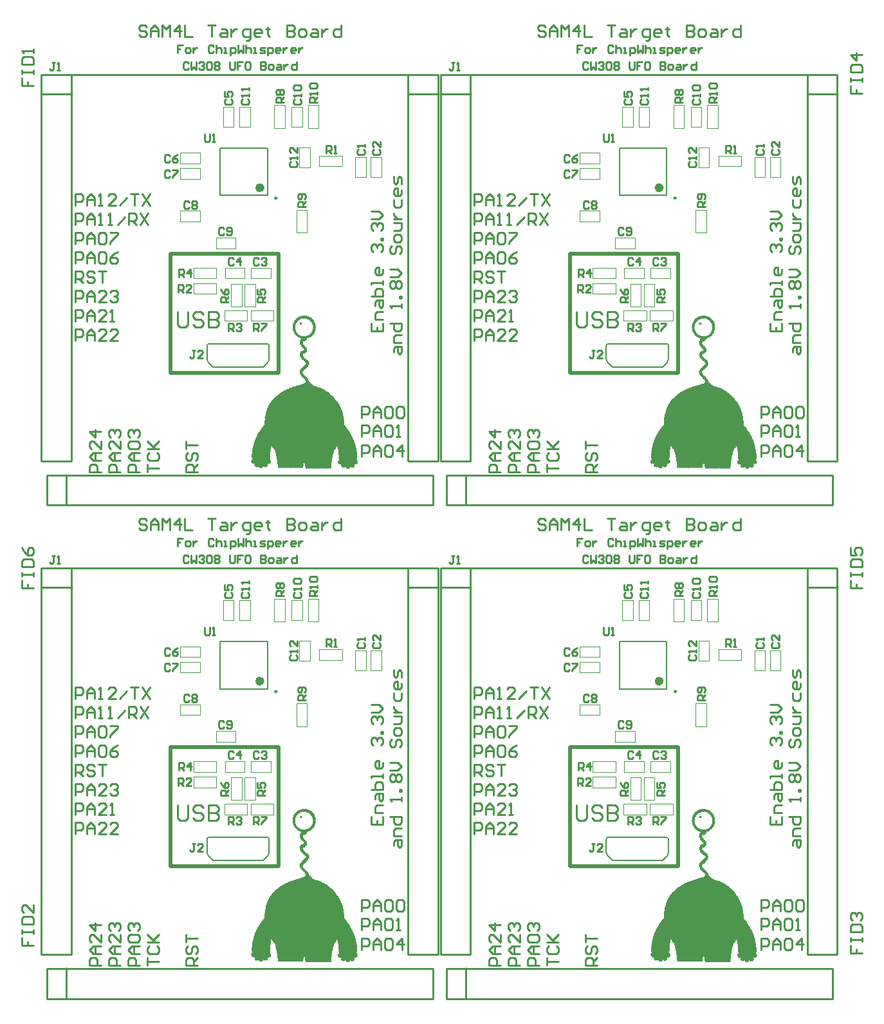
<source format=gto>
G04 Layer_Color=65535*
%FSLAX25Y25*%
%MOIN*%
G70*
G01*
G75*
%ADD17C,0.01000*%
%ADD20C,0.02000*%
%ADD21C,0.00800*%
%ADD34C,0.02362*%
%ADD35C,0.00984*%
%ADD36C,0.01408*%
%ADD37C,0.00394*%
%ADD38C,0.00787*%
G36*
X343832Y353406D02*
X343945D01*
Y353293D01*
X344057D01*
Y353406D01*
X344170D01*
Y353293D01*
X344283D01*
Y353406D01*
X344395D01*
Y353293D01*
X344508D01*
Y353406D01*
X344621D01*
Y353293D01*
X344733D01*
Y353181D01*
X345297D01*
Y353068D01*
X345409D01*
Y352956D01*
X345522D01*
Y353068D01*
X345635D01*
Y352956D01*
X345747D01*
Y352843D01*
X345860D01*
Y352730D01*
X346198D01*
Y352618D01*
X346310D01*
Y352505D01*
X346423D01*
Y352392D01*
X346536D01*
Y352505D01*
X346649D01*
Y352392D01*
X346761D01*
Y352279D01*
X346874D01*
Y352167D01*
X346987D01*
Y352054D01*
X347099D01*
Y351942D01*
X347212D01*
Y351829D01*
X347550D01*
Y351716D01*
X347437D01*
Y351604D01*
X347662D01*
Y351491D01*
Y351378D01*
X347775D01*
Y351266D01*
X347888D01*
Y351153D01*
X348000D01*
Y351040D01*
X348113D01*
Y350928D01*
X348226D01*
Y350815D01*
Y350702D01*
Y350590D01*
X348338D01*
Y350477D01*
X348451D01*
Y350364D01*
X348564D01*
Y350252D01*
Y350139D01*
Y350026D01*
X348676D01*
Y349914D01*
Y349801D01*
Y349689D01*
X348789D01*
Y349576D01*
X348902D01*
Y349463D01*
X349014D01*
Y349351D01*
Y349238D01*
Y349125D01*
X349127D01*
Y349013D01*
X349014D01*
Y348900D01*
X349127D01*
Y348787D01*
X349014D01*
Y348675D01*
X349127D01*
Y348562D01*
X349239D01*
Y348449D01*
X349127D01*
Y348337D01*
X349014D01*
Y348224D01*
X349127D01*
Y348111D01*
Y347999D01*
Y347886D01*
X349014D01*
Y347773D01*
X349127D01*
Y347661D01*
X349239D01*
Y347548D01*
X349127D01*
Y347435D01*
X349014D01*
Y347323D01*
X349127D01*
Y347210D01*
Y347097D01*
Y346985D01*
X349014D01*
Y346872D01*
X349127D01*
Y346760D01*
X349239D01*
Y346647D01*
X349127D01*
Y346534D01*
Y346422D01*
Y346309D01*
X349014D01*
Y346196D01*
Y346084D01*
Y345971D01*
X349127D01*
Y345858D01*
X349014D01*
Y345746D01*
X348902D01*
Y345633D01*
X348789D01*
Y345520D01*
X348902D01*
Y345408D01*
X348789D01*
Y345295D01*
X348902D01*
Y345182D01*
X348564D01*
Y345070D01*
X348676D01*
Y344957D01*
X348564D01*
Y344844D01*
Y344732D01*
Y344619D01*
X348451D01*
Y344506D01*
X348338D01*
Y344394D01*
X348451D01*
Y344281D01*
X348113D01*
Y344168D01*
X348226D01*
Y344056D01*
X348113D01*
Y343943D01*
X348000D01*
Y343830D01*
X347888D01*
Y343718D01*
X347775D01*
Y343605D01*
X347662D01*
Y343493D01*
Y343380D01*
Y343267D01*
X347550D01*
Y343155D01*
X347437D01*
Y343042D01*
X347324D01*
Y342929D01*
X346987D01*
Y342817D01*
X346874D01*
Y342704D01*
X346761D01*
Y342591D01*
X346649D01*
Y342479D01*
X346310D01*
Y342366D01*
X346423D01*
Y342253D01*
X346085D01*
Y342141D01*
X345973D01*
Y342028D01*
X345635D01*
Y341915D01*
X345522D01*
Y342028D01*
X345409D01*
Y341915D01*
X345522D01*
Y341803D01*
X345409D01*
Y341915D01*
X345297D01*
Y341803D01*
X345184D01*
Y341690D01*
X345071D01*
Y341803D01*
X344733D01*
Y341690D01*
X344846D01*
Y341577D01*
X344733D01*
Y341690D01*
X344621D01*
Y341577D01*
X344508D01*
Y341465D01*
X344621D01*
Y341352D01*
X344508D01*
Y341239D01*
Y341127D01*
Y341014D01*
X344395D01*
Y340901D01*
X344283D01*
Y340789D01*
X344395D01*
Y340676D01*
X344057D01*
Y340564D01*
X344170D01*
Y340451D01*
X343832D01*
Y340338D01*
X343945D01*
Y340226D01*
X343832D01*
Y340338D01*
X343720D01*
Y340226D01*
X343607D01*
Y340113D01*
X343494D01*
Y340000D01*
X343382D01*
Y340113D01*
X343269D01*
Y340226D01*
X343156D01*
Y340113D01*
X343269D01*
Y340000D01*
X343156D01*
Y340113D01*
X343044D01*
Y340000D01*
X342931D01*
Y340113D01*
X342818D01*
Y340226D01*
X342706D01*
Y340113D01*
X342818D01*
Y340000D01*
X342706D01*
Y339888D01*
X342593D01*
Y339775D01*
X342480D01*
Y339662D01*
X342593D01*
Y339550D01*
X342480D01*
Y339437D01*
X342593D01*
Y339324D01*
X342480D01*
Y339212D01*
X342593D01*
Y339099D01*
X342480D01*
Y338986D01*
X342593D01*
Y338874D01*
X342706D01*
Y338761D01*
X342593D01*
Y338648D01*
X342706D01*
Y338536D01*
X342818D01*
Y338423D01*
X342931D01*
Y338310D01*
X343044D01*
Y338198D01*
X342931D01*
Y338085D01*
X343269D01*
Y337972D01*
X343156D01*
Y337860D01*
X343494D01*
Y337747D01*
X343382D01*
Y337634D01*
X343720D01*
Y337522D01*
X343607D01*
Y337409D01*
X343945D01*
Y337297D01*
X343832D01*
Y337184D01*
X344170D01*
Y337071D01*
X344057D01*
Y336959D01*
X344395D01*
Y336846D01*
X344283D01*
Y336733D01*
X344395D01*
Y336621D01*
X344508D01*
Y336508D01*
Y336395D01*
Y336283D01*
X344621D01*
Y336170D01*
X344508D01*
Y336057D01*
X344621D01*
Y335945D01*
Y335832D01*
Y335719D01*
X344508D01*
Y335607D01*
X344621D01*
Y335494D01*
Y335381D01*
Y335269D01*
X344508D01*
Y335156D01*
X344621D01*
Y335044D01*
Y334931D01*
Y334818D01*
X344508D01*
Y334705D01*
Y334593D01*
X344283D01*
Y334480D01*
X344395D01*
Y334367D01*
X344057D01*
Y334255D01*
X344170D01*
Y334142D01*
X343832D01*
Y334030D01*
X343945D01*
Y333917D01*
X343832D01*
Y334030D01*
X343720D01*
Y333917D01*
X343607D01*
Y333804D01*
X343494D01*
Y333692D01*
X343382D01*
Y333804D01*
X343269D01*
Y333917D01*
X343156D01*
Y333804D01*
X343269D01*
Y333692D01*
X342931D01*
Y333579D01*
X342818D01*
Y333692D01*
X342706D01*
Y333579D01*
Y333466D01*
Y333354D01*
X342593D01*
Y333241D01*
X342480D01*
Y333128D01*
X342593D01*
Y333016D01*
X342480D01*
Y332903D01*
X342593D01*
Y332790D01*
X342480D01*
Y332678D01*
X342706D01*
Y332565D01*
Y332452D01*
X342818D01*
Y332340D01*
Y332227D01*
Y332115D01*
X342931D01*
Y332002D01*
X343044D01*
Y331889D01*
X343156D01*
Y331776D01*
X343269D01*
Y331664D01*
X343382D01*
Y331551D01*
X343494D01*
Y331438D01*
X343607D01*
Y331326D01*
X343720D01*
Y331213D01*
X343832D01*
Y331101D01*
X343945D01*
Y330988D01*
X344057D01*
Y330875D01*
X344170D01*
Y330763D01*
X344283D01*
Y330650D01*
X344621D01*
Y330537D01*
X344733D01*
Y330425D01*
X344846D01*
Y330312D01*
X344959D01*
Y330199D01*
X345071D01*
Y330087D01*
X345184D01*
Y329974D01*
X345297D01*
Y329861D01*
X345409D01*
Y329749D01*
Y329636D01*
Y329523D01*
X345522D01*
Y329411D01*
X345409D01*
Y329298D01*
X345747D01*
Y329186D01*
X345635D01*
Y329073D01*
X345747D01*
Y328960D01*
X345635D01*
Y328848D01*
X345747D01*
Y328735D01*
X345635D01*
Y328622D01*
X345747D01*
Y328509D01*
X345635D01*
Y328397D01*
X345747D01*
Y328284D01*
X345635D01*
Y328172D01*
X345522D01*
Y328059D01*
X345409D01*
Y327946D01*
X345522D01*
Y327834D01*
X345409D01*
Y327721D01*
X345297D01*
Y327608D01*
X345184D01*
Y327496D01*
X345297D01*
Y327383D01*
X345184D01*
Y327270D01*
X345071D01*
Y327158D01*
X344959D01*
Y327045D01*
X345071D01*
Y326932D01*
X344733D01*
Y326820D01*
X344846D01*
Y326707D01*
X344508D01*
Y326594D01*
X344621D01*
Y326482D01*
X344508D01*
Y326369D01*
X344395D01*
Y326256D01*
X344283D01*
Y326144D01*
X344170D01*
Y326031D01*
X344057D01*
Y325919D01*
X343945D01*
Y325806D01*
X343832D01*
Y325693D01*
X343720D01*
Y325581D01*
X343607D01*
Y325468D01*
X343494D01*
Y325355D01*
X343382D01*
Y325243D01*
X343269D01*
Y325355D01*
X343156D01*
Y325243D01*
X343269D01*
Y325130D01*
X342931D01*
Y325017D01*
X343044D01*
Y324905D01*
X342706D01*
Y324792D01*
X342818D01*
Y324679D01*
X342480D01*
Y324567D01*
X342593D01*
Y324454D01*
X342480D01*
Y324341D01*
X342368D01*
Y324229D01*
Y324116D01*
Y324003D01*
X342255D01*
Y323891D01*
X342368D01*
Y323778D01*
X342480D01*
Y323665D01*
X342593D01*
Y323553D01*
X342480D01*
Y323440D01*
X342593D01*
Y323327D01*
X342706D01*
Y323215D01*
X342818D01*
Y323102D01*
X342706D01*
Y322990D01*
X343044D01*
Y322877D01*
X342931D01*
Y322764D01*
X343269D01*
Y322652D01*
X343156D01*
Y322539D01*
X343494D01*
Y322426D01*
X343382D01*
Y322314D01*
X343720D01*
Y322201D01*
X343607D01*
Y322088D01*
X343945D01*
Y321976D01*
X343832D01*
Y321863D01*
X344170D01*
Y321750D01*
X344057D01*
Y321638D01*
X344395D01*
Y321525D01*
X344283D01*
Y321412D01*
X344621D01*
Y321300D01*
X344508D01*
Y321187D01*
X344621D01*
Y321074D01*
X344733D01*
Y320962D01*
X344846D01*
Y320849D01*
X344959D01*
Y320736D01*
X345071D01*
Y320624D01*
Y320511D01*
Y320398D01*
X345184D01*
Y320286D01*
X345297D01*
Y320173D01*
X345409D01*
Y320060D01*
X345522D01*
Y319948D01*
X345409D01*
Y319835D01*
X345522D01*
Y319723D01*
X345635D01*
Y319610D01*
X345747D01*
Y319497D01*
X345635D01*
Y319385D01*
X345747D01*
Y319272D01*
X345860D01*
Y319159D01*
X345973D01*
Y319047D01*
X345860D01*
Y318934D01*
X346198D01*
Y318821D01*
X346085D01*
Y318709D01*
X346423D01*
Y318596D01*
X346310D01*
Y318483D01*
X346649D01*
Y318371D01*
X346536D01*
Y318258D01*
X346874D01*
Y318145D01*
X346761D01*
Y318033D01*
X347099D01*
Y317920D01*
X346987D01*
Y317807D01*
X347324D01*
Y317695D01*
X347437D01*
Y317582D01*
X347550D01*
Y317470D01*
X347662D01*
Y317357D01*
X347775D01*
Y317470D01*
X347888D01*
Y317357D01*
X348000D01*
Y317244D01*
X348113D01*
Y317131D01*
X348451D01*
Y317019D01*
X348564D01*
Y316906D01*
X348676D01*
Y317019D01*
X348789D01*
Y316906D01*
X349127D01*
Y316793D01*
X349239D01*
Y316906D01*
X349352D01*
Y316793D01*
X349465D01*
Y316681D01*
X349803D01*
Y316568D01*
X349916D01*
Y316456D01*
X350028D01*
Y316568D01*
X350141D01*
Y316456D01*
X350479D01*
Y316343D01*
X350591D01*
Y316456D01*
X350704D01*
Y316343D01*
X350817D01*
Y316230D01*
X351155D01*
Y316118D01*
X351267D01*
Y316005D01*
X351380D01*
Y316118D01*
X351493D01*
Y316005D01*
X351605D01*
Y315892D01*
X351718D01*
Y315780D01*
X351831D01*
Y315892D01*
X351718D01*
Y316005D01*
X351831D01*
Y315892D01*
X351943D01*
Y315780D01*
X352281D01*
Y315667D01*
X352394D01*
Y315554D01*
X352506D01*
Y315667D01*
X352619D01*
Y315554D01*
X352732D01*
Y315442D01*
X352845D01*
Y315329D01*
X353182D01*
Y315216D01*
X353295D01*
Y315104D01*
X353633D01*
Y314991D01*
X353746D01*
Y314878D01*
X353858D01*
Y314766D01*
X353971D01*
Y314653D01*
X354084D01*
Y314766D01*
X353971D01*
Y314878D01*
X354084D01*
Y314766D01*
X354196D01*
Y314653D01*
X354309D01*
Y314540D01*
X354422D01*
Y314428D01*
X354760D01*
Y314315D01*
X354872D01*
Y314202D01*
X354985D01*
Y314090D01*
X355098D01*
Y313977D01*
X355210D01*
Y313864D01*
X355323D01*
Y313752D01*
X355435D01*
Y313864D01*
X355323D01*
Y313977D01*
X355435D01*
Y313864D01*
X355548D01*
Y313752D01*
X355661D01*
Y313639D01*
X355773D01*
Y313527D01*
X355886D01*
Y313414D01*
X355999D01*
Y313301D01*
X356111D01*
Y313414D01*
X356224D01*
Y313301D01*
X356337D01*
Y313189D01*
Y313076D01*
X356562D01*
Y312963D01*
X356675D01*
Y312851D01*
X356787D01*
Y312738D01*
X356675D01*
Y312625D01*
X357013D01*
Y312513D01*
X357125D01*
Y312400D01*
X357238D01*
Y312287D01*
X357351D01*
Y312175D01*
X357463D01*
Y312062D01*
X357576D01*
Y311949D01*
X357689D01*
Y311837D01*
X357801D01*
Y311724D01*
X358139D01*
Y311611D01*
X358027D01*
Y311499D01*
X358139D01*
Y311386D01*
X358252D01*
Y311274D01*
X358590D01*
Y311161D01*
X358477D01*
Y311048D01*
X358590D01*
Y310935D01*
X358702D01*
Y310823D01*
X358815D01*
Y310710D01*
X358928D01*
Y310598D01*
X359040D01*
Y310485D01*
X359153D01*
Y310372D01*
X359266D01*
Y310260D01*
X359378D01*
Y310147D01*
X359491D01*
Y310034D01*
X359378D01*
Y309922D01*
X359491D01*
Y309809D01*
X359604D01*
Y309696D01*
X359716D01*
Y309584D01*
X359829D01*
Y309471D01*
X359942D01*
Y309358D01*
X360054D01*
Y309246D01*
X360167D01*
Y309133D01*
X360054D01*
Y309246D01*
X359942D01*
Y309133D01*
X360054D01*
Y309020D01*
X360392D01*
Y308908D01*
X360280D01*
Y308795D01*
X360392D01*
Y308682D01*
X360505D01*
Y308570D01*
X360618D01*
Y308457D01*
X360730D01*
Y308345D01*
X360843D01*
Y308232D01*
X360730D01*
Y308119D01*
X360843D01*
Y308007D01*
X360956D01*
Y307894D01*
X361068D01*
Y307781D01*
X360956D01*
Y307894D01*
X360843D01*
Y307781D01*
X360956D01*
Y307669D01*
X361294D01*
Y307556D01*
X361181D01*
Y307443D01*
X361294D01*
Y307331D01*
X361406D01*
Y307218D01*
Y307105D01*
Y306993D01*
X361519D01*
Y306880D01*
X361406D01*
Y306767D01*
X361744D01*
Y306655D01*
X361631D01*
Y306542D01*
X361744D01*
Y306429D01*
X361631D01*
Y306317D01*
X361857D01*
Y306204D01*
Y306091D01*
X361969D01*
Y305979D01*
X361857D01*
Y305866D01*
X362195D01*
Y305753D01*
X362082D01*
Y305641D01*
X362195D01*
Y305528D01*
X362307D01*
Y305416D01*
Y305303D01*
Y305190D01*
X362420D01*
Y305078D01*
X362307D01*
Y304965D01*
X362420D01*
Y304852D01*
X362533D01*
Y304740D01*
X362645D01*
Y304627D01*
X362533D01*
Y304514D01*
X362645D01*
Y304402D01*
X362758D01*
Y304289D01*
X362645D01*
Y304176D01*
X362758D01*
Y304064D01*
X362871D01*
Y303951D01*
X362758D01*
Y303838D01*
X362871D01*
Y303726D01*
X362758D01*
Y303613D01*
X363096D01*
Y303500D01*
X362983D01*
Y303388D01*
X363096D01*
Y303275D01*
X362983D01*
Y303162D01*
X363096D01*
Y303050D01*
X363209D01*
Y302937D01*
X363096D01*
Y302824D01*
X363209D01*
Y302712D01*
Y302599D01*
Y302486D01*
X363321D01*
Y302374D01*
X363209D01*
Y302261D01*
X363321D01*
Y302149D01*
X363209D01*
Y302036D01*
X363321D01*
Y301923D01*
X363434D01*
Y301811D01*
X363547D01*
Y301698D01*
X363434D01*
Y301585D01*
X363547D01*
Y301473D01*
X363434D01*
Y301360D01*
X363547D01*
Y301247D01*
X363434D01*
Y301135D01*
X363547D01*
Y301022D01*
X363659D01*
Y300909D01*
Y300797D01*
Y300684D01*
X363547D01*
Y300571D01*
X363659D01*
Y300459D01*
Y300346D01*
Y300233D01*
X363772D01*
Y300121D01*
X363659D01*
Y300008D01*
X363772D01*
Y299895D01*
X363659D01*
Y299783D01*
X363772D01*
Y299670D01*
X363659D01*
Y299557D01*
X363772D01*
Y299445D01*
X363659D01*
Y299332D01*
X363772D01*
Y299219D01*
X363659D01*
Y299107D01*
X363997D01*
Y298994D01*
X363884D01*
Y298882D01*
X363997D01*
Y298769D01*
X363884D01*
Y298656D01*
X363997D01*
Y298544D01*
X363884D01*
Y298431D01*
X363997D01*
Y298318D01*
X363884D01*
Y298206D01*
X363997D01*
Y298093D01*
X363884D01*
Y297980D01*
X363997D01*
Y297868D01*
X363884D01*
Y297755D01*
X363997D01*
Y297642D01*
X363884D01*
Y297530D01*
X363997D01*
Y297417D01*
X363884D01*
Y297304D01*
X363997D01*
Y297192D01*
X363884D01*
Y297079D01*
X363997D01*
Y296966D01*
X363884D01*
Y296854D01*
X363997D01*
Y296741D01*
X364110D01*
Y296628D01*
X364223D01*
Y296516D01*
X364335D01*
Y296403D01*
X364448D01*
Y296290D01*
X364561D01*
Y296178D01*
X364673D01*
Y296065D01*
X364561D01*
Y295953D01*
X364898D01*
Y295840D01*
X364786D01*
Y295727D01*
X365124D01*
Y295615D01*
X365011D01*
Y295502D01*
X365124D01*
Y295389D01*
X365236D01*
Y295277D01*
X365349D01*
Y295164D01*
X365462D01*
Y295051D01*
X365574D01*
Y294939D01*
X365462D01*
Y294826D01*
X365574D01*
Y294713D01*
X365687D01*
Y294601D01*
X365800D01*
Y294488D01*
X365912D01*
Y294375D01*
X366025D01*
Y294263D01*
X365912D01*
Y294375D01*
X365800D01*
Y294263D01*
X365912D01*
Y294150D01*
X366250D01*
Y294037D01*
X366138D01*
Y293925D01*
X366250D01*
Y293812D01*
X366363D01*
Y293700D01*
X366476D01*
Y293587D01*
Y293474D01*
Y293361D01*
X366588D01*
Y293249D01*
X366701D01*
Y293136D01*
X366813D01*
Y293023D01*
X366926D01*
Y292911D01*
X366813D01*
Y292798D01*
X367151D01*
Y292686D01*
X367039D01*
Y292573D01*
X367151D01*
Y292460D01*
X367264D01*
Y292348D01*
Y292235D01*
Y292122D01*
X367377D01*
Y292010D01*
Y291897D01*
X367602D01*
Y291784D01*
X367490D01*
Y291672D01*
X367602D01*
Y291559D01*
X367715D01*
Y291446D01*
Y291334D01*
Y291221D01*
X367827D01*
Y291108D01*
X367940D01*
Y290996D01*
X368053D01*
Y290883D01*
X367940D01*
Y290770D01*
X368053D01*
Y290658D01*
X368165D01*
Y290545D01*
Y290433D01*
Y290320D01*
X368278D01*
Y290207D01*
Y290094D01*
X368503D01*
Y289982D01*
X368391D01*
Y289869D01*
X368503D01*
Y289757D01*
X368616D01*
Y289644D01*
Y289531D01*
Y289419D01*
X368729D01*
Y289306D01*
X368616D01*
Y289193D01*
X368729D01*
Y289081D01*
X368841D01*
Y288968D01*
X368954D01*
Y288855D01*
X368841D01*
Y288743D01*
X368954D01*
Y288630D01*
X369067D01*
Y288517D01*
X368954D01*
Y288630D01*
X368841D01*
Y288517D01*
X368954D01*
Y288405D01*
X369067D01*
Y288292D01*
X369179D01*
Y288179D01*
Y288067D01*
Y287954D01*
Y287841D01*
X369405D01*
Y287729D01*
X369292D01*
Y287616D01*
X369405D01*
Y287504D01*
X369292D01*
Y287391D01*
X369405D01*
Y287278D01*
X369517D01*
Y287165D01*
X369405D01*
Y287053D01*
X369517D01*
Y286940D01*
Y286828D01*
Y286715D01*
X369630D01*
Y286602D01*
Y286490D01*
Y286377D01*
X369742D01*
Y286264D01*
X369855D01*
Y286152D01*
X369742D01*
Y286039D01*
X369855D01*
Y285926D01*
X369742D01*
Y285814D01*
X369855D01*
Y285701D01*
X369968D01*
Y285588D01*
Y285476D01*
Y285363D01*
Y285250D01*
Y285138D01*
Y285025D01*
Y284912D01*
X370080D01*
Y284800D01*
Y284687D01*
Y284575D01*
Y284462D01*
Y284349D01*
Y284237D01*
X370306D01*
Y284124D01*
X370193D01*
Y284011D01*
X370306D01*
Y283898D01*
X370193D01*
Y283786D01*
X370306D01*
Y283673D01*
X370193D01*
Y283561D01*
X370306D01*
Y283448D01*
X370193D01*
Y283335D01*
X370306D01*
Y283223D01*
X370419D01*
Y283110D01*
Y282997D01*
Y282885D01*
Y282772D01*
Y282659D01*
Y282547D01*
Y282434D01*
Y282321D01*
Y282209D01*
Y282096D01*
Y281983D01*
X370531D01*
Y281871D01*
Y281758D01*
Y281645D01*
Y281533D01*
Y281420D01*
Y281308D01*
Y281195D01*
Y281082D01*
Y280970D01*
Y280857D01*
Y280744D01*
Y280632D01*
Y280519D01*
Y280406D01*
Y280294D01*
Y280181D01*
Y280068D01*
Y279956D01*
Y279843D01*
Y279730D01*
Y279618D01*
Y279505D01*
Y279392D01*
Y279280D01*
Y279167D01*
X370419D01*
Y279054D01*
X370306D01*
Y278942D01*
X370419D01*
Y278829D01*
Y278716D01*
Y278604D01*
X370531D01*
Y278491D01*
X370644D01*
Y278379D01*
X370756D01*
Y278266D01*
X370644D01*
Y278153D01*
X370756D01*
Y278041D01*
X370869D01*
Y277928D01*
Y277815D01*
Y277703D01*
X370756D01*
Y277590D01*
X370869D01*
Y277477D01*
Y277365D01*
Y277252D01*
X370756D01*
Y277139D01*
X370644D01*
Y277027D01*
X370756D01*
Y276914D01*
X370644D01*
Y277027D01*
X370531D01*
Y276914D01*
X370419D01*
Y276801D01*
X370306D01*
Y276689D01*
X370080D01*
Y276576D01*
Y276463D01*
X369968D01*
Y276576D01*
X369855D01*
Y276689D01*
X369742D01*
Y276576D01*
X369855D01*
Y276463D01*
X369742D01*
Y276576D01*
X369630D01*
Y276463D01*
X369517D01*
Y276576D01*
X369405D01*
Y276463D01*
X369292D01*
Y276576D01*
X369179D01*
Y276689D01*
X369067D01*
Y276576D01*
Y276463D01*
Y276351D01*
X369179D01*
Y276238D01*
X369067D01*
Y276125D01*
X369179D01*
Y276013D01*
X369067D01*
Y275900D01*
X369179D01*
Y275787D01*
Y275675D01*
Y275562D01*
X369067D01*
Y275449D01*
Y275337D01*
Y275224D01*
X368954D01*
Y275112D01*
X368841D01*
Y274999D01*
X368729D01*
Y274886D01*
X368391D01*
Y274774D01*
X368503D01*
Y274661D01*
X368391D01*
Y274774D01*
X368278D01*
Y274661D01*
X368165D01*
Y274774D01*
X368053D01*
Y274886D01*
X367940D01*
Y274774D01*
X368053D01*
Y274661D01*
X367940D01*
Y274774D01*
X367827D01*
Y274661D01*
X367715D01*
Y274774D01*
X367602D01*
Y274661D01*
X367490D01*
Y274774D01*
X367377D01*
Y274886D01*
X367264D01*
Y274999D01*
X367151D01*
Y275112D01*
X367039D01*
Y275224D01*
X366926D01*
Y275112D01*
X366813D01*
Y274999D01*
X366926D01*
Y274886D01*
X366813D01*
Y274774D01*
Y274661D01*
Y274548D01*
X366701D01*
Y274436D01*
X366476D01*
Y274323D01*
Y274210D01*
X366363D01*
Y274323D01*
X366250D01*
Y274210D01*
X366138D01*
Y274098D01*
X366025D01*
Y274210D01*
X365912D01*
Y274098D01*
X365800D01*
Y274210D01*
X365687D01*
Y274098D01*
X365574D01*
Y274210D01*
X365236D01*
Y274323D01*
X365124D01*
Y274436D01*
X365011D01*
Y274548D01*
X364898D01*
Y274661D01*
X364786D01*
Y274774D01*
X364673D01*
Y274886D01*
X364561D01*
Y274999D01*
X364673D01*
Y275112D01*
Y275224D01*
Y275337D01*
X364561D01*
Y275224D01*
X364448D01*
Y275112D01*
X364335D01*
Y274999D01*
X364223D01*
Y274886D01*
X363884D01*
Y274774D01*
X363997D01*
Y274661D01*
X363884D01*
Y274774D01*
X363772D01*
Y274661D01*
X363659D01*
Y274774D01*
X363547D01*
Y274886D01*
X363434D01*
Y274774D01*
X363547D01*
Y274661D01*
X363434D01*
Y274774D01*
X363321D01*
Y274661D01*
X363209D01*
Y274774D01*
X363096D01*
Y274886D01*
X362758D01*
Y274999D01*
X362645D01*
Y275112D01*
X362533D01*
Y275224D01*
X362420D01*
Y275337D01*
X362307D01*
Y275449D01*
X362420D01*
Y275562D01*
X362307D01*
Y275675D01*
Y275787D01*
Y275900D01*
X362195D01*
Y276013D01*
X362307D01*
Y276125D01*
Y276238D01*
Y276351D01*
X362195D01*
Y276463D01*
X362082D01*
Y276351D01*
X361969D01*
Y276463D01*
X361857D01*
Y276351D01*
X361744D01*
Y276463D01*
X361631D01*
Y276351D01*
X361519D01*
Y276463D01*
X361181D01*
Y276576D01*
X361068D01*
Y276689D01*
X360956D01*
Y276801D01*
X360843D01*
Y276914D01*
X360730D01*
Y277027D01*
X360843D01*
Y277139D01*
X360505D01*
Y277252D01*
X360618D01*
Y277365D01*
X360505D01*
Y277477D01*
X360618D01*
Y277590D01*
X360505D01*
Y277703D01*
X360618D01*
Y277815D01*
X360505D01*
Y277928D01*
X360618D01*
Y278041D01*
X360505D01*
Y278153D01*
X360730D01*
Y278266D01*
Y278379D01*
X360956D01*
Y278491D01*
Y278604D01*
X361181D01*
Y278716D01*
Y278829D01*
X361294D01*
Y278942D01*
X361181D01*
Y279054D01*
X361068D01*
Y279167D01*
X360956D01*
Y279280D01*
X361068D01*
Y279392D01*
X360956D01*
Y279505D01*
X361068D01*
Y279618D01*
X360956D01*
Y279730D01*
X361068D01*
Y279843D01*
X360956D01*
Y279956D01*
X361068D01*
Y280068D01*
X360956D01*
Y280181D01*
X361068D01*
Y280294D01*
X360956D01*
Y280406D01*
X361068D01*
Y280519D01*
X360956D01*
Y280632D01*
X361068D01*
Y280744D01*
X360956D01*
Y280857D01*
X360843D01*
Y280970D01*
X360956D01*
Y280857D01*
X361068D01*
Y280970D01*
X360956D01*
Y281082D01*
Y281195D01*
Y281308D01*
X360843D01*
Y281420D01*
X360956D01*
Y281533D01*
X360843D01*
Y281645D01*
X360956D01*
Y281758D01*
X360843D01*
Y281871D01*
X360956D01*
Y281983D01*
Y282096D01*
Y282209D01*
X360843D01*
Y282321D01*
X360956D01*
Y282434D01*
X360843D01*
Y282547D01*
X360956D01*
Y282659D01*
X360843D01*
Y282772D01*
X360956D01*
Y282885D01*
X360843D01*
Y282997D01*
X360730D01*
Y283110D01*
X360843D01*
Y283223D01*
X360730D01*
Y283335D01*
X360843D01*
Y283448D01*
X360730D01*
Y283561D01*
X360843D01*
Y283673D01*
X360730D01*
Y283786D01*
X360843D01*
Y283898D01*
X360730D01*
Y284011D01*
X360618D01*
Y284124D01*
X360505D01*
Y284237D01*
X360618D01*
Y284349D01*
X360505D01*
Y284462D01*
X360618D01*
Y284575D01*
X360505D01*
Y284687D01*
X360618D01*
Y284800D01*
X360505D01*
Y284912D01*
X360392D01*
Y285025D01*
X360505D01*
Y285138D01*
X360392D01*
Y285250D01*
X360505D01*
Y285363D01*
X360392D01*
Y285476D01*
X360280D01*
Y285588D01*
X360392D01*
Y285701D01*
X360054D01*
Y285588D01*
X360167D01*
Y285476D01*
X360054D01*
Y285363D01*
X359942D01*
Y285250D01*
X359829D01*
Y285138D01*
X359716D01*
Y285025D01*
X359604D01*
Y284912D01*
X359716D01*
Y284800D01*
X359604D01*
Y284687D01*
X359491D01*
Y284575D01*
X359378D01*
Y284462D01*
X359266D01*
Y284349D01*
X359153D01*
Y284237D01*
X359040D01*
Y284124D01*
X358928D01*
Y284011D01*
Y283898D01*
X358702D01*
Y283786D01*
X358815D01*
Y283673D01*
X358702D01*
Y283561D01*
X358590D01*
Y283448D01*
X358702D01*
Y283335D01*
X358590D01*
Y283223D01*
X358477D01*
Y283110D01*
X358590D01*
Y282997D01*
X358477D01*
Y282885D01*
X358590D01*
Y282772D01*
X358477D01*
Y282659D01*
Y282547D01*
X358252D01*
Y282434D01*
X358365D01*
Y282321D01*
X358252D01*
Y282209D01*
X358365D01*
Y282096D01*
X358252D01*
Y281983D01*
X358365D01*
Y281871D01*
X358252D01*
Y281758D01*
X358139D01*
Y281645D01*
X358252D01*
Y281533D01*
X358139D01*
Y281420D01*
X358027D01*
Y281308D01*
Y281195D01*
Y281082D01*
X358139D01*
Y280970D01*
X358027D01*
Y280857D01*
Y280744D01*
X357801D01*
Y280632D01*
X357914D01*
Y280519D01*
X357801D01*
Y280406D01*
X357914D01*
Y280294D01*
X357801D01*
Y280181D01*
X357914D01*
Y280068D01*
X357801D01*
Y279956D01*
X357689D01*
Y279843D01*
Y279730D01*
Y279618D01*
X357801D01*
Y279505D01*
X357689D01*
Y279392D01*
Y279280D01*
Y279167D01*
X357576D01*
Y279054D01*
Y278942D01*
Y278829D01*
X357689D01*
Y278716D01*
X357576D01*
Y278604D01*
Y278491D01*
X357351D01*
Y278379D01*
X357463D01*
Y278266D01*
X357351D01*
Y278153D01*
X357463D01*
Y278041D01*
X357351D01*
Y277928D01*
X357463D01*
Y277815D01*
X357351D01*
Y277703D01*
X357463D01*
Y277590D01*
X357351D01*
Y277477D01*
X357463D01*
Y277365D01*
X357351D01*
Y277252D01*
X357238D01*
Y277139D01*
Y277027D01*
Y276914D01*
X357351D01*
Y276801D01*
X357238D01*
Y276689D01*
Y276576D01*
Y276463D01*
X357351D01*
Y276351D01*
X357238D01*
Y276238D01*
X357351D01*
Y276125D01*
X357238D01*
Y276013D01*
X357351D01*
Y275900D01*
X357238D01*
Y275787D01*
X357125D01*
Y275675D01*
X357238D01*
Y275562D01*
X357125D01*
Y275449D01*
X357238D01*
Y275337D01*
X357125D01*
Y275224D01*
X357238D01*
Y275112D01*
X357125D01*
Y274999D01*
Y274886D01*
Y274774D01*
X357238D01*
Y274661D01*
X357125D01*
Y274548D01*
X357238D01*
Y274436D01*
X357125D01*
Y274323D01*
X357238D01*
Y274210D01*
X357125D01*
Y274323D01*
X357013D01*
Y274210D01*
X356900D01*
Y274323D01*
X356787D01*
Y274210D01*
X356675D01*
Y274323D01*
X356562D01*
Y274210D01*
X356449D01*
Y274323D01*
X356337D01*
Y274210D01*
X356224D01*
Y274323D01*
X356111D01*
Y274210D01*
X355999D01*
Y274323D01*
X355886D01*
Y274210D01*
X355773D01*
Y274323D01*
X355661D01*
Y274210D01*
X355548D01*
Y274323D01*
X355435D01*
Y274210D01*
X355323D01*
Y274323D01*
X355210D01*
Y274210D01*
X355098D01*
Y274323D01*
X354985D01*
Y274210D01*
X354872D01*
Y274323D01*
X354760D01*
Y274210D01*
X354647D01*
Y274323D01*
X354534D01*
Y274210D01*
X354422D01*
Y274323D01*
X354309D01*
Y274210D01*
X354196D01*
Y274323D01*
X354084D01*
Y274210D01*
X353971D01*
Y274323D01*
X353858D01*
Y274210D01*
X353746D01*
Y274323D01*
X353633D01*
Y274210D01*
X353520D01*
Y274323D01*
X353408D01*
Y274210D01*
X353295D01*
Y274323D01*
X353182D01*
Y274210D01*
X353070D01*
Y274323D01*
X352957D01*
Y274210D01*
X352845D01*
Y274323D01*
X352732D01*
Y274210D01*
X352619D01*
Y274323D01*
X352506D01*
Y274210D01*
X352394D01*
Y274323D01*
X352281D01*
Y274210D01*
X352168D01*
Y274323D01*
X352056D01*
Y274210D01*
X351943D01*
Y274323D01*
X351831D01*
Y274210D01*
X351718D01*
Y274323D01*
X351605D01*
Y274210D01*
X351493D01*
Y274323D01*
X351380D01*
Y274210D01*
X351267D01*
Y274323D01*
X351155D01*
Y274210D01*
X351042D01*
Y274323D01*
X350929D01*
Y274210D01*
X350817D01*
Y274323D01*
X350704D01*
Y274210D01*
X350591D01*
Y274323D01*
X350479D01*
Y274210D01*
X350366D01*
Y274323D01*
X350253D01*
Y274210D01*
X350141D01*
Y274323D01*
X350028D01*
Y274210D01*
X349916D01*
Y274323D01*
X349803D01*
Y274210D01*
X349690D01*
Y274323D01*
X349577D01*
Y274210D01*
X349465D01*
Y274323D01*
X349352D01*
Y274210D01*
X349239D01*
Y274323D01*
X349127D01*
Y274210D01*
X349014D01*
Y274323D01*
X348902D01*
Y274210D01*
X348789D01*
Y274323D01*
X348676D01*
Y274210D01*
X348564D01*
Y274323D01*
X348451D01*
Y274210D01*
X348338D01*
Y274323D01*
X348226D01*
Y274210D01*
X348113D01*
Y274323D01*
X348000D01*
Y274210D01*
X347888D01*
Y274323D01*
X347775D01*
Y274210D01*
X347662D01*
Y274323D01*
X347550D01*
Y274210D01*
X347437D01*
Y274323D01*
X347324D01*
Y274210D01*
X347212D01*
Y274323D01*
X347099D01*
Y274210D01*
X346987D01*
Y274323D01*
X346874D01*
Y274210D01*
X346761D01*
Y274323D01*
X346649D01*
Y274210D01*
X346536D01*
Y274323D01*
X346423D01*
Y274210D01*
X346310D01*
Y274323D01*
X346198D01*
Y274210D01*
X346085D01*
Y274323D01*
X345973D01*
Y274210D01*
X345860D01*
Y274323D01*
X345747D01*
Y274210D01*
X345635D01*
Y274323D01*
X345522D01*
Y274210D01*
X345409D01*
Y274323D01*
X345297D01*
Y274210D01*
X345184D01*
Y274323D01*
X345071D01*
Y274210D01*
X344959D01*
Y274323D01*
X344846D01*
Y274210D01*
X344733D01*
Y274323D01*
X344621D01*
Y274210D01*
X344508D01*
Y274323D01*
X344395D01*
Y274210D01*
X344283D01*
Y274323D01*
X344170D01*
Y274210D01*
X344057D01*
Y274323D01*
X343945D01*
Y274436D01*
X343832D01*
Y274548D01*
X343945D01*
Y274661D01*
X343832D01*
Y274774D01*
X343945D01*
Y274886D01*
X343832D01*
Y274999D01*
X343720D01*
Y275112D01*
X343607D01*
Y275224D01*
X343720D01*
Y275337D01*
Y275449D01*
Y275562D01*
X343607D01*
Y275675D01*
X343720D01*
Y275787D01*
Y275900D01*
Y276013D01*
X343607D01*
Y276125D01*
X343720D01*
Y276238D01*
Y276351D01*
Y276463D01*
X343607D01*
Y276576D01*
X343720D01*
Y276689D01*
X343607D01*
Y276801D01*
Y276914D01*
Y277027D01*
X343494D01*
Y276914D01*
X343382D01*
Y277027D01*
X343269D01*
Y277139D01*
X343156D01*
Y277027D01*
X343269D01*
Y276914D01*
X343156D01*
Y277027D01*
X343044D01*
Y276914D01*
X342931D01*
Y276801D01*
X343044D01*
Y276689D01*
X342931D01*
Y276576D01*
X343044D01*
Y276463D01*
X342931D01*
Y276576D01*
X342818D01*
Y276689D01*
X342706D01*
Y276576D01*
X342818D01*
Y276463D01*
Y276351D01*
Y276238D01*
X342706D01*
Y276125D01*
X342818D01*
Y276013D01*
Y275900D01*
Y275787D01*
X342706D01*
Y275675D01*
X342818D01*
Y275562D01*
Y275449D01*
Y275337D01*
X342706D01*
Y275224D01*
X342818D01*
Y275112D01*
X342706D01*
Y274999D01*
Y274886D01*
Y274774D01*
X342593D01*
Y274661D01*
X342480D01*
Y274548D01*
X342368D01*
Y274661D01*
X342255D01*
Y274548D01*
X342142D01*
Y274661D01*
X342030D01*
Y274548D01*
X341917D01*
Y274661D01*
X341804D01*
Y274548D01*
X341692D01*
Y274661D01*
X341579D01*
Y274548D01*
X341466D01*
Y274661D01*
X341354D01*
Y274548D01*
X341241D01*
Y274661D01*
X341128D01*
Y274548D01*
X341016D01*
Y274661D01*
X340903D01*
Y274548D01*
X340791D01*
Y274661D01*
X340678D01*
Y274548D01*
X340565D01*
Y274661D01*
X340453D01*
Y274548D01*
X340340D01*
Y274661D01*
X340227D01*
Y274548D01*
X340115D01*
Y274661D01*
X340002D01*
Y274548D01*
X339889D01*
Y274661D01*
X339777D01*
Y274548D01*
X339664D01*
Y274661D01*
X339551D01*
Y274548D01*
X339439D01*
Y274661D01*
X339326D01*
Y274548D01*
X339213D01*
Y274661D01*
X339101D01*
Y274548D01*
X338988D01*
Y274661D01*
X338875D01*
Y274548D01*
X338763D01*
Y274661D01*
X338650D01*
Y274548D01*
X338537D01*
Y274661D01*
X338425D01*
Y274548D01*
X338312D01*
Y274661D01*
X338199D01*
Y274548D01*
X338087D01*
Y274661D01*
X337974D01*
Y274548D01*
X337861D01*
Y274661D01*
X337749D01*
Y274548D01*
X337636D01*
Y274661D01*
X337524D01*
Y274548D01*
X337411D01*
Y274661D01*
X337298D01*
Y274548D01*
X337186D01*
Y274661D01*
X337073D01*
Y274548D01*
X336960D01*
Y274661D01*
X336848D01*
Y274548D01*
X336735D01*
Y274661D01*
X336622D01*
Y274548D01*
X336510D01*
Y274661D01*
X336397D01*
Y274548D01*
X336284D01*
Y274661D01*
X336172D01*
Y274548D01*
X336059D01*
Y274661D01*
X335946D01*
Y274548D01*
X335834D01*
Y274661D01*
X335721D01*
Y274548D01*
X335608D01*
Y274661D01*
X335496D01*
Y274548D01*
X335383D01*
Y274661D01*
X335270D01*
Y274548D01*
X335158D01*
Y274661D01*
X335045D01*
Y274548D01*
X334932D01*
Y274661D01*
X334820D01*
Y274548D01*
X334707D01*
Y274661D01*
X334594D01*
Y274548D01*
X334482D01*
Y274661D01*
X334369D01*
Y274548D01*
X334257D01*
Y274661D01*
X334144D01*
Y274548D01*
X334031D01*
Y274661D01*
X333919D01*
Y274548D01*
X333806D01*
Y274661D01*
X333693D01*
Y274548D01*
X333581D01*
Y274661D01*
X333468D01*
Y274548D01*
X333355D01*
Y274661D01*
X333243D01*
Y274548D01*
X333130D01*
Y274661D01*
X333017D01*
Y274548D01*
X332905D01*
Y274661D01*
X332792D01*
Y274548D01*
X332679D01*
Y274661D01*
X332567D01*
Y274548D01*
X332454D01*
Y274661D01*
X332341D01*
Y274548D01*
X332229D01*
Y274661D01*
X332116D01*
Y274548D01*
X332003D01*
Y274661D01*
X331891D01*
Y274548D01*
X331778D01*
Y274661D01*
X331665D01*
Y274548D01*
X331553D01*
Y274661D01*
X331440D01*
Y274548D01*
X331328D01*
Y274661D01*
X331215D01*
Y274548D01*
X331102D01*
Y274661D01*
X330990D01*
Y274548D01*
X330877D01*
Y274661D01*
X330764D01*
Y274548D01*
X330652D01*
Y274661D01*
X330539D01*
Y274548D01*
X330426D01*
Y274661D01*
X330314D01*
Y274548D01*
X330201D01*
Y274661D01*
X330088D01*
Y274548D01*
X329976D01*
Y274661D01*
X329863D01*
Y274548D01*
X329750D01*
Y274661D01*
X329638D01*
Y274548D01*
X329525D01*
Y274661D01*
X329412D01*
Y274774D01*
Y274886D01*
Y274999D01*
X329525D01*
Y275112D01*
X329412D01*
Y275224D01*
Y275337D01*
Y275449D01*
Y275562D01*
Y275675D01*
Y275787D01*
Y275900D01*
X329525D01*
Y276013D01*
X329412D01*
Y276125D01*
Y276238D01*
Y276351D01*
X329300D01*
Y276463D01*
X329187D01*
Y276576D01*
X329300D01*
Y276689D01*
X329187D01*
Y276801D01*
X329300D01*
Y276914D01*
X329187D01*
Y277027D01*
X329300D01*
Y277139D01*
X329187D01*
Y277252D01*
X329300D01*
Y277365D01*
X329187D01*
Y277477D01*
X329300D01*
Y277590D01*
X329187D01*
Y277703D01*
X329300D01*
Y277815D01*
X329187D01*
Y277928D01*
X329075D01*
Y278041D01*
Y278153D01*
Y278266D01*
Y278379D01*
Y278491D01*
Y278604D01*
Y278716D01*
X328962D01*
Y278829D01*
Y278942D01*
Y279054D01*
X329075D01*
Y279167D01*
X328962D01*
Y279280D01*
Y279392D01*
Y279505D01*
X329075D01*
Y279618D01*
X328962D01*
Y279730D01*
X328849D01*
Y279843D01*
X328736D01*
Y279956D01*
X328849D01*
Y280068D01*
X328736D01*
Y280181D01*
X328849D01*
Y280294D01*
X328736D01*
Y280406D01*
X328624D01*
Y280519D01*
Y280632D01*
Y280744D01*
Y280857D01*
Y280970D01*
X328511D01*
Y281082D01*
Y281195D01*
Y281308D01*
X328624D01*
Y281420D01*
X328511D01*
Y281533D01*
Y281645D01*
X328286D01*
Y281758D01*
X328398D01*
Y281871D01*
X328286D01*
Y281983D01*
X328398D01*
Y282096D01*
X328286D01*
Y282209D01*
X328173D01*
Y282321D01*
Y282434D01*
Y282547D01*
Y282659D01*
Y282772D01*
X328061D01*
Y282885D01*
Y282997D01*
Y283110D01*
Y283223D01*
Y283335D01*
Y283448D01*
X327835D01*
Y283561D01*
X327948D01*
Y283673D01*
X327835D01*
Y283786D01*
X327948D01*
Y283898D01*
X327835D01*
Y284011D01*
Y284124D01*
X327610D01*
Y284237D01*
Y284349D01*
X327385D01*
Y284462D01*
Y284575D01*
X327159D01*
Y284687D01*
Y284800D01*
Y284912D01*
X327047D01*
Y285025D01*
X326934D01*
Y285138D01*
X326821D01*
Y285250D01*
X326709D01*
Y285363D01*
Y285476D01*
Y285588D01*
X326596D01*
Y285701D01*
X326483D01*
Y285814D01*
X326371D01*
Y285926D01*
X326258D01*
Y285814D01*
X326371D01*
Y285701D01*
X326258D01*
Y285814D01*
X326145D01*
Y285701D01*
X326033D01*
Y285588D01*
X326145D01*
Y285476D01*
X326033D01*
Y285363D01*
X326145D01*
Y285250D01*
X326033D01*
Y285138D01*
X326145D01*
Y285025D01*
X326033D01*
Y284912D01*
X325920D01*
Y284800D01*
Y284687D01*
Y284575D01*
Y284462D01*
Y284349D01*
Y284237D01*
Y284124D01*
X325807D01*
Y284011D01*
X325695D01*
Y283898D01*
X325807D01*
Y283786D01*
Y283673D01*
Y283561D01*
Y283448D01*
Y283335D01*
Y283223D01*
Y283110D01*
X325695D01*
Y282997D01*
X325582D01*
Y282885D01*
X325695D01*
Y282772D01*
X325582D01*
Y282659D01*
X325695D01*
Y282547D01*
X325582D01*
Y282434D01*
X325695D01*
Y282321D01*
X325582D01*
Y282209D01*
X325695D01*
Y282096D01*
X325582D01*
Y281983D01*
X325695D01*
Y281871D01*
X325582D01*
Y281758D01*
X325695D01*
Y281645D01*
X325582D01*
Y281533D01*
X325695D01*
Y281420D01*
X325582D01*
Y281308D01*
X325695D01*
Y281195D01*
X325582D01*
Y281082D01*
X325695D01*
Y280970D01*
X325582D01*
Y280857D01*
X325695D01*
Y280744D01*
X325582D01*
Y280632D01*
X325695D01*
Y280519D01*
X325582D01*
Y280406D01*
X325695D01*
Y280294D01*
X325582D01*
Y280181D01*
X325695D01*
Y280068D01*
X325582D01*
Y279956D01*
X325469D01*
Y279843D01*
Y279730D01*
Y279618D01*
Y279505D01*
Y279392D01*
Y279280D01*
Y279167D01*
X325357D01*
Y279054D01*
X325469D01*
Y278942D01*
X325357D01*
Y278829D01*
X325695D01*
Y278716D01*
X325582D01*
Y278604D01*
X325695D01*
Y278491D01*
X325807D01*
Y278379D01*
X325920D01*
Y278266D01*
Y278153D01*
Y278041D01*
Y277928D01*
Y277815D01*
X325807D01*
Y277703D01*
X325920D01*
Y277590D01*
Y277477D01*
Y277365D01*
X325807D01*
Y277252D01*
Y277139D01*
Y277027D01*
X325695D01*
Y276914D01*
X325582D01*
Y277027D01*
X325469D01*
Y276914D01*
X325357D01*
Y276801D01*
X325244D01*
Y276689D01*
X324230D01*
Y276576D01*
X324343D01*
Y276463D01*
X324230D01*
Y276351D01*
X324343D01*
Y276238D01*
X324230D01*
Y276125D01*
X324343D01*
Y276013D01*
X324230D01*
Y275900D01*
X324343D01*
Y275787D01*
X324230D01*
Y275675D01*
X324343D01*
Y275562D01*
X324230D01*
Y275675D01*
X324118D01*
Y275562D01*
Y275449D01*
Y275337D01*
X324005D01*
Y275224D01*
X323892D01*
Y275112D01*
X323780D01*
Y275224D01*
X323667D01*
Y275112D01*
X323554D01*
Y274999D01*
X323442D01*
Y275112D01*
X323329D01*
Y274999D01*
X323216D01*
Y274886D01*
X322879D01*
Y274999D01*
X322766D01*
Y275112D01*
X322653D01*
Y274999D01*
X322540D01*
Y275112D01*
X322428D01*
Y275224D01*
X322315D01*
Y275337D01*
X322203D01*
Y275449D01*
X322090D01*
Y275562D01*
X321977D01*
Y275449D01*
X321865D01*
Y275337D01*
X321752D01*
Y275224D01*
X321865D01*
Y275112D01*
Y274999D01*
Y274886D01*
X321752D01*
Y274774D01*
X321639D01*
Y274661D01*
X321527D01*
Y274548D01*
X321414D01*
Y274661D01*
X321301D01*
Y274548D01*
X321189D01*
Y274436D01*
X320175D01*
Y274548D01*
X320062D01*
Y274661D01*
X319950D01*
Y274774D01*
X319837D01*
Y274886D01*
X319724D01*
Y274999D01*
X319837D01*
Y275112D01*
X319724D01*
Y275224D01*
X319612D01*
Y275337D01*
X319499D01*
Y275224D01*
X319386D01*
Y275112D01*
X319274D01*
Y274999D01*
X319161D01*
Y275112D01*
X319048D01*
Y274999D01*
X318936D01*
Y275112D01*
X318823D01*
Y274999D01*
X318936D01*
Y274886D01*
X318598D01*
Y274999D01*
X318485D01*
Y275112D01*
X318372D01*
Y274999D01*
X318260D01*
Y275112D01*
X318147D01*
Y274999D01*
X318034D01*
Y275112D01*
X317922D01*
Y275224D01*
X317809D01*
Y275337D01*
X317696D01*
Y275449D01*
X317584D01*
Y275562D01*
X317471D01*
Y275675D01*
X317584D01*
Y275787D01*
X317471D01*
Y275900D01*
X317584D01*
Y276013D01*
X317471D01*
Y276125D01*
X317358D01*
Y276238D01*
X317246D01*
Y276351D01*
X317471D01*
Y276463D01*
Y276576D01*
X317584D01*
Y276689D01*
X317471D01*
Y276801D01*
X317358D01*
Y276914D01*
X317246D01*
Y276801D01*
X317133D01*
Y276914D01*
X317021D01*
Y276801D01*
X317133D01*
Y276689D01*
X316795D01*
Y276801D01*
X316683D01*
Y276914D01*
X316570D01*
Y276801D01*
X316457D01*
Y276914D01*
X316119D01*
Y277027D01*
X316232D01*
Y277139D01*
X315894D01*
Y277252D01*
X315781D01*
Y277365D01*
X315894D01*
Y277252D01*
X316007D01*
Y277365D01*
X315894D01*
Y277477D01*
X315781D01*
Y277590D01*
X315669D01*
Y277703D01*
Y277815D01*
Y277928D01*
X315781D01*
Y278041D01*
X315669D01*
Y278153D01*
X315781D01*
Y278266D01*
X315669D01*
Y278379D01*
X315781D01*
Y278491D01*
X315894D01*
Y278604D01*
X316007D01*
Y278716D01*
X316119D01*
Y278829D01*
X316232D01*
Y278942D01*
X316345D01*
Y279054D01*
X316232D01*
Y279167D01*
X316119D01*
Y279280D01*
X316232D01*
Y279392D01*
X316119D01*
Y279505D01*
X316232D01*
Y279618D01*
X316119D01*
Y279730D01*
X316007D01*
Y279843D01*
X315894D01*
Y279956D01*
X316007D01*
Y280068D01*
X315894D01*
Y280181D01*
X316007D01*
Y280294D01*
X315894D01*
Y280406D01*
X316007D01*
Y280519D01*
X315894D01*
Y280632D01*
X316007D01*
Y280744D01*
X315894D01*
Y280857D01*
X316007D01*
Y280970D01*
X315894D01*
Y281082D01*
X316007D01*
Y281195D01*
X315894D01*
Y281308D01*
X316007D01*
Y281420D01*
X315894D01*
Y281533D01*
X316007D01*
Y281645D01*
X315894D01*
Y281758D01*
X316007D01*
Y281871D01*
X316119D01*
Y281983D01*
X316232D01*
Y282096D01*
X316119D01*
Y282209D01*
X316232D01*
Y282321D01*
X316119D01*
Y282434D01*
X316232D01*
Y282547D01*
X316119D01*
Y282659D01*
X316232D01*
Y282772D01*
X316119D01*
Y282885D01*
X316232D01*
Y282997D01*
X316119D01*
Y283110D01*
Y283223D01*
Y283335D01*
X316232D01*
Y283448D01*
X316345D01*
Y283561D01*
X316232D01*
Y283673D01*
X316345D01*
Y283786D01*
X316232D01*
Y283898D01*
X316345D01*
Y284011D01*
X316232D01*
Y284124D01*
X316345D01*
Y284237D01*
X316457D01*
Y284349D01*
X316345D01*
Y284462D01*
X316457D01*
Y284575D01*
X316345D01*
Y284687D01*
X316457D01*
Y284800D01*
X316345D01*
Y284912D01*
X316457D01*
Y285025D01*
X316345D01*
Y285138D01*
X316457D01*
Y285025D01*
X316570D01*
Y285138D01*
X316683D01*
Y285250D01*
X316570D01*
Y285363D01*
X316683D01*
Y285476D01*
X316570D01*
Y285588D01*
X316683D01*
Y285701D01*
X316795D01*
Y285814D01*
X316683D01*
Y285926D01*
X316795D01*
Y286039D01*
X316683D01*
Y286152D01*
X316795D01*
Y286264D01*
X316908D01*
Y286377D01*
X316795D01*
Y286490D01*
X316908D01*
Y286602D01*
X316795D01*
Y286715D01*
X316908D01*
Y286828D01*
X317021D01*
Y286940D01*
X317133D01*
Y287053D01*
X317021D01*
Y287165D01*
X317133D01*
Y287278D01*
X317021D01*
Y287391D01*
X317133D01*
Y287504D01*
X317246D01*
Y287616D01*
X317133D01*
Y287729D01*
X317246D01*
Y287841D01*
X317358D01*
Y287954D01*
X317246D01*
Y288067D01*
X317358D01*
Y288179D01*
X317471D01*
Y288292D01*
X317584D01*
Y288405D01*
X317471D01*
Y288517D01*
X317584D01*
Y288630D01*
X317471D01*
Y288743D01*
X317584D01*
Y288855D01*
X317696D01*
Y288968D01*
X317584D01*
Y289081D01*
X317696D01*
Y289193D01*
X317809D01*
Y289306D01*
X317696D01*
Y289419D01*
X317922D01*
Y289531D01*
Y289644D01*
X318034D01*
Y289757D01*
X318147D01*
Y289869D01*
X318034D01*
Y289982D01*
X318147D01*
Y290094D01*
Y290207D01*
Y290320D01*
X318260D01*
Y290433D01*
X318372D01*
Y290545D01*
X318485D01*
Y290658D01*
X318372D01*
Y290770D01*
X318485D01*
Y290883D01*
X318598D01*
Y290996D01*
Y291108D01*
Y291221D01*
X318710D01*
Y291334D01*
X318823D01*
Y291446D01*
X318936D01*
Y291559D01*
X318823D01*
Y291672D01*
X318936D01*
Y291784D01*
X319048D01*
Y291897D01*
Y292010D01*
Y292122D01*
X319161D01*
Y292235D01*
X319274D01*
Y292348D01*
X319386D01*
Y292460D01*
X319274D01*
Y292573D01*
X319386D01*
Y292686D01*
X319499D01*
Y292798D01*
X319612D01*
Y292911D01*
X319499D01*
Y293023D01*
X319724D01*
Y293136D01*
Y293249D01*
X319837D01*
Y293361D01*
X319950D01*
Y293474D01*
X320062D01*
Y293587D01*
Y293700D01*
Y293812D01*
X320175D01*
Y293700D01*
X320287D01*
Y293812D01*
X320175D01*
Y293925D01*
X320287D01*
Y294037D01*
X320400D01*
Y294150D01*
Y294263D01*
Y294375D01*
X320625D01*
Y294488D01*
Y294601D01*
X320738D01*
Y294713D01*
X320851D01*
Y294826D01*
X320963D01*
Y294939D01*
Y295051D01*
Y295164D01*
X321076D01*
Y295277D01*
X321189D01*
Y295389D01*
X321301D01*
Y295502D01*
X321414D01*
Y295615D01*
Y295727D01*
X321527D01*
Y295840D01*
Y295953D01*
X321752D01*
Y296065D01*
Y296178D01*
X321865D01*
Y296290D01*
X321977D01*
Y296403D01*
X322090D01*
Y296516D01*
X322203D01*
Y296628D01*
X322315D01*
Y296741D01*
X322428D01*
Y296854D01*
X322540D01*
Y296966D01*
X322653D01*
Y297079D01*
X322540D01*
Y297192D01*
X322653D01*
Y297304D01*
Y297417D01*
Y297530D01*
X322540D01*
Y297642D01*
X322653D01*
Y297755D01*
Y297868D01*
Y297980D01*
X322540D01*
Y298093D01*
X322653D01*
Y298206D01*
Y298318D01*
Y298431D01*
X322540D01*
Y298544D01*
X322653D01*
Y298656D01*
Y298769D01*
Y298882D01*
X322540D01*
Y298994D01*
X322653D01*
Y299107D01*
X322766D01*
Y299219D01*
Y299332D01*
Y299445D01*
Y299557D01*
Y299670D01*
X322653D01*
Y299783D01*
X322766D01*
Y299895D01*
Y300008D01*
Y300121D01*
X322653D01*
Y300233D01*
X322766D01*
Y300346D01*
Y300459D01*
Y300571D01*
X322653D01*
Y300684D01*
X322879D01*
Y300797D01*
Y300909D01*
X322991D01*
Y301022D01*
X322879D01*
Y301135D01*
X322991D01*
Y301247D01*
X322879D01*
Y301360D01*
X322991D01*
Y301473D01*
X322879D01*
Y301585D01*
X322991D01*
Y301698D01*
X323104D01*
Y301811D01*
Y301923D01*
Y302036D01*
X322991D01*
Y302149D01*
X323104D01*
Y302261D01*
Y302374D01*
Y302486D01*
X323216D01*
Y302599D01*
Y302712D01*
Y302824D01*
X323104D01*
Y302937D01*
X323216D01*
Y303050D01*
X323329D01*
Y303162D01*
X323442D01*
Y303275D01*
X323329D01*
Y303388D01*
X323442D01*
Y303500D01*
X323329D01*
Y303613D01*
X323554D01*
Y303726D01*
Y303838D01*
X323442D01*
Y303951D01*
X323554D01*
Y304064D01*
Y304176D01*
Y304289D01*
X323667D01*
Y304402D01*
Y304514D01*
Y304627D01*
X323780D01*
Y304514D01*
X323892D01*
Y304627D01*
X323780D01*
Y304740D01*
X323892D01*
Y304852D01*
X323780D01*
Y304965D01*
X324005D01*
Y305078D01*
Y305190D01*
X323892D01*
Y305303D01*
X324005D01*
Y305416D01*
X324118D01*
Y305528D01*
Y305641D01*
X324343D01*
Y305753D01*
X324230D01*
Y305866D01*
X324343D01*
Y305979D01*
X324230D01*
Y306091D01*
X324343D01*
Y306204D01*
X324456D01*
Y306317D01*
Y306429D01*
Y306542D01*
X324568D01*
Y306655D01*
X324681D01*
Y306767D01*
X324794D01*
Y306880D01*
X324681D01*
Y306993D01*
X324794D01*
Y307105D01*
X324906D01*
Y307218D01*
Y307331D01*
Y307443D01*
X325244D01*
Y307556D01*
X325132D01*
Y307669D01*
X325244D01*
Y307781D01*
X325357D01*
Y307894D01*
Y308007D01*
Y308119D01*
X325469D01*
Y308232D01*
X325582D01*
Y308119D01*
X325695D01*
Y308232D01*
X325582D01*
Y308345D01*
X325695D01*
Y308457D01*
X325582D01*
Y308570D01*
X325807D01*
Y308682D01*
Y308795D01*
X325920D01*
Y308908D01*
X326033D01*
Y309020D01*
X326145D01*
Y309133D01*
X326258D01*
Y309246D01*
X326371D01*
Y309358D01*
Y309471D01*
Y309584D01*
X326483D01*
Y309696D01*
X326596D01*
Y309809D01*
X326709D01*
Y309922D01*
X326821D01*
Y310034D01*
X326934D01*
Y310147D01*
X327047D01*
Y310260D01*
X327159D01*
Y310372D01*
X327272D01*
Y310485D01*
X327385D01*
Y310598D01*
X327497D01*
Y310710D01*
X327610D01*
Y310823D01*
X327723D01*
Y310935D01*
X327835D01*
Y311048D01*
X327948D01*
Y311161D01*
X328061D01*
Y311274D01*
X328173D01*
Y311386D01*
X328286D01*
Y311499D01*
X328398D01*
Y311611D01*
X328511D01*
Y311724D01*
X328624D01*
Y311837D01*
X328736D01*
Y311949D01*
X328849D01*
Y312062D01*
X328962D01*
Y312175D01*
X329300D01*
Y312287D01*
X329412D01*
Y312400D01*
X329525D01*
Y312513D01*
X329638D01*
Y312625D01*
X329750D01*
Y312738D01*
X329863D01*
Y312851D01*
X330201D01*
Y312963D01*
X330088D01*
Y313076D01*
X330426D01*
Y313189D01*
X330539D01*
Y313076D01*
X330652D01*
Y313189D01*
X330539D01*
Y313301D01*
X330652D01*
Y313414D01*
X330764D01*
Y313301D01*
X330877D01*
Y313414D01*
X330990D01*
Y313527D01*
X331102D01*
Y313639D01*
X331215D01*
Y313752D01*
X331553D01*
Y313864D01*
X331440D01*
Y313977D01*
X331778D01*
Y314090D01*
X331891D01*
Y313977D01*
X332003D01*
Y314090D01*
X331891D01*
Y314202D01*
X332003D01*
Y314090D01*
X332116D01*
Y314202D01*
X332229D01*
Y314315D01*
X332341D01*
Y314428D01*
X332679D01*
Y314540D01*
X332567D01*
Y314653D01*
X332679D01*
Y314540D01*
X332792D01*
Y314428D01*
X332905D01*
Y314540D01*
X332792D01*
Y314653D01*
X332905D01*
Y314766D01*
X333017D01*
Y314653D01*
X333130D01*
Y314766D01*
X333243D01*
Y314878D01*
X333581D01*
Y314991D01*
X333468D01*
Y315104D01*
X333581D01*
Y314991D01*
X333693D01*
Y315104D01*
X333806D01*
Y315216D01*
X333919D01*
Y315104D01*
X334031D01*
Y315216D01*
X334144D01*
Y315329D01*
X334482D01*
Y315442D01*
X334369D01*
Y315554D01*
X334482D01*
Y315442D01*
X334594D01*
Y315329D01*
X334707D01*
Y315442D01*
X334594D01*
Y315554D01*
X334707D01*
Y315442D01*
X334820D01*
Y315554D01*
X334932D01*
Y315667D01*
X335045D01*
Y315554D01*
X335158D01*
Y315667D01*
X335045D01*
Y315780D01*
X335383D01*
Y315892D01*
X335496D01*
Y315780D01*
X335608D01*
Y315892D01*
X335496D01*
Y316005D01*
X335608D01*
Y315892D01*
X335721D01*
Y316005D01*
X336059D01*
Y316118D01*
X336172D01*
Y316230D01*
X336735D01*
Y316343D01*
X336622D01*
Y316456D01*
X336735D01*
Y316343D01*
X336848D01*
Y316230D01*
X336960D01*
Y316343D01*
X336848D01*
Y316456D01*
X336960D01*
Y316343D01*
X337073D01*
Y316456D01*
X337186D01*
Y316568D01*
X337298D01*
Y316456D01*
X337411D01*
Y316568D01*
X337298D01*
Y316681D01*
X337861D01*
Y316793D01*
X337974D01*
Y316906D01*
X338087D01*
Y316793D01*
X338199D01*
Y316681D01*
X338312D01*
Y316793D01*
X338199D01*
Y316906D01*
X338312D01*
Y316793D01*
X338425D01*
Y316906D01*
X338537D01*
Y317019D01*
X338650D01*
Y316906D01*
X338763D01*
Y317019D01*
X338875D01*
Y317131D01*
X339439D01*
Y317244D01*
X339326D01*
Y317357D01*
X339439D01*
Y317244D01*
X339551D01*
Y317131D01*
X339664D01*
Y317244D01*
X339551D01*
Y317357D01*
X339664D01*
Y317244D01*
X339777D01*
Y317357D01*
X339889D01*
Y317470D01*
X340002D01*
Y317357D01*
X340115D01*
Y317470D01*
X340227D01*
Y317357D01*
X340340D01*
Y317470D01*
X340453D01*
Y317582D01*
X341016D01*
Y317695D01*
X341128D01*
Y317807D01*
X341241D01*
Y317695D01*
X341354D01*
Y317582D01*
X341466D01*
Y317695D01*
X341354D01*
Y317807D01*
X341466D01*
Y317920D01*
X341579D01*
Y317807D01*
X341692D01*
Y317920D01*
X341804D01*
Y317807D01*
X341917D01*
Y317920D01*
X342030D01*
Y317807D01*
X342142D01*
Y317920D01*
X342030D01*
Y318033D01*
X342593D01*
Y318145D01*
X342480D01*
Y318258D01*
X342593D01*
Y318145D01*
X342706D01*
Y318033D01*
X342818D01*
Y318145D01*
X342706D01*
Y318258D01*
X342818D01*
Y318145D01*
X342931D01*
Y318258D01*
X343044D01*
Y318371D01*
X343156D01*
Y318258D01*
X343269D01*
Y318371D01*
X343156D01*
Y318483D01*
X343494D01*
Y318596D01*
X343607D01*
Y318709D01*
X343720D01*
Y318821D01*
X343832D01*
Y318709D01*
X343945D01*
Y318821D01*
X343832D01*
Y318934D01*
X343945D01*
Y319047D01*
X344057D01*
Y319159D01*
Y319272D01*
Y319385D01*
X343945D01*
Y319497D01*
X343832D01*
Y319610D01*
X343945D01*
Y319723D01*
X343832D01*
Y319835D01*
X343720D01*
Y319948D01*
X343607D01*
Y320060D01*
Y320173D01*
Y320286D01*
X343494D01*
Y320398D01*
X343382D01*
Y320511D01*
X343269D01*
Y320624D01*
X343156D01*
Y320736D01*
X343044D01*
Y320849D01*
X342931D01*
Y320962D01*
X342818D01*
Y321074D01*
X342706D01*
Y321187D01*
X342593D01*
Y321300D01*
X342480D01*
Y321412D01*
X342368D01*
Y321525D01*
X342255D01*
Y321638D01*
X342142D01*
Y321750D01*
X342030D01*
Y321863D01*
X341917D01*
Y321976D01*
X341804D01*
Y322088D01*
X341692D01*
Y322201D01*
X341579D01*
Y322314D01*
X341466D01*
Y322426D01*
X341354D01*
Y322539D01*
X341241D01*
Y322652D01*
X341354D01*
Y322539D01*
X341466D01*
Y322652D01*
X341354D01*
Y322764D01*
X341241D01*
Y322877D01*
X341128D01*
Y322990D01*
X341241D01*
Y323102D01*
X341128D01*
Y323215D01*
X341016D01*
Y323327D01*
X340903D01*
Y323440D01*
X340791D01*
Y323553D01*
X340903D01*
Y323440D01*
X341016D01*
Y323553D01*
X340903D01*
Y323665D01*
X340791D01*
Y323778D01*
X340903D01*
Y323891D01*
X340791D01*
Y324003D01*
X340903D01*
Y324116D01*
X340791D01*
Y324229D01*
X340903D01*
Y324341D01*
X340791D01*
Y324454D01*
X340903D01*
Y324567D01*
X340791D01*
Y324679D01*
X340903D01*
Y324792D01*
X341016D01*
Y324905D01*
Y325017D01*
Y325130D01*
X340903D01*
Y325243D01*
X341241D01*
Y325355D01*
X341128D01*
Y325468D01*
X341241D01*
Y325355D01*
X341354D01*
Y325468D01*
Y325581D01*
Y325693D01*
X341466D01*
Y325806D01*
X341579D01*
Y325919D01*
X341692D01*
Y326031D01*
X341804D01*
Y326144D01*
X341917D01*
Y326256D01*
X342030D01*
Y326369D01*
X342142D01*
Y326482D01*
X342255D01*
Y326594D01*
X342368D01*
Y326707D01*
X342480D01*
Y326820D01*
X342593D01*
Y326932D01*
X342706D01*
Y327045D01*
X342818D01*
Y327158D01*
X342931D01*
Y327270D01*
X343044D01*
Y327383D01*
X343156D01*
Y327496D01*
X343269D01*
Y327608D01*
X343382D01*
Y327721D01*
X343494D01*
Y327834D01*
X343607D01*
Y327946D01*
X343720D01*
Y328059D01*
X343832D01*
Y328172D01*
X343945D01*
Y328284D01*
X343832D01*
Y328397D01*
X343945D01*
Y328509D01*
X344057D01*
Y328622D01*
X344170D01*
Y328735D01*
X344057D01*
Y328848D01*
X344170D01*
Y328960D01*
X344057D01*
Y329073D01*
X343945D01*
Y329186D01*
X343832D01*
Y329298D01*
X343720D01*
Y329411D01*
X343607D01*
Y329523D01*
X343494D01*
Y329636D01*
X343382D01*
Y329523D01*
X343269D01*
Y329636D01*
X343156D01*
Y329749D01*
X343044D01*
Y329861D01*
X342931D01*
Y329974D01*
X342818D01*
Y330087D01*
X342706D01*
Y330199D01*
X342593D01*
Y330312D01*
X342480D01*
Y330425D01*
X342368D01*
Y330537D01*
X342255D01*
Y330650D01*
X342142D01*
Y330763D01*
X342030D01*
Y330875D01*
X341917D01*
Y330988D01*
X341804D01*
Y331101D01*
X341692D01*
Y331213D01*
X341579D01*
Y331326D01*
X341466D01*
Y331438D01*
X341354D01*
Y331551D01*
X341241D01*
Y331664D01*
X341354D01*
Y331551D01*
X341466D01*
Y331664D01*
X341354D01*
Y331776D01*
X341241D01*
Y331889D01*
X341128D01*
Y332002D01*
X341241D01*
Y332115D01*
X341128D01*
Y332227D01*
X341016D01*
Y332340D01*
X340903D01*
Y332452D01*
X341016D01*
Y332565D01*
Y332678D01*
Y332790D01*
X340903D01*
Y332903D01*
X341016D01*
Y333016D01*
Y333128D01*
Y333241D01*
X340903D01*
Y333354D01*
X341016D01*
Y333466D01*
Y333579D01*
Y333692D01*
X340903D01*
Y333804D01*
X341016D01*
Y333917D01*
X340903D01*
Y334030D01*
X341016D01*
Y334142D01*
X341128D01*
Y334030D01*
X341241D01*
Y334142D01*
X341128D01*
Y334255D01*
X341241D01*
Y334367D01*
X341128D01*
Y334480D01*
X341241D01*
Y334367D01*
X341354D01*
Y334480D01*
Y334593D01*
Y334705D01*
X341466D01*
Y334818D01*
X341579D01*
Y334931D01*
X341692D01*
Y335044D01*
X341804D01*
Y334931D01*
X341917D01*
Y335044D01*
X341804D01*
Y335156D01*
X342368D01*
Y335269D01*
X342480D01*
Y335381D01*
X342593D01*
Y335269D01*
X342706D01*
Y335156D01*
X342818D01*
Y335269D01*
X342706D01*
Y335381D01*
X342818D01*
Y335269D01*
X342931D01*
Y335381D01*
X343044D01*
Y335494D01*
X343156D01*
Y335607D01*
X343044D01*
Y335719D01*
X343156D01*
Y335832D01*
Y335945D01*
Y336057D01*
X343044D01*
Y336170D01*
X342931D01*
Y336283D01*
X342818D01*
Y336395D01*
X342706D01*
Y336508D01*
X342593D01*
Y336621D01*
X342480D01*
Y336733D01*
X342368D01*
Y336846D01*
X342255D01*
Y336959D01*
X342142D01*
Y337071D01*
X342030D01*
Y337184D01*
X341917D01*
Y337297D01*
X341804D01*
Y337409D01*
X341692D01*
Y337522D01*
X341579D01*
Y337634D01*
X341466D01*
Y337747D01*
X341354D01*
Y337860D01*
X341466D01*
Y337972D01*
X341354D01*
Y338085D01*
X341241D01*
Y338198D01*
X341128D01*
Y338310D01*
X341241D01*
Y338423D01*
X341128D01*
Y338536D01*
X341016D01*
Y338648D01*
X340903D01*
Y338761D01*
X341016D01*
Y338874D01*
X340903D01*
Y338986D01*
X340791D01*
Y339099D01*
X340903D01*
Y339212D01*
X340791D01*
Y339324D01*
X340903D01*
Y339437D01*
X340791D01*
Y339550D01*
X340903D01*
Y339662D01*
X340791D01*
Y339775D01*
X340903D01*
Y339888D01*
X340791D01*
Y340000D01*
X340903D01*
Y340113D01*
X341016D01*
Y340226D01*
Y340338D01*
Y340451D01*
X340903D01*
Y340564D01*
X341241D01*
Y340676D01*
X341128D01*
Y340789D01*
X341241D01*
Y340901D01*
X341354D01*
Y341014D01*
X341241D01*
Y341127D01*
X341354D01*
Y341239D01*
X341466D01*
Y341352D01*
X341579D01*
Y341239D01*
X341692D01*
Y341352D01*
X341579D01*
Y341465D01*
X341917D01*
Y341577D01*
X341579D01*
Y341690D01*
X341466D01*
Y341803D01*
X341128D01*
Y341915D01*
X341016D01*
Y342028D01*
X340903D01*
Y341915D01*
X341016D01*
Y341803D01*
X340903D01*
Y341915D01*
X340791D01*
Y342028D01*
X340678D01*
Y342141D01*
X340565D01*
Y342028D01*
X340453D01*
Y342141D01*
X340340D01*
Y342253D01*
X340227D01*
Y342141D01*
X340115D01*
Y342253D01*
X340002D01*
Y342366D01*
X339889D01*
Y342479D01*
X339777D01*
Y342591D01*
X339664D01*
Y342704D01*
X339551D01*
Y342591D01*
X339439D01*
Y342704D01*
X339326D01*
Y342817D01*
X339213D01*
Y342929D01*
X339101D01*
Y343042D01*
X338988D01*
Y343155D01*
X338875D01*
Y343267D01*
X338763D01*
Y343380D01*
X338650D01*
Y343493D01*
X338537D01*
Y343605D01*
X338425D01*
Y343718D01*
X338312D01*
Y343830D01*
X338199D01*
Y343943D01*
X338312D01*
Y344056D01*
X338199D01*
Y344168D01*
X338087D01*
Y344281D01*
X337974D01*
Y344394D01*
X337861D01*
Y344506D01*
X337749D01*
Y344619D01*
X337861D01*
Y344732D01*
X337749D01*
Y344844D01*
X337636D01*
Y344957D01*
X337524D01*
Y345070D01*
X337636D01*
Y344957D01*
X337749D01*
Y345070D01*
X337636D01*
Y345182D01*
X337524D01*
Y345295D01*
X337411D01*
Y345408D01*
X337298D01*
Y345520D01*
X337411D01*
Y345633D01*
X337298D01*
Y345746D01*
X337411D01*
Y345858D01*
X337298D01*
Y345971D01*
X337186D01*
Y346084D01*
X337298D01*
Y345971D01*
X337411D01*
Y346084D01*
X337298D01*
Y346196D01*
X337186D01*
Y346309D01*
X337298D01*
Y346422D01*
X337186D01*
Y346534D01*
X337298D01*
Y346647D01*
X337186D01*
Y346760D01*
X337073D01*
Y346872D01*
X337186D01*
Y346985D01*
X337073D01*
Y347097D01*
X337186D01*
Y347210D01*
X337073D01*
Y347323D01*
X337186D01*
Y347435D01*
X337073D01*
Y347548D01*
X337186D01*
Y347661D01*
X337073D01*
Y347773D01*
X337186D01*
Y347886D01*
X337073D01*
Y347999D01*
X337186D01*
Y348111D01*
X337073D01*
Y348224D01*
X337186D01*
Y348337D01*
X337298D01*
Y348449D01*
X337186D01*
Y348562D01*
X337298D01*
Y348675D01*
X337186D01*
Y348787D01*
X337298D01*
Y348900D01*
X337411D01*
Y349013D01*
X337298D01*
Y349125D01*
X337411D01*
Y349238D01*
X337298D01*
Y349351D01*
X337411D01*
Y349463D01*
X337298D01*
Y349576D01*
X337636D01*
Y349689D01*
X337524D01*
Y349801D01*
X337636D01*
Y349914D01*
X337749D01*
Y350026D01*
X337636D01*
Y350139D01*
X337749D01*
Y350252D01*
X337861D01*
Y350364D01*
X337749D01*
Y350477D01*
X338087D01*
Y350590D01*
X337974D01*
Y350702D01*
X338087D01*
Y350815D01*
X338199D01*
Y350928D01*
X338312D01*
Y351040D01*
X338199D01*
Y351153D01*
X338312D01*
Y351266D01*
X338425D01*
Y351378D01*
X338537D01*
Y351491D01*
X338650D01*
Y351604D01*
X338763D01*
Y351716D01*
X338875D01*
Y351829D01*
X338988D01*
Y351942D01*
X339101D01*
Y352054D01*
X339213D01*
Y352167D01*
X339326D01*
Y352279D01*
X339664D01*
Y352392D01*
X339777D01*
Y352505D01*
X339889D01*
Y352618D01*
X340002D01*
Y352505D01*
X340115D01*
Y352618D01*
X340002D01*
Y352730D01*
X340340D01*
Y352843D01*
X340453D01*
Y352956D01*
X340565D01*
Y352843D01*
X340678D01*
Y352956D01*
X340791D01*
Y353068D01*
X340903D01*
Y352956D01*
X341016D01*
Y353068D01*
X340903D01*
Y353181D01*
X341692D01*
Y353293D01*
X341579D01*
Y353406D01*
X341692D01*
Y353293D01*
X341804D01*
Y353181D01*
X341917D01*
Y353293D01*
X341804D01*
Y353406D01*
X341917D01*
Y353293D01*
X342030D01*
Y353406D01*
X342142D01*
Y353293D01*
X342255D01*
Y353406D01*
X342368D01*
Y353519D01*
X342480D01*
Y353406D01*
X342593D01*
Y353519D01*
X342706D01*
Y353406D01*
X342818D01*
Y353519D01*
X342931D01*
Y353406D01*
X343044D01*
Y353519D01*
X343156D01*
Y353406D01*
X343269D01*
Y353519D01*
X343382D01*
Y353406D01*
X343494D01*
Y353519D01*
X343607D01*
Y353406D01*
X343720D01*
Y353519D01*
X343832D01*
Y353406D01*
D02*
G37*
G36*
X136932D02*
X137045D01*
Y353293D01*
X137157D01*
Y353406D01*
X137270D01*
Y353293D01*
X137383D01*
Y353406D01*
X137495D01*
Y353293D01*
X137608D01*
Y353406D01*
X137721D01*
Y353293D01*
X137833D01*
Y353181D01*
X138397D01*
Y353068D01*
X138509D01*
Y352956D01*
X138622D01*
Y353068D01*
X138735D01*
Y352956D01*
X138847D01*
Y352843D01*
X138960D01*
Y352730D01*
X139298D01*
Y352618D01*
X139410D01*
Y352505D01*
X139523D01*
Y352392D01*
X139636D01*
Y352505D01*
X139749D01*
Y352392D01*
X139861D01*
Y352279D01*
X139974D01*
Y352167D01*
X140086D01*
Y352054D01*
X140199D01*
Y351942D01*
X140312D01*
Y351829D01*
X140650D01*
Y351716D01*
X140537D01*
Y351604D01*
X140762D01*
Y351491D01*
Y351378D01*
X140875D01*
Y351266D01*
X140988D01*
Y351153D01*
X141100D01*
Y351040D01*
X141213D01*
Y350928D01*
X141326D01*
Y350815D01*
Y350702D01*
Y350590D01*
X141438D01*
Y350477D01*
X141551D01*
Y350364D01*
X141664D01*
Y350252D01*
Y350139D01*
Y350026D01*
X141776D01*
Y349914D01*
Y349801D01*
Y349689D01*
X141889D01*
Y349576D01*
X142002D01*
Y349463D01*
X142114D01*
Y349351D01*
Y349238D01*
Y349125D01*
X142227D01*
Y349013D01*
X142114D01*
Y348900D01*
X142227D01*
Y348787D01*
X142114D01*
Y348675D01*
X142227D01*
Y348562D01*
X142340D01*
Y348449D01*
X142227D01*
Y348337D01*
X142114D01*
Y348224D01*
X142227D01*
Y348111D01*
Y347999D01*
Y347886D01*
X142114D01*
Y347773D01*
X142227D01*
Y347661D01*
X142340D01*
Y347548D01*
X142227D01*
Y347435D01*
X142114D01*
Y347323D01*
X142227D01*
Y347210D01*
Y347097D01*
Y346985D01*
X142114D01*
Y346872D01*
X142227D01*
Y346760D01*
X142340D01*
Y346647D01*
X142227D01*
Y346534D01*
Y346422D01*
Y346309D01*
X142114D01*
Y346196D01*
Y346084D01*
Y345971D01*
X142227D01*
Y345858D01*
X142114D01*
Y345746D01*
X142002D01*
Y345633D01*
X141889D01*
Y345520D01*
X142002D01*
Y345408D01*
X141889D01*
Y345295D01*
X142002D01*
Y345182D01*
X141664D01*
Y345070D01*
X141776D01*
Y344957D01*
X141664D01*
Y344844D01*
Y344732D01*
Y344619D01*
X141551D01*
Y344506D01*
X141438D01*
Y344394D01*
X141551D01*
Y344281D01*
X141213D01*
Y344168D01*
X141326D01*
Y344056D01*
X141213D01*
Y343943D01*
X141100D01*
Y343830D01*
X140988D01*
Y343718D01*
X140875D01*
Y343605D01*
X140762D01*
Y343493D01*
Y343380D01*
Y343267D01*
X140650D01*
Y343155D01*
X140537D01*
Y343042D01*
X140424D01*
Y342929D01*
X140086D01*
Y342817D01*
X139974D01*
Y342704D01*
X139861D01*
Y342591D01*
X139749D01*
Y342479D01*
X139410D01*
Y342366D01*
X139523D01*
Y342253D01*
X139185D01*
Y342141D01*
X139073D01*
Y342028D01*
X138735D01*
Y341915D01*
X138622D01*
Y342028D01*
X138509D01*
Y341915D01*
X138622D01*
Y341803D01*
X138509D01*
Y341915D01*
X138397D01*
Y341803D01*
X138284D01*
Y341690D01*
X138171D01*
Y341803D01*
X137833D01*
Y341690D01*
X137946D01*
Y341577D01*
X137833D01*
Y341690D01*
X137721D01*
Y341577D01*
X137608D01*
Y341465D01*
X137721D01*
Y341352D01*
X137608D01*
Y341239D01*
Y341127D01*
Y341014D01*
X137495D01*
Y340901D01*
X137383D01*
Y340789D01*
X137495D01*
Y340676D01*
X137157D01*
Y340564D01*
X137270D01*
Y340451D01*
X136932D01*
Y340338D01*
X137045D01*
Y340226D01*
X136932D01*
Y340338D01*
X136820D01*
Y340226D01*
X136707D01*
Y340113D01*
X136594D01*
Y340000D01*
X136481D01*
Y340113D01*
X136369D01*
Y340226D01*
X136256D01*
Y340113D01*
X136369D01*
Y340000D01*
X136256D01*
Y340113D01*
X136144D01*
Y340000D01*
X136031D01*
Y340113D01*
X135918D01*
Y340226D01*
X135806D01*
Y340113D01*
X135918D01*
Y340000D01*
X135806D01*
Y339888D01*
X135693D01*
Y339775D01*
X135580D01*
Y339662D01*
X135693D01*
Y339550D01*
X135580D01*
Y339437D01*
X135693D01*
Y339324D01*
X135580D01*
Y339212D01*
X135693D01*
Y339099D01*
X135580D01*
Y338986D01*
X135693D01*
Y338874D01*
X135806D01*
Y338761D01*
X135693D01*
Y338648D01*
X135806D01*
Y338536D01*
X135918D01*
Y338423D01*
X136031D01*
Y338310D01*
X136144D01*
Y338198D01*
X136031D01*
Y338085D01*
X136369D01*
Y337972D01*
X136256D01*
Y337860D01*
X136594D01*
Y337747D01*
X136481D01*
Y337634D01*
X136820D01*
Y337522D01*
X136707D01*
Y337409D01*
X137045D01*
Y337297D01*
X136932D01*
Y337184D01*
X137270D01*
Y337071D01*
X137157D01*
Y336959D01*
X137495D01*
Y336846D01*
X137383D01*
Y336733D01*
X137495D01*
Y336621D01*
X137608D01*
Y336508D01*
Y336395D01*
Y336283D01*
X137721D01*
Y336170D01*
X137608D01*
Y336057D01*
X137721D01*
Y335945D01*
Y335832D01*
Y335719D01*
X137608D01*
Y335607D01*
X137721D01*
Y335494D01*
Y335381D01*
Y335269D01*
X137608D01*
Y335156D01*
X137721D01*
Y335044D01*
Y334931D01*
Y334818D01*
X137608D01*
Y334705D01*
Y334593D01*
X137383D01*
Y334480D01*
X137495D01*
Y334367D01*
X137157D01*
Y334255D01*
X137270D01*
Y334142D01*
X136932D01*
Y334030D01*
X137045D01*
Y333917D01*
X136932D01*
Y334030D01*
X136820D01*
Y333917D01*
X136707D01*
Y333804D01*
X136594D01*
Y333692D01*
X136481D01*
Y333804D01*
X136369D01*
Y333917D01*
X136256D01*
Y333804D01*
X136369D01*
Y333692D01*
X136031D01*
Y333579D01*
X135918D01*
Y333692D01*
X135806D01*
Y333579D01*
Y333466D01*
Y333354D01*
X135693D01*
Y333241D01*
X135580D01*
Y333128D01*
X135693D01*
Y333016D01*
X135580D01*
Y332903D01*
X135693D01*
Y332790D01*
X135580D01*
Y332678D01*
X135806D01*
Y332565D01*
Y332452D01*
X135918D01*
Y332340D01*
Y332227D01*
Y332115D01*
X136031D01*
Y332002D01*
X136144D01*
Y331889D01*
X136256D01*
Y331776D01*
X136369D01*
Y331664D01*
X136481D01*
Y331551D01*
X136594D01*
Y331438D01*
X136707D01*
Y331326D01*
X136820D01*
Y331213D01*
X136932D01*
Y331101D01*
X137045D01*
Y330988D01*
X137157D01*
Y330875D01*
X137270D01*
Y330763D01*
X137383D01*
Y330650D01*
X137721D01*
Y330537D01*
X137833D01*
Y330425D01*
X137946D01*
Y330312D01*
X138059D01*
Y330199D01*
X138171D01*
Y330087D01*
X138284D01*
Y329974D01*
X138397D01*
Y329861D01*
X138509D01*
Y329749D01*
Y329636D01*
Y329523D01*
X138622D01*
Y329411D01*
X138509D01*
Y329298D01*
X138847D01*
Y329186D01*
X138735D01*
Y329073D01*
X138847D01*
Y328960D01*
X138735D01*
Y328848D01*
X138847D01*
Y328735D01*
X138735D01*
Y328622D01*
X138847D01*
Y328509D01*
X138735D01*
Y328397D01*
X138847D01*
Y328284D01*
X138735D01*
Y328172D01*
X138622D01*
Y328059D01*
X138509D01*
Y327946D01*
X138622D01*
Y327834D01*
X138509D01*
Y327721D01*
X138397D01*
Y327608D01*
X138284D01*
Y327496D01*
X138397D01*
Y327383D01*
X138284D01*
Y327270D01*
X138171D01*
Y327158D01*
X138059D01*
Y327045D01*
X138171D01*
Y326932D01*
X137833D01*
Y326820D01*
X137946D01*
Y326707D01*
X137608D01*
Y326594D01*
X137721D01*
Y326482D01*
X137608D01*
Y326369D01*
X137495D01*
Y326256D01*
X137383D01*
Y326144D01*
X137270D01*
Y326031D01*
X137157D01*
Y325919D01*
X137045D01*
Y325806D01*
X136932D01*
Y325693D01*
X136820D01*
Y325581D01*
X136707D01*
Y325468D01*
X136594D01*
Y325355D01*
X136481D01*
Y325243D01*
X136369D01*
Y325355D01*
X136256D01*
Y325243D01*
X136369D01*
Y325130D01*
X136031D01*
Y325017D01*
X136144D01*
Y324905D01*
X135806D01*
Y324792D01*
X135918D01*
Y324679D01*
X135580D01*
Y324567D01*
X135693D01*
Y324454D01*
X135580D01*
Y324341D01*
X135468D01*
Y324229D01*
Y324116D01*
Y324003D01*
X135355D01*
Y323891D01*
X135468D01*
Y323778D01*
X135580D01*
Y323665D01*
X135693D01*
Y323553D01*
X135580D01*
Y323440D01*
X135693D01*
Y323327D01*
X135806D01*
Y323215D01*
X135918D01*
Y323102D01*
X135806D01*
Y322990D01*
X136144D01*
Y322877D01*
X136031D01*
Y322764D01*
X136369D01*
Y322652D01*
X136256D01*
Y322539D01*
X136594D01*
Y322426D01*
X136481D01*
Y322314D01*
X136820D01*
Y322201D01*
X136707D01*
Y322088D01*
X137045D01*
Y321976D01*
X136932D01*
Y321863D01*
X137270D01*
Y321750D01*
X137157D01*
Y321638D01*
X137495D01*
Y321525D01*
X137383D01*
Y321412D01*
X137721D01*
Y321300D01*
X137608D01*
Y321187D01*
X137721D01*
Y321074D01*
X137833D01*
Y320962D01*
X137946D01*
Y320849D01*
X138059D01*
Y320736D01*
X138171D01*
Y320624D01*
Y320511D01*
Y320398D01*
X138284D01*
Y320286D01*
X138397D01*
Y320173D01*
X138509D01*
Y320060D01*
X138622D01*
Y319948D01*
X138509D01*
Y319835D01*
X138622D01*
Y319723D01*
X138735D01*
Y319610D01*
X138847D01*
Y319497D01*
X138735D01*
Y319385D01*
X138847D01*
Y319272D01*
X138960D01*
Y319159D01*
X139073D01*
Y319047D01*
X138960D01*
Y318934D01*
X139298D01*
Y318821D01*
X139185D01*
Y318709D01*
X139523D01*
Y318596D01*
X139410D01*
Y318483D01*
X139749D01*
Y318371D01*
X139636D01*
Y318258D01*
X139974D01*
Y318145D01*
X139861D01*
Y318033D01*
X140199D01*
Y317920D01*
X140086D01*
Y317807D01*
X140424D01*
Y317695D01*
X140537D01*
Y317582D01*
X140650D01*
Y317470D01*
X140762D01*
Y317357D01*
X140875D01*
Y317470D01*
X140988D01*
Y317357D01*
X141100D01*
Y317244D01*
X141213D01*
Y317131D01*
X141551D01*
Y317019D01*
X141664D01*
Y316906D01*
X141776D01*
Y317019D01*
X141889D01*
Y316906D01*
X142227D01*
Y316793D01*
X142340D01*
Y316906D01*
X142452D01*
Y316793D01*
X142565D01*
Y316681D01*
X142903D01*
Y316568D01*
X143016D01*
Y316456D01*
X143128D01*
Y316568D01*
X143241D01*
Y316456D01*
X143579D01*
Y316343D01*
X143691D01*
Y316456D01*
X143804D01*
Y316343D01*
X143917D01*
Y316230D01*
X144255D01*
Y316118D01*
X144367D01*
Y316005D01*
X144480D01*
Y316118D01*
X144593D01*
Y316005D01*
X144705D01*
Y315892D01*
X144818D01*
Y315780D01*
X144931D01*
Y315892D01*
X144818D01*
Y316005D01*
X144931D01*
Y315892D01*
X145043D01*
Y315780D01*
X145381D01*
Y315667D01*
X145494D01*
Y315554D01*
X145607D01*
Y315667D01*
X145719D01*
Y315554D01*
X145832D01*
Y315442D01*
X145944D01*
Y315329D01*
X146282D01*
Y315216D01*
X146395D01*
Y315104D01*
X146733D01*
Y314991D01*
X146846D01*
Y314878D01*
X146958D01*
Y314766D01*
X147071D01*
Y314653D01*
X147184D01*
Y314766D01*
X147071D01*
Y314878D01*
X147184D01*
Y314766D01*
X147296D01*
Y314653D01*
X147409D01*
Y314540D01*
X147522D01*
Y314428D01*
X147860D01*
Y314315D01*
X147972D01*
Y314202D01*
X148085D01*
Y314090D01*
X148197D01*
Y313977D01*
X148310D01*
Y313864D01*
X148423D01*
Y313752D01*
X148536D01*
Y313864D01*
X148423D01*
Y313977D01*
X148536D01*
Y313864D01*
X148648D01*
Y313752D01*
X148761D01*
Y313639D01*
X148873D01*
Y313527D01*
X148986D01*
Y313414D01*
X149099D01*
Y313301D01*
X149211D01*
Y313414D01*
X149324D01*
Y313301D01*
X149437D01*
Y313189D01*
Y313076D01*
X149662D01*
Y312963D01*
X149775D01*
Y312851D01*
X149887D01*
Y312738D01*
X149775D01*
Y312625D01*
X150113D01*
Y312513D01*
X150225D01*
Y312400D01*
X150338D01*
Y312287D01*
X150451D01*
Y312175D01*
X150563D01*
Y312062D01*
X150676D01*
Y311949D01*
X150789D01*
Y311837D01*
X150901D01*
Y311724D01*
X151239D01*
Y311611D01*
X151127D01*
Y311499D01*
X151239D01*
Y311386D01*
X151352D01*
Y311274D01*
X151690D01*
Y311161D01*
X151577D01*
Y311048D01*
X151690D01*
Y310935D01*
X151803D01*
Y310823D01*
X151915D01*
Y310710D01*
X152028D01*
Y310598D01*
X152140D01*
Y310485D01*
X152253D01*
Y310372D01*
X152366D01*
Y310260D01*
X152478D01*
Y310147D01*
X152591D01*
Y310034D01*
X152478D01*
Y309922D01*
X152591D01*
Y309809D01*
X152704D01*
Y309696D01*
X152816D01*
Y309584D01*
X152929D01*
Y309471D01*
X153042D01*
Y309358D01*
X153154D01*
Y309246D01*
X153267D01*
Y309133D01*
X153154D01*
Y309246D01*
X153042D01*
Y309133D01*
X153154D01*
Y309020D01*
X153492D01*
Y308908D01*
X153380D01*
Y308795D01*
X153492D01*
Y308682D01*
X153605D01*
Y308570D01*
X153718D01*
Y308457D01*
X153830D01*
Y308345D01*
X153943D01*
Y308232D01*
X153830D01*
Y308119D01*
X153943D01*
Y308007D01*
X154056D01*
Y307894D01*
X154168D01*
Y307781D01*
X154056D01*
Y307894D01*
X153943D01*
Y307781D01*
X154056D01*
Y307669D01*
X154393D01*
Y307556D01*
X154281D01*
Y307443D01*
X154393D01*
Y307331D01*
X154506D01*
Y307218D01*
Y307105D01*
Y306993D01*
X154619D01*
Y306880D01*
X154506D01*
Y306767D01*
X154844D01*
Y306655D01*
X154732D01*
Y306542D01*
X154844D01*
Y306429D01*
X154732D01*
Y306317D01*
X154957D01*
Y306204D01*
Y306091D01*
X155069D01*
Y305979D01*
X154957D01*
Y305866D01*
X155295D01*
Y305753D01*
X155182D01*
Y305641D01*
X155295D01*
Y305528D01*
X155407D01*
Y305416D01*
Y305303D01*
Y305190D01*
X155520D01*
Y305078D01*
X155407D01*
Y304965D01*
X155520D01*
Y304852D01*
X155633D01*
Y304740D01*
X155745D01*
Y304627D01*
X155633D01*
Y304514D01*
X155745D01*
Y304402D01*
X155858D01*
Y304289D01*
X155745D01*
Y304176D01*
X155858D01*
Y304064D01*
X155971D01*
Y303951D01*
X155858D01*
Y303838D01*
X155971D01*
Y303726D01*
X155858D01*
Y303613D01*
X156196D01*
Y303500D01*
X156083D01*
Y303388D01*
X156196D01*
Y303275D01*
X156083D01*
Y303162D01*
X156196D01*
Y303050D01*
X156309D01*
Y302937D01*
X156196D01*
Y302824D01*
X156309D01*
Y302712D01*
Y302599D01*
Y302486D01*
X156421D01*
Y302374D01*
X156309D01*
Y302261D01*
X156421D01*
Y302149D01*
X156309D01*
Y302036D01*
X156421D01*
Y301923D01*
X156534D01*
Y301811D01*
X156647D01*
Y301698D01*
X156534D01*
Y301585D01*
X156647D01*
Y301473D01*
X156534D01*
Y301360D01*
X156647D01*
Y301247D01*
X156534D01*
Y301135D01*
X156647D01*
Y301022D01*
X156759D01*
Y300909D01*
Y300797D01*
Y300684D01*
X156647D01*
Y300571D01*
X156759D01*
Y300459D01*
Y300346D01*
Y300233D01*
X156872D01*
Y300121D01*
X156759D01*
Y300008D01*
X156872D01*
Y299895D01*
X156759D01*
Y299783D01*
X156872D01*
Y299670D01*
X156759D01*
Y299557D01*
X156872D01*
Y299445D01*
X156759D01*
Y299332D01*
X156872D01*
Y299219D01*
X156759D01*
Y299107D01*
X157097D01*
Y298994D01*
X156984D01*
Y298882D01*
X157097D01*
Y298769D01*
X156984D01*
Y298656D01*
X157097D01*
Y298544D01*
X156984D01*
Y298431D01*
X157097D01*
Y298318D01*
X156984D01*
Y298206D01*
X157097D01*
Y298093D01*
X156984D01*
Y297980D01*
X157097D01*
Y297868D01*
X156984D01*
Y297755D01*
X157097D01*
Y297642D01*
X156984D01*
Y297530D01*
X157097D01*
Y297417D01*
X156984D01*
Y297304D01*
X157097D01*
Y297192D01*
X156984D01*
Y297079D01*
X157097D01*
Y296966D01*
X156984D01*
Y296854D01*
X157097D01*
Y296741D01*
X157210D01*
Y296628D01*
X157323D01*
Y296516D01*
X157435D01*
Y296403D01*
X157548D01*
Y296290D01*
X157660D01*
Y296178D01*
X157773D01*
Y296065D01*
X157660D01*
Y295953D01*
X157998D01*
Y295840D01*
X157886D01*
Y295727D01*
X158224D01*
Y295615D01*
X158111D01*
Y295502D01*
X158224D01*
Y295389D01*
X158336D01*
Y295277D01*
X158449D01*
Y295164D01*
X158562D01*
Y295051D01*
X158674D01*
Y294939D01*
X158562D01*
Y294826D01*
X158674D01*
Y294713D01*
X158787D01*
Y294601D01*
X158900D01*
Y294488D01*
X159012D01*
Y294375D01*
X159125D01*
Y294263D01*
X159012D01*
Y294375D01*
X158900D01*
Y294263D01*
X159012D01*
Y294150D01*
X159350D01*
Y294037D01*
X159238D01*
Y293925D01*
X159350D01*
Y293812D01*
X159463D01*
Y293700D01*
X159576D01*
Y293587D01*
Y293474D01*
Y293361D01*
X159688D01*
Y293249D01*
X159801D01*
Y293136D01*
X159914D01*
Y293023D01*
X160026D01*
Y292911D01*
X159914D01*
Y292798D01*
X160251D01*
Y292686D01*
X160139D01*
Y292573D01*
X160251D01*
Y292460D01*
X160364D01*
Y292348D01*
Y292235D01*
Y292122D01*
X160477D01*
Y292010D01*
Y291897D01*
X160702D01*
Y291784D01*
X160590D01*
Y291672D01*
X160702D01*
Y291559D01*
X160815D01*
Y291446D01*
Y291334D01*
Y291221D01*
X160927D01*
Y291108D01*
X161040D01*
Y290996D01*
X161153D01*
Y290883D01*
X161040D01*
Y290770D01*
X161153D01*
Y290658D01*
X161265D01*
Y290545D01*
Y290433D01*
Y290320D01*
X161378D01*
Y290207D01*
Y290094D01*
X161603D01*
Y289982D01*
X161491D01*
Y289869D01*
X161603D01*
Y289757D01*
X161716D01*
Y289644D01*
Y289531D01*
Y289419D01*
X161829D01*
Y289306D01*
X161716D01*
Y289193D01*
X161829D01*
Y289081D01*
X161941D01*
Y288968D01*
X162054D01*
Y288855D01*
X161941D01*
Y288743D01*
X162054D01*
Y288630D01*
X162167D01*
Y288517D01*
X162054D01*
Y288630D01*
X161941D01*
Y288517D01*
X162054D01*
Y288405D01*
X162167D01*
Y288292D01*
X162279D01*
Y288179D01*
Y288067D01*
Y287954D01*
Y287841D01*
X162505D01*
Y287729D01*
X162392D01*
Y287616D01*
X162505D01*
Y287504D01*
X162392D01*
Y287391D01*
X162505D01*
Y287278D01*
X162617D01*
Y287165D01*
X162505D01*
Y287053D01*
X162617D01*
Y286940D01*
Y286828D01*
Y286715D01*
X162730D01*
Y286602D01*
Y286490D01*
Y286377D01*
X162843D01*
Y286264D01*
X162955D01*
Y286152D01*
X162843D01*
Y286039D01*
X162955D01*
Y285926D01*
X162843D01*
Y285814D01*
X162955D01*
Y285701D01*
X163068D01*
Y285588D01*
Y285476D01*
Y285363D01*
Y285250D01*
Y285138D01*
Y285025D01*
Y284912D01*
X163180D01*
Y284800D01*
Y284687D01*
Y284575D01*
Y284462D01*
Y284349D01*
Y284237D01*
X163406D01*
Y284124D01*
X163293D01*
Y284011D01*
X163406D01*
Y283898D01*
X163293D01*
Y283786D01*
X163406D01*
Y283673D01*
X163293D01*
Y283561D01*
X163406D01*
Y283448D01*
X163293D01*
Y283335D01*
X163406D01*
Y283223D01*
X163519D01*
Y283110D01*
Y282997D01*
Y282885D01*
Y282772D01*
Y282659D01*
Y282547D01*
Y282434D01*
Y282321D01*
Y282209D01*
Y282096D01*
Y281983D01*
X163631D01*
Y281871D01*
Y281758D01*
Y281645D01*
Y281533D01*
Y281420D01*
Y281308D01*
Y281195D01*
Y281082D01*
Y280970D01*
Y280857D01*
Y280744D01*
Y280632D01*
Y280519D01*
Y280406D01*
Y280294D01*
Y280181D01*
Y280068D01*
Y279956D01*
Y279843D01*
Y279730D01*
Y279618D01*
Y279505D01*
Y279392D01*
Y279280D01*
Y279167D01*
X163519D01*
Y279054D01*
X163406D01*
Y278942D01*
X163519D01*
Y278829D01*
Y278716D01*
Y278604D01*
X163631D01*
Y278491D01*
X163744D01*
Y278379D01*
X163856D01*
Y278266D01*
X163744D01*
Y278153D01*
X163856D01*
Y278041D01*
X163969D01*
Y277928D01*
Y277815D01*
Y277703D01*
X163856D01*
Y277590D01*
X163969D01*
Y277477D01*
Y277365D01*
Y277252D01*
X163856D01*
Y277139D01*
X163744D01*
Y277027D01*
X163856D01*
Y276914D01*
X163744D01*
Y277027D01*
X163631D01*
Y276914D01*
X163519D01*
Y276801D01*
X163406D01*
Y276689D01*
X163180D01*
Y276576D01*
Y276463D01*
X163068D01*
Y276576D01*
X162955D01*
Y276689D01*
X162843D01*
Y276576D01*
X162955D01*
Y276463D01*
X162843D01*
Y276576D01*
X162730D01*
Y276463D01*
X162617D01*
Y276576D01*
X162505D01*
Y276463D01*
X162392D01*
Y276576D01*
X162279D01*
Y276689D01*
X162167D01*
Y276576D01*
Y276463D01*
Y276351D01*
X162279D01*
Y276238D01*
X162167D01*
Y276125D01*
X162279D01*
Y276013D01*
X162167D01*
Y275900D01*
X162279D01*
Y275787D01*
Y275675D01*
Y275562D01*
X162167D01*
Y275449D01*
Y275337D01*
Y275224D01*
X162054D01*
Y275112D01*
X161941D01*
Y274999D01*
X161829D01*
Y274886D01*
X161491D01*
Y274774D01*
X161603D01*
Y274661D01*
X161491D01*
Y274774D01*
X161378D01*
Y274661D01*
X161265D01*
Y274774D01*
X161153D01*
Y274886D01*
X161040D01*
Y274774D01*
X161153D01*
Y274661D01*
X161040D01*
Y274774D01*
X160927D01*
Y274661D01*
X160815D01*
Y274774D01*
X160702D01*
Y274661D01*
X160590D01*
Y274774D01*
X160477D01*
Y274886D01*
X160364D01*
Y274999D01*
X160251D01*
Y275112D01*
X160139D01*
Y275224D01*
X160026D01*
Y275112D01*
X159914D01*
Y274999D01*
X160026D01*
Y274886D01*
X159914D01*
Y274774D01*
Y274661D01*
Y274548D01*
X159801D01*
Y274436D01*
X159576D01*
Y274323D01*
Y274210D01*
X159463D01*
Y274323D01*
X159350D01*
Y274210D01*
X159238D01*
Y274098D01*
X159125D01*
Y274210D01*
X159012D01*
Y274098D01*
X158900D01*
Y274210D01*
X158787D01*
Y274098D01*
X158674D01*
Y274210D01*
X158336D01*
Y274323D01*
X158224D01*
Y274436D01*
X158111D01*
Y274548D01*
X157998D01*
Y274661D01*
X157886D01*
Y274774D01*
X157773D01*
Y274886D01*
X157660D01*
Y274999D01*
X157773D01*
Y275112D01*
Y275224D01*
Y275337D01*
X157660D01*
Y275224D01*
X157548D01*
Y275112D01*
X157435D01*
Y274999D01*
X157323D01*
Y274886D01*
X156984D01*
Y274774D01*
X157097D01*
Y274661D01*
X156984D01*
Y274774D01*
X156872D01*
Y274661D01*
X156759D01*
Y274774D01*
X156647D01*
Y274886D01*
X156534D01*
Y274774D01*
X156647D01*
Y274661D01*
X156534D01*
Y274774D01*
X156421D01*
Y274661D01*
X156309D01*
Y274774D01*
X156196D01*
Y274886D01*
X155858D01*
Y274999D01*
X155745D01*
Y275112D01*
X155633D01*
Y275224D01*
X155520D01*
Y275337D01*
X155407D01*
Y275449D01*
X155520D01*
Y275562D01*
X155407D01*
Y275675D01*
Y275787D01*
Y275900D01*
X155295D01*
Y276013D01*
X155407D01*
Y276125D01*
Y276238D01*
Y276351D01*
X155295D01*
Y276463D01*
X155182D01*
Y276351D01*
X155069D01*
Y276463D01*
X154957D01*
Y276351D01*
X154844D01*
Y276463D01*
X154732D01*
Y276351D01*
X154619D01*
Y276463D01*
X154281D01*
Y276576D01*
X154168D01*
Y276689D01*
X154056D01*
Y276801D01*
X153943D01*
Y276914D01*
X153830D01*
Y277027D01*
X153943D01*
Y277139D01*
X153605D01*
Y277252D01*
X153718D01*
Y277365D01*
X153605D01*
Y277477D01*
X153718D01*
Y277590D01*
X153605D01*
Y277703D01*
X153718D01*
Y277815D01*
X153605D01*
Y277928D01*
X153718D01*
Y278041D01*
X153605D01*
Y278153D01*
X153830D01*
Y278266D01*
Y278379D01*
X154056D01*
Y278491D01*
Y278604D01*
X154281D01*
Y278716D01*
Y278829D01*
X154393D01*
Y278942D01*
X154281D01*
Y279054D01*
X154168D01*
Y279167D01*
X154056D01*
Y279280D01*
X154168D01*
Y279392D01*
X154056D01*
Y279505D01*
X154168D01*
Y279618D01*
X154056D01*
Y279730D01*
X154168D01*
Y279843D01*
X154056D01*
Y279956D01*
X154168D01*
Y280068D01*
X154056D01*
Y280181D01*
X154168D01*
Y280294D01*
X154056D01*
Y280406D01*
X154168D01*
Y280519D01*
X154056D01*
Y280632D01*
X154168D01*
Y280744D01*
X154056D01*
Y280857D01*
X153943D01*
Y280970D01*
X154056D01*
Y280857D01*
X154168D01*
Y280970D01*
X154056D01*
Y281082D01*
Y281195D01*
Y281308D01*
X153943D01*
Y281420D01*
X154056D01*
Y281533D01*
X153943D01*
Y281645D01*
X154056D01*
Y281758D01*
X153943D01*
Y281871D01*
X154056D01*
Y281983D01*
Y282096D01*
Y282209D01*
X153943D01*
Y282321D01*
X154056D01*
Y282434D01*
X153943D01*
Y282547D01*
X154056D01*
Y282659D01*
X153943D01*
Y282772D01*
X154056D01*
Y282885D01*
X153943D01*
Y282997D01*
X153830D01*
Y283110D01*
X153943D01*
Y283223D01*
X153830D01*
Y283335D01*
X153943D01*
Y283448D01*
X153830D01*
Y283561D01*
X153943D01*
Y283673D01*
X153830D01*
Y283786D01*
X153943D01*
Y283898D01*
X153830D01*
Y284011D01*
X153718D01*
Y284124D01*
X153605D01*
Y284237D01*
X153718D01*
Y284349D01*
X153605D01*
Y284462D01*
X153718D01*
Y284575D01*
X153605D01*
Y284687D01*
X153718D01*
Y284800D01*
X153605D01*
Y284912D01*
X153492D01*
Y285025D01*
X153605D01*
Y285138D01*
X153492D01*
Y285250D01*
X153605D01*
Y285363D01*
X153492D01*
Y285476D01*
X153380D01*
Y285588D01*
X153492D01*
Y285701D01*
X153154D01*
Y285588D01*
X153267D01*
Y285476D01*
X153154D01*
Y285363D01*
X153042D01*
Y285250D01*
X152929D01*
Y285138D01*
X152816D01*
Y285025D01*
X152704D01*
Y284912D01*
X152816D01*
Y284800D01*
X152704D01*
Y284687D01*
X152591D01*
Y284575D01*
X152478D01*
Y284462D01*
X152366D01*
Y284349D01*
X152253D01*
Y284237D01*
X152140D01*
Y284124D01*
X152028D01*
Y284011D01*
Y283898D01*
X151803D01*
Y283786D01*
X151915D01*
Y283673D01*
X151803D01*
Y283561D01*
X151690D01*
Y283448D01*
X151803D01*
Y283335D01*
X151690D01*
Y283223D01*
X151577D01*
Y283110D01*
X151690D01*
Y282997D01*
X151577D01*
Y282885D01*
X151690D01*
Y282772D01*
X151577D01*
Y282659D01*
Y282547D01*
X151352D01*
Y282434D01*
X151464D01*
Y282321D01*
X151352D01*
Y282209D01*
X151464D01*
Y282096D01*
X151352D01*
Y281983D01*
X151464D01*
Y281871D01*
X151352D01*
Y281758D01*
X151239D01*
Y281645D01*
X151352D01*
Y281533D01*
X151239D01*
Y281420D01*
X151127D01*
Y281308D01*
Y281195D01*
Y281082D01*
X151239D01*
Y280970D01*
X151127D01*
Y280857D01*
Y280744D01*
X150901D01*
Y280632D01*
X151014D01*
Y280519D01*
X150901D01*
Y280406D01*
X151014D01*
Y280294D01*
X150901D01*
Y280181D01*
X151014D01*
Y280068D01*
X150901D01*
Y279956D01*
X150789D01*
Y279843D01*
Y279730D01*
Y279618D01*
X150901D01*
Y279505D01*
X150789D01*
Y279392D01*
Y279280D01*
Y279167D01*
X150676D01*
Y279054D01*
Y278942D01*
Y278829D01*
X150789D01*
Y278716D01*
X150676D01*
Y278604D01*
Y278491D01*
X150451D01*
Y278379D01*
X150563D01*
Y278266D01*
X150451D01*
Y278153D01*
X150563D01*
Y278041D01*
X150451D01*
Y277928D01*
X150563D01*
Y277815D01*
X150451D01*
Y277703D01*
X150563D01*
Y277590D01*
X150451D01*
Y277477D01*
X150563D01*
Y277365D01*
X150451D01*
Y277252D01*
X150338D01*
Y277139D01*
Y277027D01*
Y276914D01*
X150451D01*
Y276801D01*
X150338D01*
Y276689D01*
Y276576D01*
Y276463D01*
X150451D01*
Y276351D01*
X150338D01*
Y276238D01*
X150451D01*
Y276125D01*
X150338D01*
Y276013D01*
X150451D01*
Y275900D01*
X150338D01*
Y275787D01*
X150225D01*
Y275675D01*
X150338D01*
Y275562D01*
X150225D01*
Y275449D01*
X150338D01*
Y275337D01*
X150225D01*
Y275224D01*
X150338D01*
Y275112D01*
X150225D01*
Y274999D01*
Y274886D01*
Y274774D01*
X150338D01*
Y274661D01*
X150225D01*
Y274548D01*
X150338D01*
Y274436D01*
X150225D01*
Y274323D01*
X150338D01*
Y274210D01*
X150225D01*
Y274323D01*
X150113D01*
Y274210D01*
X150000D01*
Y274323D01*
X149887D01*
Y274210D01*
X149775D01*
Y274323D01*
X149662D01*
Y274210D01*
X149549D01*
Y274323D01*
X149437D01*
Y274210D01*
X149324D01*
Y274323D01*
X149211D01*
Y274210D01*
X149099D01*
Y274323D01*
X148986D01*
Y274210D01*
X148873D01*
Y274323D01*
X148761D01*
Y274210D01*
X148648D01*
Y274323D01*
X148536D01*
Y274210D01*
X148423D01*
Y274323D01*
X148310D01*
Y274210D01*
X148197D01*
Y274323D01*
X148085D01*
Y274210D01*
X147972D01*
Y274323D01*
X147860D01*
Y274210D01*
X147747D01*
Y274323D01*
X147634D01*
Y274210D01*
X147522D01*
Y274323D01*
X147409D01*
Y274210D01*
X147296D01*
Y274323D01*
X147184D01*
Y274210D01*
X147071D01*
Y274323D01*
X146958D01*
Y274210D01*
X146846D01*
Y274323D01*
X146733D01*
Y274210D01*
X146620D01*
Y274323D01*
X146508D01*
Y274210D01*
X146395D01*
Y274323D01*
X146282D01*
Y274210D01*
X146170D01*
Y274323D01*
X146057D01*
Y274210D01*
X145944D01*
Y274323D01*
X145832D01*
Y274210D01*
X145719D01*
Y274323D01*
X145607D01*
Y274210D01*
X145494D01*
Y274323D01*
X145381D01*
Y274210D01*
X145268D01*
Y274323D01*
X145156D01*
Y274210D01*
X145043D01*
Y274323D01*
X144931D01*
Y274210D01*
X144818D01*
Y274323D01*
X144705D01*
Y274210D01*
X144593D01*
Y274323D01*
X144480D01*
Y274210D01*
X144367D01*
Y274323D01*
X144255D01*
Y274210D01*
X144142D01*
Y274323D01*
X144029D01*
Y274210D01*
X143917D01*
Y274323D01*
X143804D01*
Y274210D01*
X143691D01*
Y274323D01*
X143579D01*
Y274210D01*
X143466D01*
Y274323D01*
X143353D01*
Y274210D01*
X143241D01*
Y274323D01*
X143128D01*
Y274210D01*
X143016D01*
Y274323D01*
X142903D01*
Y274210D01*
X142790D01*
Y274323D01*
X142677D01*
Y274210D01*
X142565D01*
Y274323D01*
X142452D01*
Y274210D01*
X142340D01*
Y274323D01*
X142227D01*
Y274210D01*
X142114D01*
Y274323D01*
X142002D01*
Y274210D01*
X141889D01*
Y274323D01*
X141776D01*
Y274210D01*
X141664D01*
Y274323D01*
X141551D01*
Y274210D01*
X141438D01*
Y274323D01*
X141326D01*
Y274210D01*
X141213D01*
Y274323D01*
X141100D01*
Y274210D01*
X140988D01*
Y274323D01*
X140875D01*
Y274210D01*
X140762D01*
Y274323D01*
X140650D01*
Y274210D01*
X140537D01*
Y274323D01*
X140424D01*
Y274210D01*
X140312D01*
Y274323D01*
X140199D01*
Y274210D01*
X140086D01*
Y274323D01*
X139974D01*
Y274210D01*
X139861D01*
Y274323D01*
X139749D01*
Y274210D01*
X139636D01*
Y274323D01*
X139523D01*
Y274210D01*
X139410D01*
Y274323D01*
X139298D01*
Y274210D01*
X139185D01*
Y274323D01*
X139073D01*
Y274210D01*
X138960D01*
Y274323D01*
X138847D01*
Y274210D01*
X138735D01*
Y274323D01*
X138622D01*
Y274210D01*
X138509D01*
Y274323D01*
X138397D01*
Y274210D01*
X138284D01*
Y274323D01*
X138171D01*
Y274210D01*
X138059D01*
Y274323D01*
X137946D01*
Y274210D01*
X137833D01*
Y274323D01*
X137721D01*
Y274210D01*
X137608D01*
Y274323D01*
X137495D01*
Y274210D01*
X137383D01*
Y274323D01*
X137270D01*
Y274210D01*
X137157D01*
Y274323D01*
X137045D01*
Y274436D01*
X136932D01*
Y274548D01*
X137045D01*
Y274661D01*
X136932D01*
Y274774D01*
X137045D01*
Y274886D01*
X136932D01*
Y274999D01*
X136820D01*
Y275112D01*
X136707D01*
Y275224D01*
X136820D01*
Y275337D01*
Y275449D01*
Y275562D01*
X136707D01*
Y275675D01*
X136820D01*
Y275787D01*
Y275900D01*
Y276013D01*
X136707D01*
Y276125D01*
X136820D01*
Y276238D01*
Y276351D01*
Y276463D01*
X136707D01*
Y276576D01*
X136820D01*
Y276689D01*
X136707D01*
Y276801D01*
Y276914D01*
Y277027D01*
X136594D01*
Y276914D01*
X136481D01*
Y277027D01*
X136369D01*
Y277139D01*
X136256D01*
Y277027D01*
X136369D01*
Y276914D01*
X136256D01*
Y277027D01*
X136144D01*
Y276914D01*
X136031D01*
Y276801D01*
X136144D01*
Y276689D01*
X136031D01*
Y276576D01*
X136144D01*
Y276463D01*
X136031D01*
Y276576D01*
X135918D01*
Y276689D01*
X135806D01*
Y276576D01*
X135918D01*
Y276463D01*
Y276351D01*
Y276238D01*
X135806D01*
Y276125D01*
X135918D01*
Y276013D01*
Y275900D01*
Y275787D01*
X135806D01*
Y275675D01*
X135918D01*
Y275562D01*
Y275449D01*
Y275337D01*
X135806D01*
Y275224D01*
X135918D01*
Y275112D01*
X135806D01*
Y274999D01*
Y274886D01*
Y274774D01*
X135693D01*
Y274661D01*
X135580D01*
Y274548D01*
X135468D01*
Y274661D01*
X135355D01*
Y274548D01*
X135242D01*
Y274661D01*
X135130D01*
Y274548D01*
X135017D01*
Y274661D01*
X134904D01*
Y274548D01*
X134792D01*
Y274661D01*
X134679D01*
Y274548D01*
X134566D01*
Y274661D01*
X134454D01*
Y274548D01*
X134341D01*
Y274661D01*
X134228D01*
Y274548D01*
X134116D01*
Y274661D01*
X134003D01*
Y274548D01*
X133890D01*
Y274661D01*
X133778D01*
Y274548D01*
X133665D01*
Y274661D01*
X133553D01*
Y274548D01*
X133440D01*
Y274661D01*
X133327D01*
Y274548D01*
X133215D01*
Y274661D01*
X133102D01*
Y274548D01*
X132989D01*
Y274661D01*
X132877D01*
Y274548D01*
X132764D01*
Y274661D01*
X132651D01*
Y274548D01*
X132539D01*
Y274661D01*
X132426D01*
Y274548D01*
X132313D01*
Y274661D01*
X132201D01*
Y274548D01*
X132088D01*
Y274661D01*
X131975D01*
Y274548D01*
X131863D01*
Y274661D01*
X131750D01*
Y274548D01*
X131637D01*
Y274661D01*
X131525D01*
Y274548D01*
X131412D01*
Y274661D01*
X131299D01*
Y274548D01*
X131187D01*
Y274661D01*
X131074D01*
Y274548D01*
X130962D01*
Y274661D01*
X130849D01*
Y274548D01*
X130736D01*
Y274661D01*
X130623D01*
Y274548D01*
X130511D01*
Y274661D01*
X130398D01*
Y274548D01*
X130286D01*
Y274661D01*
X130173D01*
Y274548D01*
X130060D01*
Y274661D01*
X129948D01*
Y274548D01*
X129835D01*
Y274661D01*
X129722D01*
Y274548D01*
X129610D01*
Y274661D01*
X129497D01*
Y274548D01*
X129384D01*
Y274661D01*
X129272D01*
Y274548D01*
X129159D01*
Y274661D01*
X129046D01*
Y274548D01*
X128934D01*
Y274661D01*
X128821D01*
Y274548D01*
X128708D01*
Y274661D01*
X128596D01*
Y274548D01*
X128483D01*
Y274661D01*
X128370D01*
Y274548D01*
X128258D01*
Y274661D01*
X128145D01*
Y274548D01*
X128033D01*
Y274661D01*
X127920D01*
Y274548D01*
X127807D01*
Y274661D01*
X127694D01*
Y274548D01*
X127582D01*
Y274661D01*
X127469D01*
Y274548D01*
X127357D01*
Y274661D01*
X127244D01*
Y274548D01*
X127131D01*
Y274661D01*
X127019D01*
Y274548D01*
X126906D01*
Y274661D01*
X126793D01*
Y274548D01*
X126681D01*
Y274661D01*
X126568D01*
Y274548D01*
X126455D01*
Y274661D01*
X126343D01*
Y274548D01*
X126230D01*
Y274661D01*
X126117D01*
Y274548D01*
X126005D01*
Y274661D01*
X125892D01*
Y274548D01*
X125779D01*
Y274661D01*
X125667D01*
Y274548D01*
X125554D01*
Y274661D01*
X125441D01*
Y274548D01*
X125329D01*
Y274661D01*
X125216D01*
Y274548D01*
X125103D01*
Y274661D01*
X124991D01*
Y274548D01*
X124878D01*
Y274661D01*
X124766D01*
Y274548D01*
X124653D01*
Y274661D01*
X124540D01*
Y274548D01*
X124427D01*
Y274661D01*
X124315D01*
Y274548D01*
X124202D01*
Y274661D01*
X124090D01*
Y274548D01*
X123977D01*
Y274661D01*
X123864D01*
Y274548D01*
X123752D01*
Y274661D01*
X123639D01*
Y274548D01*
X123526D01*
Y274661D01*
X123414D01*
Y274548D01*
X123301D01*
Y274661D01*
X123188D01*
Y274548D01*
X123076D01*
Y274661D01*
X122963D01*
Y274548D01*
X122850D01*
Y274661D01*
X122738D01*
Y274548D01*
X122625D01*
Y274661D01*
X122512D01*
Y274774D01*
Y274886D01*
Y274999D01*
X122625D01*
Y275112D01*
X122512D01*
Y275224D01*
Y275337D01*
Y275449D01*
Y275562D01*
Y275675D01*
Y275787D01*
Y275900D01*
X122625D01*
Y276013D01*
X122512D01*
Y276125D01*
Y276238D01*
Y276351D01*
X122400D01*
Y276463D01*
X122287D01*
Y276576D01*
X122400D01*
Y276689D01*
X122287D01*
Y276801D01*
X122400D01*
Y276914D01*
X122287D01*
Y277027D01*
X122400D01*
Y277139D01*
X122287D01*
Y277252D01*
X122400D01*
Y277365D01*
X122287D01*
Y277477D01*
X122400D01*
Y277590D01*
X122287D01*
Y277703D01*
X122400D01*
Y277815D01*
X122287D01*
Y277928D01*
X122175D01*
Y278041D01*
Y278153D01*
Y278266D01*
Y278379D01*
Y278491D01*
Y278604D01*
Y278716D01*
X122062D01*
Y278829D01*
Y278942D01*
Y279054D01*
X122175D01*
Y279167D01*
X122062D01*
Y279280D01*
Y279392D01*
Y279505D01*
X122175D01*
Y279618D01*
X122062D01*
Y279730D01*
X121949D01*
Y279843D01*
X121836D01*
Y279956D01*
X121949D01*
Y280068D01*
X121836D01*
Y280181D01*
X121949D01*
Y280294D01*
X121836D01*
Y280406D01*
X121724D01*
Y280519D01*
Y280632D01*
Y280744D01*
Y280857D01*
Y280970D01*
X121611D01*
Y281082D01*
Y281195D01*
Y281308D01*
X121724D01*
Y281420D01*
X121611D01*
Y281533D01*
Y281645D01*
X121386D01*
Y281758D01*
X121499D01*
Y281871D01*
X121386D01*
Y281983D01*
X121499D01*
Y282096D01*
X121386D01*
Y282209D01*
X121273D01*
Y282321D01*
Y282434D01*
Y282547D01*
Y282659D01*
Y282772D01*
X121161D01*
Y282885D01*
Y282997D01*
Y283110D01*
Y283223D01*
Y283335D01*
Y283448D01*
X120935D01*
Y283561D01*
X121048D01*
Y283673D01*
X120935D01*
Y283786D01*
X121048D01*
Y283898D01*
X120935D01*
Y284011D01*
Y284124D01*
X120710D01*
Y284237D01*
Y284349D01*
X120485D01*
Y284462D01*
Y284575D01*
X120259D01*
Y284687D01*
Y284800D01*
Y284912D01*
X120147D01*
Y285025D01*
X120034D01*
Y285138D01*
X119921D01*
Y285250D01*
X119809D01*
Y285363D01*
Y285476D01*
Y285588D01*
X119696D01*
Y285701D01*
X119583D01*
Y285814D01*
X119471D01*
Y285926D01*
X119358D01*
Y285814D01*
X119471D01*
Y285701D01*
X119358D01*
Y285814D01*
X119246D01*
Y285701D01*
X119133D01*
Y285588D01*
X119246D01*
Y285476D01*
X119133D01*
Y285363D01*
X119246D01*
Y285250D01*
X119133D01*
Y285138D01*
X119246D01*
Y285025D01*
X119133D01*
Y284912D01*
X119020D01*
Y284800D01*
Y284687D01*
Y284575D01*
Y284462D01*
Y284349D01*
Y284237D01*
Y284124D01*
X118907D01*
Y284011D01*
X118795D01*
Y283898D01*
X118907D01*
Y283786D01*
Y283673D01*
Y283561D01*
Y283448D01*
Y283335D01*
Y283223D01*
Y283110D01*
X118795D01*
Y282997D01*
X118682D01*
Y282885D01*
X118795D01*
Y282772D01*
X118682D01*
Y282659D01*
X118795D01*
Y282547D01*
X118682D01*
Y282434D01*
X118795D01*
Y282321D01*
X118682D01*
Y282209D01*
X118795D01*
Y282096D01*
X118682D01*
Y281983D01*
X118795D01*
Y281871D01*
X118682D01*
Y281758D01*
X118795D01*
Y281645D01*
X118682D01*
Y281533D01*
X118795D01*
Y281420D01*
X118682D01*
Y281308D01*
X118795D01*
Y281195D01*
X118682D01*
Y281082D01*
X118795D01*
Y280970D01*
X118682D01*
Y280857D01*
X118795D01*
Y280744D01*
X118682D01*
Y280632D01*
X118795D01*
Y280519D01*
X118682D01*
Y280406D01*
X118795D01*
Y280294D01*
X118682D01*
Y280181D01*
X118795D01*
Y280068D01*
X118682D01*
Y279956D01*
X118570D01*
Y279843D01*
Y279730D01*
Y279618D01*
Y279505D01*
Y279392D01*
Y279280D01*
Y279167D01*
X118457D01*
Y279054D01*
X118570D01*
Y278942D01*
X118457D01*
Y278829D01*
X118795D01*
Y278716D01*
X118682D01*
Y278604D01*
X118795D01*
Y278491D01*
X118907D01*
Y278379D01*
X119020D01*
Y278266D01*
Y278153D01*
Y278041D01*
Y277928D01*
Y277815D01*
X118907D01*
Y277703D01*
X119020D01*
Y277590D01*
Y277477D01*
Y277365D01*
X118907D01*
Y277252D01*
Y277139D01*
Y277027D01*
X118795D01*
Y276914D01*
X118682D01*
Y277027D01*
X118570D01*
Y276914D01*
X118457D01*
Y276801D01*
X118344D01*
Y276689D01*
X117330D01*
Y276576D01*
X117443D01*
Y276463D01*
X117330D01*
Y276351D01*
X117443D01*
Y276238D01*
X117330D01*
Y276125D01*
X117443D01*
Y276013D01*
X117330D01*
Y275900D01*
X117443D01*
Y275787D01*
X117330D01*
Y275675D01*
X117443D01*
Y275562D01*
X117330D01*
Y275675D01*
X117218D01*
Y275562D01*
Y275449D01*
Y275337D01*
X117105D01*
Y275224D01*
X116992D01*
Y275112D01*
X116880D01*
Y275224D01*
X116767D01*
Y275112D01*
X116654D01*
Y274999D01*
X116542D01*
Y275112D01*
X116429D01*
Y274999D01*
X116316D01*
Y274886D01*
X115979D01*
Y274999D01*
X115866D01*
Y275112D01*
X115753D01*
Y274999D01*
X115640D01*
Y275112D01*
X115528D01*
Y275224D01*
X115415D01*
Y275337D01*
X115303D01*
Y275449D01*
X115190D01*
Y275562D01*
X115077D01*
Y275449D01*
X114965D01*
Y275337D01*
X114852D01*
Y275224D01*
X114965D01*
Y275112D01*
Y274999D01*
Y274886D01*
X114852D01*
Y274774D01*
X114739D01*
Y274661D01*
X114627D01*
Y274548D01*
X114514D01*
Y274661D01*
X114401D01*
Y274548D01*
X114289D01*
Y274436D01*
X113275D01*
Y274548D01*
X113162D01*
Y274661D01*
X113049D01*
Y274774D01*
X112937D01*
Y274886D01*
X112824D01*
Y274999D01*
X112937D01*
Y275112D01*
X112824D01*
Y275224D01*
X112712D01*
Y275337D01*
X112599D01*
Y275224D01*
X112486D01*
Y275112D01*
X112374D01*
Y274999D01*
X112261D01*
Y275112D01*
X112148D01*
Y274999D01*
X112036D01*
Y275112D01*
X111923D01*
Y274999D01*
X112036D01*
Y274886D01*
X111698D01*
Y274999D01*
X111585D01*
Y275112D01*
X111472D01*
Y274999D01*
X111360D01*
Y275112D01*
X111247D01*
Y274999D01*
X111134D01*
Y275112D01*
X111022D01*
Y275224D01*
X110909D01*
Y275337D01*
X110796D01*
Y275449D01*
X110684D01*
Y275562D01*
X110571D01*
Y275675D01*
X110684D01*
Y275787D01*
X110571D01*
Y275900D01*
X110684D01*
Y276013D01*
X110571D01*
Y276125D01*
X110458D01*
Y276238D01*
X110346D01*
Y276351D01*
X110571D01*
Y276463D01*
Y276576D01*
X110684D01*
Y276689D01*
X110571D01*
Y276801D01*
X110458D01*
Y276914D01*
X110346D01*
Y276801D01*
X110233D01*
Y276914D01*
X110120D01*
Y276801D01*
X110233D01*
Y276689D01*
X109895D01*
Y276801D01*
X109783D01*
Y276914D01*
X109670D01*
Y276801D01*
X109557D01*
Y276914D01*
X109219D01*
Y277027D01*
X109332D01*
Y277139D01*
X108994D01*
Y277252D01*
X108881D01*
Y277365D01*
X108994D01*
Y277252D01*
X109107D01*
Y277365D01*
X108994D01*
Y277477D01*
X108881D01*
Y277590D01*
X108769D01*
Y277703D01*
Y277815D01*
Y277928D01*
X108881D01*
Y278041D01*
X108769D01*
Y278153D01*
X108881D01*
Y278266D01*
X108769D01*
Y278379D01*
X108881D01*
Y278491D01*
X108994D01*
Y278604D01*
X109107D01*
Y278716D01*
X109219D01*
Y278829D01*
X109332D01*
Y278942D01*
X109445D01*
Y279054D01*
X109332D01*
Y279167D01*
X109219D01*
Y279280D01*
X109332D01*
Y279392D01*
X109219D01*
Y279505D01*
X109332D01*
Y279618D01*
X109219D01*
Y279730D01*
X109107D01*
Y279843D01*
X108994D01*
Y279956D01*
X109107D01*
Y280068D01*
X108994D01*
Y280181D01*
X109107D01*
Y280294D01*
X108994D01*
Y280406D01*
X109107D01*
Y280519D01*
X108994D01*
Y280632D01*
X109107D01*
Y280744D01*
X108994D01*
Y280857D01*
X109107D01*
Y280970D01*
X108994D01*
Y281082D01*
X109107D01*
Y281195D01*
X108994D01*
Y281308D01*
X109107D01*
Y281420D01*
X108994D01*
Y281533D01*
X109107D01*
Y281645D01*
X108994D01*
Y281758D01*
X109107D01*
Y281871D01*
X109219D01*
Y281983D01*
X109332D01*
Y282096D01*
X109219D01*
Y282209D01*
X109332D01*
Y282321D01*
X109219D01*
Y282434D01*
X109332D01*
Y282547D01*
X109219D01*
Y282659D01*
X109332D01*
Y282772D01*
X109219D01*
Y282885D01*
X109332D01*
Y282997D01*
X109219D01*
Y283110D01*
Y283223D01*
Y283335D01*
X109332D01*
Y283448D01*
X109445D01*
Y283561D01*
X109332D01*
Y283673D01*
X109445D01*
Y283786D01*
X109332D01*
Y283898D01*
X109445D01*
Y284011D01*
X109332D01*
Y284124D01*
X109445D01*
Y284237D01*
X109557D01*
Y284349D01*
X109445D01*
Y284462D01*
X109557D01*
Y284575D01*
X109445D01*
Y284687D01*
X109557D01*
Y284800D01*
X109445D01*
Y284912D01*
X109557D01*
Y285025D01*
X109445D01*
Y285138D01*
X109557D01*
Y285025D01*
X109670D01*
Y285138D01*
X109783D01*
Y285250D01*
X109670D01*
Y285363D01*
X109783D01*
Y285476D01*
X109670D01*
Y285588D01*
X109783D01*
Y285701D01*
X109895D01*
Y285814D01*
X109783D01*
Y285926D01*
X109895D01*
Y286039D01*
X109783D01*
Y286152D01*
X109895D01*
Y286264D01*
X110008D01*
Y286377D01*
X109895D01*
Y286490D01*
X110008D01*
Y286602D01*
X109895D01*
Y286715D01*
X110008D01*
Y286828D01*
X110120D01*
Y286940D01*
X110233D01*
Y287053D01*
X110120D01*
Y287165D01*
X110233D01*
Y287278D01*
X110120D01*
Y287391D01*
X110233D01*
Y287504D01*
X110346D01*
Y287616D01*
X110233D01*
Y287729D01*
X110346D01*
Y287841D01*
X110458D01*
Y287954D01*
X110346D01*
Y288067D01*
X110458D01*
Y288179D01*
X110571D01*
Y288292D01*
X110684D01*
Y288405D01*
X110571D01*
Y288517D01*
X110684D01*
Y288630D01*
X110571D01*
Y288743D01*
X110684D01*
Y288855D01*
X110796D01*
Y288968D01*
X110684D01*
Y289081D01*
X110796D01*
Y289193D01*
X110909D01*
Y289306D01*
X110796D01*
Y289419D01*
X111022D01*
Y289531D01*
Y289644D01*
X111134D01*
Y289757D01*
X111247D01*
Y289869D01*
X111134D01*
Y289982D01*
X111247D01*
Y290094D01*
Y290207D01*
Y290320D01*
X111360D01*
Y290433D01*
X111472D01*
Y290545D01*
X111585D01*
Y290658D01*
X111472D01*
Y290770D01*
X111585D01*
Y290883D01*
X111698D01*
Y290996D01*
Y291108D01*
Y291221D01*
X111810D01*
Y291334D01*
X111923D01*
Y291446D01*
X112036D01*
Y291559D01*
X111923D01*
Y291672D01*
X112036D01*
Y291784D01*
X112148D01*
Y291897D01*
Y292010D01*
Y292122D01*
X112261D01*
Y292235D01*
X112374D01*
Y292348D01*
X112486D01*
Y292460D01*
X112374D01*
Y292573D01*
X112486D01*
Y292686D01*
X112599D01*
Y292798D01*
X112712D01*
Y292911D01*
X112599D01*
Y293023D01*
X112824D01*
Y293136D01*
Y293249D01*
X112937D01*
Y293361D01*
X113049D01*
Y293474D01*
X113162D01*
Y293587D01*
Y293700D01*
Y293812D01*
X113275D01*
Y293700D01*
X113387D01*
Y293812D01*
X113275D01*
Y293925D01*
X113387D01*
Y294037D01*
X113500D01*
Y294150D01*
Y294263D01*
Y294375D01*
X113725D01*
Y294488D01*
Y294601D01*
X113838D01*
Y294713D01*
X113951D01*
Y294826D01*
X114063D01*
Y294939D01*
Y295051D01*
Y295164D01*
X114176D01*
Y295277D01*
X114289D01*
Y295389D01*
X114401D01*
Y295502D01*
X114514D01*
Y295615D01*
Y295727D01*
X114627D01*
Y295840D01*
Y295953D01*
X114852D01*
Y296065D01*
Y296178D01*
X114965D01*
Y296290D01*
X115077D01*
Y296403D01*
X115190D01*
Y296516D01*
X115303D01*
Y296628D01*
X115415D01*
Y296741D01*
X115528D01*
Y296854D01*
X115640D01*
Y296966D01*
X115753D01*
Y297079D01*
X115640D01*
Y297192D01*
X115753D01*
Y297304D01*
Y297417D01*
Y297530D01*
X115640D01*
Y297642D01*
X115753D01*
Y297755D01*
Y297868D01*
Y297980D01*
X115640D01*
Y298093D01*
X115753D01*
Y298206D01*
Y298318D01*
Y298431D01*
X115640D01*
Y298544D01*
X115753D01*
Y298656D01*
Y298769D01*
Y298882D01*
X115640D01*
Y298994D01*
X115753D01*
Y299107D01*
X115866D01*
Y299219D01*
Y299332D01*
Y299445D01*
Y299557D01*
Y299670D01*
X115753D01*
Y299783D01*
X115866D01*
Y299895D01*
Y300008D01*
Y300121D01*
X115753D01*
Y300233D01*
X115866D01*
Y300346D01*
Y300459D01*
Y300571D01*
X115753D01*
Y300684D01*
X115979D01*
Y300797D01*
Y300909D01*
X116091D01*
Y301022D01*
X115979D01*
Y301135D01*
X116091D01*
Y301247D01*
X115979D01*
Y301360D01*
X116091D01*
Y301473D01*
X115979D01*
Y301585D01*
X116091D01*
Y301698D01*
X116204D01*
Y301811D01*
Y301923D01*
Y302036D01*
X116091D01*
Y302149D01*
X116204D01*
Y302261D01*
Y302374D01*
Y302486D01*
X116316D01*
Y302599D01*
Y302712D01*
Y302824D01*
X116204D01*
Y302937D01*
X116316D01*
Y303050D01*
X116429D01*
Y303162D01*
X116542D01*
Y303275D01*
X116429D01*
Y303388D01*
X116542D01*
Y303500D01*
X116429D01*
Y303613D01*
X116654D01*
Y303726D01*
Y303838D01*
X116542D01*
Y303951D01*
X116654D01*
Y304064D01*
Y304176D01*
Y304289D01*
X116767D01*
Y304402D01*
Y304514D01*
Y304627D01*
X116880D01*
Y304514D01*
X116992D01*
Y304627D01*
X116880D01*
Y304740D01*
X116992D01*
Y304852D01*
X116880D01*
Y304965D01*
X117105D01*
Y305078D01*
Y305190D01*
X116992D01*
Y305303D01*
X117105D01*
Y305416D01*
X117218D01*
Y305528D01*
Y305641D01*
X117443D01*
Y305753D01*
X117330D01*
Y305866D01*
X117443D01*
Y305979D01*
X117330D01*
Y306091D01*
X117443D01*
Y306204D01*
X117556D01*
Y306317D01*
Y306429D01*
Y306542D01*
X117668D01*
Y306655D01*
X117781D01*
Y306767D01*
X117894D01*
Y306880D01*
X117781D01*
Y306993D01*
X117894D01*
Y307105D01*
X118006D01*
Y307218D01*
Y307331D01*
Y307443D01*
X118344D01*
Y307556D01*
X118232D01*
Y307669D01*
X118344D01*
Y307781D01*
X118457D01*
Y307894D01*
Y308007D01*
Y308119D01*
X118570D01*
Y308232D01*
X118682D01*
Y308119D01*
X118795D01*
Y308232D01*
X118682D01*
Y308345D01*
X118795D01*
Y308457D01*
X118682D01*
Y308570D01*
X118907D01*
Y308682D01*
Y308795D01*
X119020D01*
Y308908D01*
X119133D01*
Y309020D01*
X119246D01*
Y309133D01*
X119358D01*
Y309246D01*
X119471D01*
Y309358D01*
Y309471D01*
Y309584D01*
X119583D01*
Y309696D01*
X119696D01*
Y309809D01*
X119809D01*
Y309922D01*
X119921D01*
Y310034D01*
X120034D01*
Y310147D01*
X120147D01*
Y310260D01*
X120259D01*
Y310372D01*
X120372D01*
Y310485D01*
X120485D01*
Y310598D01*
X120597D01*
Y310710D01*
X120710D01*
Y310823D01*
X120823D01*
Y310935D01*
X120935D01*
Y311048D01*
X121048D01*
Y311161D01*
X121161D01*
Y311274D01*
X121273D01*
Y311386D01*
X121386D01*
Y311499D01*
X121499D01*
Y311611D01*
X121611D01*
Y311724D01*
X121724D01*
Y311837D01*
X121836D01*
Y311949D01*
X121949D01*
Y312062D01*
X122062D01*
Y312175D01*
X122400D01*
Y312287D01*
X122512D01*
Y312400D01*
X122625D01*
Y312513D01*
X122738D01*
Y312625D01*
X122850D01*
Y312738D01*
X122963D01*
Y312851D01*
X123301D01*
Y312963D01*
X123188D01*
Y313076D01*
X123526D01*
Y313189D01*
X123639D01*
Y313076D01*
X123752D01*
Y313189D01*
X123639D01*
Y313301D01*
X123752D01*
Y313414D01*
X123864D01*
Y313301D01*
X123977D01*
Y313414D01*
X124090D01*
Y313527D01*
X124202D01*
Y313639D01*
X124315D01*
Y313752D01*
X124653D01*
Y313864D01*
X124540D01*
Y313977D01*
X124878D01*
Y314090D01*
X124991D01*
Y313977D01*
X125103D01*
Y314090D01*
X124991D01*
Y314202D01*
X125103D01*
Y314090D01*
X125216D01*
Y314202D01*
X125329D01*
Y314315D01*
X125441D01*
Y314428D01*
X125779D01*
Y314540D01*
X125667D01*
Y314653D01*
X125779D01*
Y314540D01*
X125892D01*
Y314428D01*
X126005D01*
Y314540D01*
X125892D01*
Y314653D01*
X126005D01*
Y314766D01*
X126117D01*
Y314653D01*
X126230D01*
Y314766D01*
X126343D01*
Y314878D01*
X126681D01*
Y314991D01*
X126568D01*
Y315104D01*
X126681D01*
Y314991D01*
X126793D01*
Y315104D01*
X126906D01*
Y315216D01*
X127019D01*
Y315104D01*
X127131D01*
Y315216D01*
X127244D01*
Y315329D01*
X127582D01*
Y315442D01*
X127469D01*
Y315554D01*
X127582D01*
Y315442D01*
X127694D01*
Y315329D01*
X127807D01*
Y315442D01*
X127694D01*
Y315554D01*
X127807D01*
Y315442D01*
X127920D01*
Y315554D01*
X128033D01*
Y315667D01*
X128145D01*
Y315554D01*
X128258D01*
Y315667D01*
X128145D01*
Y315780D01*
X128483D01*
Y315892D01*
X128596D01*
Y315780D01*
X128708D01*
Y315892D01*
X128596D01*
Y316005D01*
X128708D01*
Y315892D01*
X128821D01*
Y316005D01*
X129159D01*
Y316118D01*
X129272D01*
Y316230D01*
X129835D01*
Y316343D01*
X129722D01*
Y316456D01*
X129835D01*
Y316343D01*
X129948D01*
Y316230D01*
X130060D01*
Y316343D01*
X129948D01*
Y316456D01*
X130060D01*
Y316343D01*
X130173D01*
Y316456D01*
X130286D01*
Y316568D01*
X130398D01*
Y316456D01*
X130511D01*
Y316568D01*
X130398D01*
Y316681D01*
X130962D01*
Y316793D01*
X131074D01*
Y316906D01*
X131187D01*
Y316793D01*
X131299D01*
Y316681D01*
X131412D01*
Y316793D01*
X131299D01*
Y316906D01*
X131412D01*
Y316793D01*
X131525D01*
Y316906D01*
X131637D01*
Y317019D01*
X131750D01*
Y316906D01*
X131863D01*
Y317019D01*
X131975D01*
Y317131D01*
X132539D01*
Y317244D01*
X132426D01*
Y317357D01*
X132539D01*
Y317244D01*
X132651D01*
Y317131D01*
X132764D01*
Y317244D01*
X132651D01*
Y317357D01*
X132764D01*
Y317244D01*
X132877D01*
Y317357D01*
X132989D01*
Y317470D01*
X133102D01*
Y317357D01*
X133215D01*
Y317470D01*
X133327D01*
Y317357D01*
X133440D01*
Y317470D01*
X133553D01*
Y317582D01*
X134116D01*
Y317695D01*
X134228D01*
Y317807D01*
X134341D01*
Y317695D01*
X134454D01*
Y317582D01*
X134566D01*
Y317695D01*
X134454D01*
Y317807D01*
X134566D01*
Y317920D01*
X134679D01*
Y317807D01*
X134792D01*
Y317920D01*
X134904D01*
Y317807D01*
X135017D01*
Y317920D01*
X135130D01*
Y317807D01*
X135242D01*
Y317920D01*
X135130D01*
Y318033D01*
X135693D01*
Y318145D01*
X135580D01*
Y318258D01*
X135693D01*
Y318145D01*
X135806D01*
Y318033D01*
X135918D01*
Y318145D01*
X135806D01*
Y318258D01*
X135918D01*
Y318145D01*
X136031D01*
Y318258D01*
X136144D01*
Y318371D01*
X136256D01*
Y318258D01*
X136369D01*
Y318371D01*
X136256D01*
Y318483D01*
X136594D01*
Y318596D01*
X136707D01*
Y318709D01*
X136820D01*
Y318821D01*
X136932D01*
Y318709D01*
X137045D01*
Y318821D01*
X136932D01*
Y318934D01*
X137045D01*
Y319047D01*
X137157D01*
Y319159D01*
Y319272D01*
Y319385D01*
X137045D01*
Y319497D01*
X136932D01*
Y319610D01*
X137045D01*
Y319723D01*
X136932D01*
Y319835D01*
X136820D01*
Y319948D01*
X136707D01*
Y320060D01*
Y320173D01*
Y320286D01*
X136594D01*
Y320398D01*
X136481D01*
Y320511D01*
X136369D01*
Y320624D01*
X136256D01*
Y320736D01*
X136144D01*
Y320849D01*
X136031D01*
Y320962D01*
X135918D01*
Y321074D01*
X135806D01*
Y321187D01*
X135693D01*
Y321300D01*
X135580D01*
Y321412D01*
X135468D01*
Y321525D01*
X135355D01*
Y321638D01*
X135242D01*
Y321750D01*
X135130D01*
Y321863D01*
X135017D01*
Y321976D01*
X134904D01*
Y322088D01*
X134792D01*
Y322201D01*
X134679D01*
Y322314D01*
X134566D01*
Y322426D01*
X134454D01*
Y322539D01*
X134341D01*
Y322652D01*
X134454D01*
Y322539D01*
X134566D01*
Y322652D01*
X134454D01*
Y322764D01*
X134341D01*
Y322877D01*
X134228D01*
Y322990D01*
X134341D01*
Y323102D01*
X134228D01*
Y323215D01*
X134116D01*
Y323327D01*
X134003D01*
Y323440D01*
X133890D01*
Y323553D01*
X134003D01*
Y323440D01*
X134116D01*
Y323553D01*
X134003D01*
Y323665D01*
X133890D01*
Y323778D01*
X134003D01*
Y323891D01*
X133890D01*
Y324003D01*
X134003D01*
Y324116D01*
X133890D01*
Y324229D01*
X134003D01*
Y324341D01*
X133890D01*
Y324454D01*
X134003D01*
Y324567D01*
X133890D01*
Y324679D01*
X134003D01*
Y324792D01*
X134116D01*
Y324905D01*
Y325017D01*
Y325130D01*
X134003D01*
Y325243D01*
X134341D01*
Y325355D01*
X134228D01*
Y325468D01*
X134341D01*
Y325355D01*
X134454D01*
Y325468D01*
Y325581D01*
Y325693D01*
X134566D01*
Y325806D01*
X134679D01*
Y325919D01*
X134792D01*
Y326031D01*
X134904D01*
Y326144D01*
X135017D01*
Y326256D01*
X135130D01*
Y326369D01*
X135242D01*
Y326482D01*
X135355D01*
Y326594D01*
X135468D01*
Y326707D01*
X135580D01*
Y326820D01*
X135693D01*
Y326932D01*
X135806D01*
Y327045D01*
X135918D01*
Y327158D01*
X136031D01*
Y327270D01*
X136144D01*
Y327383D01*
X136256D01*
Y327496D01*
X136369D01*
Y327608D01*
X136481D01*
Y327721D01*
X136594D01*
Y327834D01*
X136707D01*
Y327946D01*
X136820D01*
Y328059D01*
X136932D01*
Y328172D01*
X137045D01*
Y328284D01*
X136932D01*
Y328397D01*
X137045D01*
Y328509D01*
X137157D01*
Y328622D01*
X137270D01*
Y328735D01*
X137157D01*
Y328848D01*
X137270D01*
Y328960D01*
X137157D01*
Y329073D01*
X137045D01*
Y329186D01*
X136932D01*
Y329298D01*
X136820D01*
Y329411D01*
X136707D01*
Y329523D01*
X136594D01*
Y329636D01*
X136481D01*
Y329523D01*
X136369D01*
Y329636D01*
X136256D01*
Y329749D01*
X136144D01*
Y329861D01*
X136031D01*
Y329974D01*
X135918D01*
Y330087D01*
X135806D01*
Y330199D01*
X135693D01*
Y330312D01*
X135580D01*
Y330425D01*
X135468D01*
Y330537D01*
X135355D01*
Y330650D01*
X135242D01*
Y330763D01*
X135130D01*
Y330875D01*
X135017D01*
Y330988D01*
X134904D01*
Y331101D01*
X134792D01*
Y331213D01*
X134679D01*
Y331326D01*
X134566D01*
Y331438D01*
X134454D01*
Y331551D01*
X134341D01*
Y331664D01*
X134454D01*
Y331551D01*
X134566D01*
Y331664D01*
X134454D01*
Y331776D01*
X134341D01*
Y331889D01*
X134228D01*
Y332002D01*
X134341D01*
Y332115D01*
X134228D01*
Y332227D01*
X134116D01*
Y332340D01*
X134003D01*
Y332452D01*
X134116D01*
Y332565D01*
Y332678D01*
Y332790D01*
X134003D01*
Y332903D01*
X134116D01*
Y333016D01*
Y333128D01*
Y333241D01*
X134003D01*
Y333354D01*
X134116D01*
Y333466D01*
Y333579D01*
Y333692D01*
X134003D01*
Y333804D01*
X134116D01*
Y333917D01*
X134003D01*
Y334030D01*
X134116D01*
Y334142D01*
X134228D01*
Y334030D01*
X134341D01*
Y334142D01*
X134228D01*
Y334255D01*
X134341D01*
Y334367D01*
X134228D01*
Y334480D01*
X134341D01*
Y334367D01*
X134454D01*
Y334480D01*
Y334593D01*
Y334705D01*
X134566D01*
Y334818D01*
X134679D01*
Y334931D01*
X134792D01*
Y335044D01*
X134904D01*
Y334931D01*
X135017D01*
Y335044D01*
X134904D01*
Y335156D01*
X135468D01*
Y335269D01*
X135580D01*
Y335381D01*
X135693D01*
Y335269D01*
X135806D01*
Y335156D01*
X135918D01*
Y335269D01*
X135806D01*
Y335381D01*
X135918D01*
Y335269D01*
X136031D01*
Y335381D01*
X136144D01*
Y335494D01*
X136256D01*
Y335607D01*
X136144D01*
Y335719D01*
X136256D01*
Y335832D01*
Y335945D01*
Y336057D01*
X136144D01*
Y336170D01*
X136031D01*
Y336283D01*
X135918D01*
Y336395D01*
X135806D01*
Y336508D01*
X135693D01*
Y336621D01*
X135580D01*
Y336733D01*
X135468D01*
Y336846D01*
X135355D01*
Y336959D01*
X135242D01*
Y337071D01*
X135130D01*
Y337184D01*
X135017D01*
Y337297D01*
X134904D01*
Y337409D01*
X134792D01*
Y337522D01*
X134679D01*
Y337634D01*
X134566D01*
Y337747D01*
X134454D01*
Y337860D01*
X134566D01*
Y337972D01*
X134454D01*
Y338085D01*
X134341D01*
Y338198D01*
X134228D01*
Y338310D01*
X134341D01*
Y338423D01*
X134228D01*
Y338536D01*
X134116D01*
Y338648D01*
X134003D01*
Y338761D01*
X134116D01*
Y338874D01*
X134003D01*
Y338986D01*
X133890D01*
Y339099D01*
X134003D01*
Y339212D01*
X133890D01*
Y339324D01*
X134003D01*
Y339437D01*
X133890D01*
Y339550D01*
X134003D01*
Y339662D01*
X133890D01*
Y339775D01*
X134003D01*
Y339888D01*
X133890D01*
Y340000D01*
X134003D01*
Y340113D01*
X134116D01*
Y340226D01*
Y340338D01*
Y340451D01*
X134003D01*
Y340564D01*
X134341D01*
Y340676D01*
X134228D01*
Y340789D01*
X134341D01*
Y340901D01*
X134454D01*
Y341014D01*
X134341D01*
Y341127D01*
X134454D01*
Y341239D01*
X134566D01*
Y341352D01*
X134679D01*
Y341239D01*
X134792D01*
Y341352D01*
X134679D01*
Y341465D01*
X135017D01*
Y341577D01*
X134679D01*
Y341690D01*
X134566D01*
Y341803D01*
X134228D01*
Y341915D01*
X134116D01*
Y342028D01*
X134003D01*
Y341915D01*
X134116D01*
Y341803D01*
X134003D01*
Y341915D01*
X133890D01*
Y342028D01*
X133778D01*
Y342141D01*
X133665D01*
Y342028D01*
X133553D01*
Y342141D01*
X133440D01*
Y342253D01*
X133327D01*
Y342141D01*
X133215D01*
Y342253D01*
X133102D01*
Y342366D01*
X132989D01*
Y342479D01*
X132877D01*
Y342591D01*
X132764D01*
Y342704D01*
X132651D01*
Y342591D01*
X132539D01*
Y342704D01*
X132426D01*
Y342817D01*
X132313D01*
Y342929D01*
X132201D01*
Y343042D01*
X132088D01*
Y343155D01*
X131975D01*
Y343267D01*
X131863D01*
Y343380D01*
X131750D01*
Y343493D01*
X131637D01*
Y343605D01*
X131525D01*
Y343718D01*
X131412D01*
Y343830D01*
X131299D01*
Y343943D01*
X131412D01*
Y344056D01*
X131299D01*
Y344168D01*
X131187D01*
Y344281D01*
X131074D01*
Y344394D01*
X130962D01*
Y344506D01*
X130849D01*
Y344619D01*
X130962D01*
Y344732D01*
X130849D01*
Y344844D01*
X130736D01*
Y344957D01*
X130623D01*
Y345070D01*
X130736D01*
Y344957D01*
X130849D01*
Y345070D01*
X130736D01*
Y345182D01*
X130623D01*
Y345295D01*
X130511D01*
Y345408D01*
X130398D01*
Y345520D01*
X130511D01*
Y345633D01*
X130398D01*
Y345746D01*
X130511D01*
Y345858D01*
X130398D01*
Y345971D01*
X130286D01*
Y346084D01*
X130398D01*
Y345971D01*
X130511D01*
Y346084D01*
X130398D01*
Y346196D01*
X130286D01*
Y346309D01*
X130398D01*
Y346422D01*
X130286D01*
Y346534D01*
X130398D01*
Y346647D01*
X130286D01*
Y346760D01*
X130173D01*
Y346872D01*
X130286D01*
Y346985D01*
X130173D01*
Y347097D01*
X130286D01*
Y347210D01*
X130173D01*
Y347323D01*
X130286D01*
Y347435D01*
X130173D01*
Y347548D01*
X130286D01*
Y347661D01*
X130173D01*
Y347773D01*
X130286D01*
Y347886D01*
X130173D01*
Y347999D01*
X130286D01*
Y348111D01*
X130173D01*
Y348224D01*
X130286D01*
Y348337D01*
X130398D01*
Y348449D01*
X130286D01*
Y348562D01*
X130398D01*
Y348675D01*
X130286D01*
Y348787D01*
X130398D01*
Y348900D01*
X130511D01*
Y349013D01*
X130398D01*
Y349125D01*
X130511D01*
Y349238D01*
X130398D01*
Y349351D01*
X130511D01*
Y349463D01*
X130398D01*
Y349576D01*
X130736D01*
Y349689D01*
X130623D01*
Y349801D01*
X130736D01*
Y349914D01*
X130849D01*
Y350026D01*
X130736D01*
Y350139D01*
X130849D01*
Y350252D01*
X130962D01*
Y350364D01*
X130849D01*
Y350477D01*
X131187D01*
Y350590D01*
X131074D01*
Y350702D01*
X131187D01*
Y350815D01*
X131299D01*
Y350928D01*
X131412D01*
Y351040D01*
X131299D01*
Y351153D01*
X131412D01*
Y351266D01*
X131525D01*
Y351378D01*
X131637D01*
Y351491D01*
X131750D01*
Y351604D01*
X131863D01*
Y351716D01*
X131975D01*
Y351829D01*
X132088D01*
Y351942D01*
X132201D01*
Y352054D01*
X132313D01*
Y352167D01*
X132426D01*
Y352279D01*
X132764D01*
Y352392D01*
X132877D01*
Y352505D01*
X132989D01*
Y352618D01*
X133102D01*
Y352505D01*
X133215D01*
Y352618D01*
X133102D01*
Y352730D01*
X133440D01*
Y352843D01*
X133553D01*
Y352956D01*
X133665D01*
Y352843D01*
X133778D01*
Y352956D01*
X133890D01*
Y353068D01*
X134003D01*
Y352956D01*
X134116D01*
Y353068D01*
X134003D01*
Y353181D01*
X134792D01*
Y353293D01*
X134679D01*
Y353406D01*
X134792D01*
Y353293D01*
X134904D01*
Y353181D01*
X135017D01*
Y353293D01*
X134904D01*
Y353406D01*
X135017D01*
Y353293D01*
X135130D01*
Y353406D01*
X135242D01*
Y353293D01*
X135355D01*
Y353406D01*
X135468D01*
Y353519D01*
X135580D01*
Y353406D01*
X135693D01*
Y353519D01*
X135806D01*
Y353406D01*
X135918D01*
Y353519D01*
X136031D01*
Y353406D01*
X136144D01*
Y353519D01*
X136256D01*
Y353406D01*
X136369D01*
Y353519D01*
X136481D01*
Y353406D01*
X136594D01*
Y353519D01*
X136707D01*
Y353406D01*
X136820D01*
Y353519D01*
X136932D01*
Y353406D01*
D02*
G37*
G36*
X343832Y98006D02*
X343945D01*
Y97893D01*
X344057D01*
Y98006D01*
X344170D01*
Y97893D01*
X344283D01*
Y98006D01*
X344395D01*
Y97893D01*
X344508D01*
Y98006D01*
X344621D01*
Y97893D01*
X344733D01*
Y97781D01*
X345297D01*
Y97668D01*
X345409D01*
Y97556D01*
X345522D01*
Y97668D01*
X345635D01*
Y97556D01*
X345747D01*
Y97443D01*
X345860D01*
Y97330D01*
X346198D01*
Y97218D01*
X346310D01*
Y97105D01*
X346423D01*
Y96992D01*
X346536D01*
Y97105D01*
X346649D01*
Y96992D01*
X346761D01*
Y96880D01*
X346874D01*
Y96767D01*
X346987D01*
Y96654D01*
X347099D01*
Y96542D01*
X347212D01*
Y96429D01*
X347550D01*
Y96316D01*
X347437D01*
Y96204D01*
X347662D01*
Y96091D01*
Y95978D01*
X347775D01*
Y95866D01*
X347888D01*
Y95753D01*
X348000D01*
Y95640D01*
X348113D01*
Y95528D01*
X348226D01*
Y95415D01*
Y95302D01*
Y95190D01*
X348338D01*
Y95077D01*
X348451D01*
Y94964D01*
X348564D01*
Y94852D01*
Y94739D01*
Y94626D01*
X348676D01*
Y94514D01*
Y94401D01*
Y94288D01*
X348789D01*
Y94176D01*
X348902D01*
Y94063D01*
X349014D01*
Y93950D01*
Y93838D01*
Y93725D01*
X349127D01*
Y93613D01*
X349014D01*
Y93500D01*
X349127D01*
Y93387D01*
X349014D01*
Y93275D01*
X349127D01*
Y93162D01*
X349239D01*
Y93049D01*
X349127D01*
Y92937D01*
X349014D01*
Y92824D01*
X349127D01*
Y92711D01*
Y92599D01*
Y92486D01*
X349014D01*
Y92373D01*
X349127D01*
Y92261D01*
X349239D01*
Y92148D01*
X349127D01*
Y92035D01*
X349014D01*
Y91923D01*
X349127D01*
Y91810D01*
Y91698D01*
Y91585D01*
X349014D01*
Y91472D01*
X349127D01*
Y91360D01*
X349239D01*
Y91247D01*
X349127D01*
Y91134D01*
Y91022D01*
Y90909D01*
X349014D01*
Y90796D01*
Y90684D01*
Y90571D01*
X349127D01*
Y90458D01*
X349014D01*
Y90346D01*
X348902D01*
Y90233D01*
X348789D01*
Y90120D01*
X348902D01*
Y90008D01*
X348789D01*
Y89895D01*
X348902D01*
Y89782D01*
X348564D01*
Y89670D01*
X348676D01*
Y89557D01*
X348564D01*
Y89444D01*
Y89332D01*
Y89219D01*
X348451D01*
Y89106D01*
X348338D01*
Y88994D01*
X348451D01*
Y88881D01*
X348113D01*
Y88768D01*
X348226D01*
Y88656D01*
X348113D01*
Y88543D01*
X348000D01*
Y88431D01*
X347888D01*
Y88318D01*
X347775D01*
Y88205D01*
X347662D01*
Y88092D01*
Y87980D01*
Y87867D01*
X347550D01*
Y87755D01*
X347437D01*
Y87642D01*
X347324D01*
Y87529D01*
X346987D01*
Y87417D01*
X346874D01*
Y87304D01*
X346761D01*
Y87191D01*
X346649D01*
Y87079D01*
X346310D01*
Y86966D01*
X346423D01*
Y86853D01*
X346085D01*
Y86741D01*
X345973D01*
Y86628D01*
X345635D01*
Y86515D01*
X345522D01*
Y86628D01*
X345409D01*
Y86515D01*
X345522D01*
Y86403D01*
X345409D01*
Y86515D01*
X345297D01*
Y86403D01*
X345184D01*
Y86290D01*
X345071D01*
Y86403D01*
X344733D01*
Y86290D01*
X344846D01*
Y86177D01*
X344733D01*
Y86290D01*
X344621D01*
Y86177D01*
X344508D01*
Y86065D01*
X344621D01*
Y85952D01*
X344508D01*
Y85839D01*
Y85727D01*
Y85614D01*
X344395D01*
Y85501D01*
X344283D01*
Y85389D01*
X344395D01*
Y85276D01*
X344057D01*
Y85163D01*
X344170D01*
Y85051D01*
X343832D01*
Y84938D01*
X343945D01*
Y84826D01*
X343832D01*
Y84938D01*
X343720D01*
Y84826D01*
X343607D01*
Y84713D01*
X343494D01*
Y84600D01*
X343382D01*
Y84713D01*
X343269D01*
Y84826D01*
X343156D01*
Y84713D01*
X343269D01*
Y84600D01*
X343156D01*
Y84713D01*
X343044D01*
Y84600D01*
X342931D01*
Y84713D01*
X342818D01*
Y84826D01*
X342706D01*
Y84713D01*
X342818D01*
Y84600D01*
X342706D01*
Y84488D01*
X342593D01*
Y84375D01*
X342480D01*
Y84262D01*
X342593D01*
Y84150D01*
X342480D01*
Y84037D01*
X342593D01*
Y83924D01*
X342480D01*
Y83812D01*
X342593D01*
Y83699D01*
X342480D01*
Y83586D01*
X342593D01*
Y83474D01*
X342706D01*
Y83361D01*
X342593D01*
Y83248D01*
X342706D01*
Y83136D01*
X342818D01*
Y83023D01*
X342931D01*
Y82910D01*
X343044D01*
Y82798D01*
X342931D01*
Y82685D01*
X343269D01*
Y82573D01*
X343156D01*
Y82460D01*
X343494D01*
Y82347D01*
X343382D01*
Y82235D01*
X343720D01*
Y82122D01*
X343607D01*
Y82009D01*
X343945D01*
Y81897D01*
X343832D01*
Y81784D01*
X344170D01*
Y81671D01*
X344057D01*
Y81559D01*
X344395D01*
Y81446D01*
X344283D01*
Y81333D01*
X344395D01*
Y81221D01*
X344508D01*
Y81108D01*
Y80995D01*
Y80883D01*
X344621D01*
Y80770D01*
X344508D01*
Y80657D01*
X344621D01*
Y80545D01*
Y80432D01*
Y80319D01*
X344508D01*
Y80207D01*
X344621D01*
Y80094D01*
Y79981D01*
Y79869D01*
X344508D01*
Y79756D01*
X344621D01*
Y79643D01*
Y79531D01*
Y79418D01*
X344508D01*
Y79305D01*
Y79193D01*
X344283D01*
Y79080D01*
X344395D01*
Y78968D01*
X344057D01*
Y78855D01*
X344170D01*
Y78742D01*
X343832D01*
Y78630D01*
X343945D01*
Y78517D01*
X343832D01*
Y78630D01*
X343720D01*
Y78517D01*
X343607D01*
Y78404D01*
X343494D01*
Y78292D01*
X343382D01*
Y78404D01*
X343269D01*
Y78517D01*
X343156D01*
Y78404D01*
X343269D01*
Y78292D01*
X342931D01*
Y78179D01*
X342818D01*
Y78292D01*
X342706D01*
Y78179D01*
Y78066D01*
Y77954D01*
X342593D01*
Y77841D01*
X342480D01*
Y77728D01*
X342593D01*
Y77616D01*
X342480D01*
Y77503D01*
X342593D01*
Y77390D01*
X342480D01*
Y77278D01*
X342706D01*
Y77165D01*
Y77052D01*
X342818D01*
Y76940D01*
Y76827D01*
Y76714D01*
X342931D01*
Y76602D01*
X343044D01*
Y76489D01*
X343156D01*
Y76376D01*
X343269D01*
Y76264D01*
X343382D01*
Y76151D01*
X343494D01*
Y76038D01*
X343607D01*
Y75926D01*
X343720D01*
Y75813D01*
X343832D01*
Y75701D01*
X343945D01*
Y75588D01*
X344057D01*
Y75475D01*
X344170D01*
Y75363D01*
X344283D01*
Y75250D01*
X344621D01*
Y75137D01*
X344733D01*
Y75025D01*
X344846D01*
Y74912D01*
X344959D01*
Y74799D01*
X345071D01*
Y74687D01*
X345184D01*
Y74574D01*
X345297D01*
Y74461D01*
X345409D01*
Y74349D01*
Y74236D01*
Y74123D01*
X345522D01*
Y74011D01*
X345409D01*
Y73898D01*
X345747D01*
Y73786D01*
X345635D01*
Y73673D01*
X345747D01*
Y73560D01*
X345635D01*
Y73448D01*
X345747D01*
Y73335D01*
X345635D01*
Y73222D01*
X345747D01*
Y73110D01*
X345635D01*
Y72997D01*
X345747D01*
Y72884D01*
X345635D01*
Y72772D01*
X345522D01*
Y72659D01*
X345409D01*
Y72546D01*
X345522D01*
Y72434D01*
X345409D01*
Y72321D01*
X345297D01*
Y72208D01*
X345184D01*
Y72096D01*
X345297D01*
Y71983D01*
X345184D01*
Y71870D01*
X345071D01*
Y71758D01*
X344959D01*
Y71645D01*
X345071D01*
Y71532D01*
X344733D01*
Y71420D01*
X344846D01*
Y71307D01*
X344508D01*
Y71194D01*
X344621D01*
Y71082D01*
X344508D01*
Y70969D01*
X344395D01*
Y70856D01*
X344283D01*
Y70744D01*
X344170D01*
Y70631D01*
X344057D01*
Y70518D01*
X343945D01*
Y70406D01*
X343832D01*
Y70293D01*
X343720D01*
Y70180D01*
X343607D01*
Y70068D01*
X343494D01*
Y69955D01*
X343382D01*
Y69843D01*
X343269D01*
Y69955D01*
X343156D01*
Y69843D01*
X343269D01*
Y69730D01*
X342931D01*
Y69617D01*
X343044D01*
Y69505D01*
X342706D01*
Y69392D01*
X342818D01*
Y69279D01*
X342480D01*
Y69167D01*
X342593D01*
Y69054D01*
X342480D01*
Y68941D01*
X342368D01*
Y68829D01*
Y68716D01*
Y68603D01*
X342255D01*
Y68491D01*
X342368D01*
Y68378D01*
X342480D01*
Y68265D01*
X342593D01*
Y68153D01*
X342480D01*
Y68040D01*
X342593D01*
Y67927D01*
X342706D01*
Y67815D01*
X342818D01*
Y67702D01*
X342706D01*
Y67589D01*
X343044D01*
Y67477D01*
X342931D01*
Y67364D01*
X343269D01*
Y67251D01*
X343156D01*
Y67139D01*
X343494D01*
Y67026D01*
X343382D01*
Y66914D01*
X343720D01*
Y66801D01*
X343607D01*
Y66688D01*
X343945D01*
Y66576D01*
X343832D01*
Y66463D01*
X344170D01*
Y66350D01*
X344057D01*
Y66238D01*
X344395D01*
Y66125D01*
X344283D01*
Y66012D01*
X344621D01*
Y65900D01*
X344508D01*
Y65787D01*
X344621D01*
Y65674D01*
X344733D01*
Y65562D01*
X344846D01*
Y65449D01*
X344959D01*
Y65336D01*
X345071D01*
Y65224D01*
Y65111D01*
Y64999D01*
X345184D01*
Y64886D01*
X345297D01*
Y64773D01*
X345409D01*
Y64661D01*
X345522D01*
Y64548D01*
X345409D01*
Y64435D01*
X345522D01*
Y64323D01*
X345635D01*
Y64210D01*
X345747D01*
Y64097D01*
X345635D01*
Y63985D01*
X345747D01*
Y63872D01*
X345860D01*
Y63759D01*
X345973D01*
Y63647D01*
X345860D01*
Y63534D01*
X346198D01*
Y63421D01*
X346085D01*
Y63309D01*
X346423D01*
Y63196D01*
X346310D01*
Y63083D01*
X346649D01*
Y62971D01*
X346536D01*
Y62858D01*
X346874D01*
Y62745D01*
X346761D01*
Y62633D01*
X347099D01*
Y62520D01*
X346987D01*
Y62407D01*
X347324D01*
Y62295D01*
X347437D01*
Y62182D01*
X347550D01*
Y62069D01*
X347662D01*
Y61957D01*
X347775D01*
Y62069D01*
X347888D01*
Y61957D01*
X348000D01*
Y61844D01*
X348113D01*
Y61731D01*
X348451D01*
Y61619D01*
X348564D01*
Y61506D01*
X348676D01*
Y61619D01*
X348789D01*
Y61506D01*
X349127D01*
Y61393D01*
X349239D01*
Y61506D01*
X349352D01*
Y61393D01*
X349465D01*
Y61281D01*
X349803D01*
Y61168D01*
X349916D01*
Y61056D01*
X350028D01*
Y61168D01*
X350141D01*
Y61056D01*
X350479D01*
Y60943D01*
X350591D01*
Y61056D01*
X350704D01*
Y60943D01*
X350817D01*
Y60830D01*
X351155D01*
Y60718D01*
X351267D01*
Y60605D01*
X351380D01*
Y60718D01*
X351493D01*
Y60605D01*
X351605D01*
Y60492D01*
X351718D01*
Y60380D01*
X351831D01*
Y60492D01*
X351718D01*
Y60605D01*
X351831D01*
Y60492D01*
X351943D01*
Y60380D01*
X352281D01*
Y60267D01*
X352394D01*
Y60154D01*
X352506D01*
Y60267D01*
X352619D01*
Y60154D01*
X352732D01*
Y60042D01*
X352845D01*
Y59929D01*
X353182D01*
Y59816D01*
X353295D01*
Y59704D01*
X353633D01*
Y59591D01*
X353746D01*
Y59478D01*
X353858D01*
Y59366D01*
X353971D01*
Y59253D01*
X354084D01*
Y59366D01*
X353971D01*
Y59478D01*
X354084D01*
Y59366D01*
X354196D01*
Y59253D01*
X354309D01*
Y59140D01*
X354422D01*
Y59028D01*
X354760D01*
Y58915D01*
X354872D01*
Y58802D01*
X354985D01*
Y58690D01*
X355098D01*
Y58577D01*
X355210D01*
Y58464D01*
X355323D01*
Y58352D01*
X355435D01*
Y58464D01*
X355323D01*
Y58577D01*
X355435D01*
Y58464D01*
X355548D01*
Y58352D01*
X355661D01*
Y58239D01*
X355773D01*
Y58127D01*
X355886D01*
Y58014D01*
X355999D01*
Y57901D01*
X356111D01*
Y58014D01*
X356224D01*
Y57901D01*
X356337D01*
Y57789D01*
Y57676D01*
X356562D01*
Y57563D01*
X356675D01*
Y57451D01*
X356787D01*
Y57338D01*
X356675D01*
Y57225D01*
X357013D01*
Y57113D01*
X357125D01*
Y57000D01*
X357238D01*
Y56887D01*
X357351D01*
Y56775D01*
X357463D01*
Y56662D01*
X357576D01*
Y56549D01*
X357689D01*
Y56437D01*
X357801D01*
Y56324D01*
X358139D01*
Y56211D01*
X358027D01*
Y56099D01*
X358139D01*
Y55986D01*
X358252D01*
Y55874D01*
X358590D01*
Y55761D01*
X358477D01*
Y55648D01*
X358590D01*
Y55536D01*
X358702D01*
Y55423D01*
X358815D01*
Y55310D01*
X358928D01*
Y55198D01*
X359040D01*
Y55085D01*
X359153D01*
Y54972D01*
X359266D01*
Y54860D01*
X359378D01*
Y54747D01*
X359491D01*
Y54634D01*
X359378D01*
Y54522D01*
X359491D01*
Y54409D01*
X359604D01*
Y54296D01*
X359716D01*
Y54184D01*
X359829D01*
Y54071D01*
X359942D01*
Y53958D01*
X360054D01*
Y53846D01*
X360167D01*
Y53733D01*
X360054D01*
Y53846D01*
X359942D01*
Y53733D01*
X360054D01*
Y53620D01*
X360392D01*
Y53508D01*
X360280D01*
Y53395D01*
X360392D01*
Y53282D01*
X360505D01*
Y53170D01*
X360618D01*
Y53057D01*
X360730D01*
Y52944D01*
X360843D01*
Y52832D01*
X360730D01*
Y52719D01*
X360843D01*
Y52606D01*
X360956D01*
Y52494D01*
X361068D01*
Y52381D01*
X360956D01*
Y52494D01*
X360843D01*
Y52381D01*
X360956D01*
Y52269D01*
X361294D01*
Y52156D01*
X361181D01*
Y52043D01*
X361294D01*
Y51931D01*
X361406D01*
Y51818D01*
Y51705D01*
Y51593D01*
X361519D01*
Y51480D01*
X361406D01*
Y51367D01*
X361744D01*
Y51255D01*
X361631D01*
Y51142D01*
X361744D01*
Y51029D01*
X361631D01*
Y50917D01*
X361857D01*
Y50804D01*
Y50691D01*
X361969D01*
Y50579D01*
X361857D01*
Y50466D01*
X362195D01*
Y50353D01*
X362082D01*
Y50241D01*
X362195D01*
Y50128D01*
X362307D01*
Y50015D01*
Y49903D01*
Y49790D01*
X362420D01*
Y49678D01*
X362307D01*
Y49565D01*
X362420D01*
Y49452D01*
X362533D01*
Y49340D01*
X362645D01*
Y49227D01*
X362533D01*
Y49114D01*
X362645D01*
Y49002D01*
X362758D01*
Y48889D01*
X362645D01*
Y48776D01*
X362758D01*
Y48664D01*
X362871D01*
Y48551D01*
X362758D01*
Y48438D01*
X362871D01*
Y48326D01*
X362758D01*
Y48213D01*
X363096D01*
Y48100D01*
X362983D01*
Y47988D01*
X363096D01*
Y47875D01*
X362983D01*
Y47762D01*
X363096D01*
Y47650D01*
X363209D01*
Y47537D01*
X363096D01*
Y47424D01*
X363209D01*
Y47312D01*
Y47199D01*
Y47087D01*
X363321D01*
Y46974D01*
X363209D01*
Y46861D01*
X363321D01*
Y46749D01*
X363209D01*
Y46636D01*
X363321D01*
Y46523D01*
X363434D01*
Y46411D01*
X363547D01*
Y46298D01*
X363434D01*
Y46185D01*
X363547D01*
Y46073D01*
X363434D01*
Y45960D01*
X363547D01*
Y45847D01*
X363434D01*
Y45735D01*
X363547D01*
Y45622D01*
X363659D01*
Y45509D01*
Y45397D01*
Y45284D01*
X363547D01*
Y45171D01*
X363659D01*
Y45059D01*
Y44946D01*
Y44833D01*
X363772D01*
Y44721D01*
X363659D01*
Y44608D01*
X363772D01*
Y44495D01*
X363659D01*
Y44383D01*
X363772D01*
Y44270D01*
X363659D01*
Y44157D01*
X363772D01*
Y44045D01*
X363659D01*
Y43932D01*
X363772D01*
Y43819D01*
X363659D01*
Y43707D01*
X363997D01*
Y43594D01*
X363884D01*
Y43481D01*
X363997D01*
Y43369D01*
X363884D01*
Y43256D01*
X363997D01*
Y43144D01*
X363884D01*
Y43031D01*
X363997D01*
Y42918D01*
X363884D01*
Y42806D01*
X363997D01*
Y42693D01*
X363884D01*
Y42580D01*
X363997D01*
Y42468D01*
X363884D01*
Y42355D01*
X363997D01*
Y42242D01*
X363884D01*
Y42130D01*
X363997D01*
Y42017D01*
X363884D01*
Y41904D01*
X363997D01*
Y41792D01*
X363884D01*
Y41679D01*
X363997D01*
Y41566D01*
X363884D01*
Y41454D01*
X363997D01*
Y41341D01*
X364110D01*
Y41228D01*
X364223D01*
Y41116D01*
X364335D01*
Y41003D01*
X364448D01*
Y40890D01*
X364561D01*
Y40778D01*
X364673D01*
Y40665D01*
X364561D01*
Y40552D01*
X364898D01*
Y40440D01*
X364786D01*
Y40327D01*
X365124D01*
Y40215D01*
X365011D01*
Y40102D01*
X365124D01*
Y39989D01*
X365236D01*
Y39877D01*
X365349D01*
Y39764D01*
X365462D01*
Y39651D01*
X365574D01*
Y39539D01*
X365462D01*
Y39426D01*
X365574D01*
Y39313D01*
X365687D01*
Y39201D01*
X365800D01*
Y39088D01*
X365912D01*
Y38975D01*
X366025D01*
Y38863D01*
X365912D01*
Y38975D01*
X365800D01*
Y38863D01*
X365912D01*
Y38750D01*
X366250D01*
Y38637D01*
X366138D01*
Y38525D01*
X366250D01*
Y38412D01*
X366363D01*
Y38300D01*
X366476D01*
Y38187D01*
Y38074D01*
Y37962D01*
X366588D01*
Y37849D01*
X366701D01*
Y37736D01*
X366813D01*
Y37624D01*
X366926D01*
Y37511D01*
X366813D01*
Y37398D01*
X367151D01*
Y37286D01*
X367039D01*
Y37173D01*
X367151D01*
Y37060D01*
X367264D01*
Y36948D01*
Y36835D01*
Y36722D01*
X367377D01*
Y36610D01*
Y36497D01*
X367602D01*
Y36384D01*
X367490D01*
Y36272D01*
X367602D01*
Y36159D01*
X367715D01*
Y36046D01*
Y35934D01*
Y35821D01*
X367827D01*
Y35708D01*
X367940D01*
Y35596D01*
X368053D01*
Y35483D01*
X367940D01*
Y35370D01*
X368053D01*
Y35258D01*
X368165D01*
Y35145D01*
Y35032D01*
Y34920D01*
X368278D01*
Y34807D01*
Y34694D01*
X368503D01*
Y34582D01*
X368391D01*
Y34469D01*
X368503D01*
Y34357D01*
X368616D01*
Y34244D01*
Y34131D01*
Y34019D01*
X368729D01*
Y33906D01*
X368616D01*
Y33793D01*
X368729D01*
Y33681D01*
X368841D01*
Y33568D01*
X368954D01*
Y33455D01*
X368841D01*
Y33343D01*
X368954D01*
Y33230D01*
X369067D01*
Y33117D01*
X368954D01*
Y33230D01*
X368841D01*
Y33117D01*
X368954D01*
Y33005D01*
X369067D01*
Y32892D01*
X369179D01*
Y32779D01*
Y32667D01*
Y32554D01*
Y32441D01*
X369405D01*
Y32329D01*
X369292D01*
Y32216D01*
X369405D01*
Y32103D01*
X369292D01*
Y31991D01*
X369405D01*
Y31878D01*
X369517D01*
Y31765D01*
X369405D01*
Y31653D01*
X369517D01*
Y31540D01*
Y31428D01*
Y31315D01*
X369630D01*
Y31202D01*
Y31090D01*
Y30977D01*
X369742D01*
Y30864D01*
X369855D01*
Y30752D01*
X369742D01*
Y30639D01*
X369855D01*
Y30526D01*
X369742D01*
Y30414D01*
X369855D01*
Y30301D01*
X369968D01*
Y30188D01*
Y30076D01*
Y29963D01*
Y29850D01*
Y29738D01*
Y29625D01*
Y29512D01*
X370080D01*
Y29400D01*
Y29287D01*
Y29175D01*
Y29062D01*
Y28949D01*
Y28837D01*
X370306D01*
Y28724D01*
X370193D01*
Y28611D01*
X370306D01*
Y28499D01*
X370193D01*
Y28386D01*
X370306D01*
Y28273D01*
X370193D01*
Y28161D01*
X370306D01*
Y28048D01*
X370193D01*
Y27935D01*
X370306D01*
Y27823D01*
X370419D01*
Y27710D01*
Y27597D01*
Y27485D01*
Y27372D01*
Y27259D01*
Y27147D01*
Y27034D01*
Y26921D01*
Y26809D01*
Y26696D01*
Y26583D01*
X370531D01*
Y26471D01*
Y26358D01*
Y26245D01*
Y26133D01*
Y26020D01*
Y25907D01*
Y25795D01*
Y25682D01*
Y25570D01*
Y25457D01*
Y25344D01*
Y25232D01*
Y25119D01*
Y25006D01*
Y24894D01*
Y24781D01*
Y24668D01*
Y24556D01*
Y24443D01*
Y24330D01*
Y24218D01*
Y24105D01*
Y23992D01*
Y23880D01*
Y23767D01*
X370419D01*
Y23654D01*
X370306D01*
Y23542D01*
X370419D01*
Y23429D01*
Y23316D01*
Y23204D01*
X370531D01*
Y23091D01*
X370644D01*
Y22978D01*
X370756D01*
Y22866D01*
X370644D01*
Y22753D01*
X370756D01*
Y22640D01*
X370869D01*
Y22528D01*
Y22415D01*
Y22303D01*
X370756D01*
Y22190D01*
X370869D01*
Y22077D01*
Y21965D01*
Y21852D01*
X370756D01*
Y21739D01*
X370644D01*
Y21627D01*
X370756D01*
Y21514D01*
X370644D01*
Y21627D01*
X370531D01*
Y21514D01*
X370419D01*
Y21401D01*
X370306D01*
Y21289D01*
X370080D01*
Y21176D01*
Y21063D01*
X369968D01*
Y21176D01*
X369855D01*
Y21289D01*
X369742D01*
Y21176D01*
X369855D01*
Y21063D01*
X369742D01*
Y21176D01*
X369630D01*
Y21063D01*
X369517D01*
Y21176D01*
X369405D01*
Y21063D01*
X369292D01*
Y21176D01*
X369179D01*
Y21289D01*
X369067D01*
Y21176D01*
Y21063D01*
Y20951D01*
X369179D01*
Y20838D01*
X369067D01*
Y20725D01*
X369179D01*
Y20613D01*
X369067D01*
Y20500D01*
X369179D01*
Y20388D01*
Y20275D01*
Y20162D01*
X369067D01*
Y20050D01*
Y19937D01*
Y19824D01*
X368954D01*
Y19712D01*
X368841D01*
Y19599D01*
X368729D01*
Y19486D01*
X368391D01*
Y19374D01*
X368503D01*
Y19261D01*
X368391D01*
Y19374D01*
X368278D01*
Y19261D01*
X368165D01*
Y19374D01*
X368053D01*
Y19486D01*
X367940D01*
Y19374D01*
X368053D01*
Y19261D01*
X367940D01*
Y19374D01*
X367827D01*
Y19261D01*
X367715D01*
Y19374D01*
X367602D01*
Y19261D01*
X367490D01*
Y19374D01*
X367377D01*
Y19486D01*
X367264D01*
Y19599D01*
X367151D01*
Y19712D01*
X367039D01*
Y19824D01*
X366926D01*
Y19712D01*
X366813D01*
Y19599D01*
X366926D01*
Y19486D01*
X366813D01*
Y19374D01*
Y19261D01*
Y19148D01*
X366701D01*
Y19036D01*
X366476D01*
Y18923D01*
Y18810D01*
X366363D01*
Y18923D01*
X366250D01*
Y18810D01*
X366138D01*
Y18698D01*
X366025D01*
Y18810D01*
X365912D01*
Y18698D01*
X365800D01*
Y18810D01*
X365687D01*
Y18698D01*
X365574D01*
Y18810D01*
X365236D01*
Y18923D01*
X365124D01*
Y19036D01*
X365011D01*
Y19148D01*
X364898D01*
Y19261D01*
X364786D01*
Y19374D01*
X364673D01*
Y19486D01*
X364561D01*
Y19599D01*
X364673D01*
Y19712D01*
Y19824D01*
Y19937D01*
X364561D01*
Y19824D01*
X364448D01*
Y19712D01*
X364335D01*
Y19599D01*
X364223D01*
Y19486D01*
X363884D01*
Y19374D01*
X363997D01*
Y19261D01*
X363884D01*
Y19374D01*
X363772D01*
Y19261D01*
X363659D01*
Y19374D01*
X363547D01*
Y19486D01*
X363434D01*
Y19374D01*
X363547D01*
Y19261D01*
X363434D01*
Y19374D01*
X363321D01*
Y19261D01*
X363209D01*
Y19374D01*
X363096D01*
Y19486D01*
X362758D01*
Y19599D01*
X362645D01*
Y19712D01*
X362533D01*
Y19824D01*
X362420D01*
Y19937D01*
X362307D01*
Y20050D01*
X362420D01*
Y20162D01*
X362307D01*
Y20275D01*
Y20388D01*
Y20500D01*
X362195D01*
Y20613D01*
X362307D01*
Y20725D01*
Y20838D01*
Y20951D01*
X362195D01*
Y21063D01*
X362082D01*
Y20951D01*
X361969D01*
Y21063D01*
X361857D01*
Y20951D01*
X361744D01*
Y21063D01*
X361631D01*
Y20951D01*
X361519D01*
Y21063D01*
X361181D01*
Y21176D01*
X361068D01*
Y21289D01*
X360956D01*
Y21401D01*
X360843D01*
Y21514D01*
X360730D01*
Y21627D01*
X360843D01*
Y21739D01*
X360505D01*
Y21852D01*
X360618D01*
Y21965D01*
X360505D01*
Y22077D01*
X360618D01*
Y22190D01*
X360505D01*
Y22303D01*
X360618D01*
Y22415D01*
X360505D01*
Y22528D01*
X360618D01*
Y22640D01*
X360505D01*
Y22753D01*
X360730D01*
Y22866D01*
Y22978D01*
X360956D01*
Y23091D01*
Y23204D01*
X361181D01*
Y23316D01*
Y23429D01*
X361294D01*
Y23542D01*
X361181D01*
Y23654D01*
X361068D01*
Y23767D01*
X360956D01*
Y23880D01*
X361068D01*
Y23992D01*
X360956D01*
Y24105D01*
X361068D01*
Y24218D01*
X360956D01*
Y24330D01*
X361068D01*
Y24443D01*
X360956D01*
Y24556D01*
X361068D01*
Y24668D01*
X360956D01*
Y24781D01*
X361068D01*
Y24894D01*
X360956D01*
Y25006D01*
X361068D01*
Y25119D01*
X360956D01*
Y25232D01*
X361068D01*
Y25344D01*
X360956D01*
Y25457D01*
X360843D01*
Y25570D01*
X360956D01*
Y25457D01*
X361068D01*
Y25570D01*
X360956D01*
Y25682D01*
Y25795D01*
Y25907D01*
X360843D01*
Y26020D01*
X360956D01*
Y26133D01*
X360843D01*
Y26245D01*
X360956D01*
Y26358D01*
X360843D01*
Y26471D01*
X360956D01*
Y26583D01*
Y26696D01*
Y26809D01*
X360843D01*
Y26921D01*
X360956D01*
Y27034D01*
X360843D01*
Y27147D01*
X360956D01*
Y27259D01*
X360843D01*
Y27372D01*
X360956D01*
Y27485D01*
X360843D01*
Y27597D01*
X360730D01*
Y27710D01*
X360843D01*
Y27823D01*
X360730D01*
Y27935D01*
X360843D01*
Y28048D01*
X360730D01*
Y28161D01*
X360843D01*
Y28273D01*
X360730D01*
Y28386D01*
X360843D01*
Y28499D01*
X360730D01*
Y28611D01*
X360618D01*
Y28724D01*
X360505D01*
Y28837D01*
X360618D01*
Y28949D01*
X360505D01*
Y29062D01*
X360618D01*
Y29175D01*
X360505D01*
Y29287D01*
X360618D01*
Y29400D01*
X360505D01*
Y29512D01*
X360392D01*
Y29625D01*
X360505D01*
Y29738D01*
X360392D01*
Y29850D01*
X360505D01*
Y29963D01*
X360392D01*
Y30076D01*
X360280D01*
Y30188D01*
X360392D01*
Y30301D01*
X360054D01*
Y30188D01*
X360167D01*
Y30076D01*
X360054D01*
Y29963D01*
X359942D01*
Y29850D01*
X359829D01*
Y29738D01*
X359716D01*
Y29625D01*
X359604D01*
Y29512D01*
X359716D01*
Y29400D01*
X359604D01*
Y29287D01*
X359491D01*
Y29175D01*
X359378D01*
Y29062D01*
X359266D01*
Y28949D01*
X359153D01*
Y28837D01*
X359040D01*
Y28724D01*
X358928D01*
Y28611D01*
Y28499D01*
X358702D01*
Y28386D01*
X358815D01*
Y28273D01*
X358702D01*
Y28161D01*
X358590D01*
Y28048D01*
X358702D01*
Y27935D01*
X358590D01*
Y27823D01*
X358477D01*
Y27710D01*
X358590D01*
Y27597D01*
X358477D01*
Y27485D01*
X358590D01*
Y27372D01*
X358477D01*
Y27259D01*
Y27147D01*
X358252D01*
Y27034D01*
X358365D01*
Y26921D01*
X358252D01*
Y26809D01*
X358365D01*
Y26696D01*
X358252D01*
Y26583D01*
X358365D01*
Y26471D01*
X358252D01*
Y26358D01*
X358139D01*
Y26245D01*
X358252D01*
Y26133D01*
X358139D01*
Y26020D01*
X358027D01*
Y25907D01*
Y25795D01*
Y25682D01*
X358139D01*
Y25570D01*
X358027D01*
Y25457D01*
Y25344D01*
X357801D01*
Y25232D01*
X357914D01*
Y25119D01*
X357801D01*
Y25006D01*
X357914D01*
Y24894D01*
X357801D01*
Y24781D01*
X357914D01*
Y24668D01*
X357801D01*
Y24556D01*
X357689D01*
Y24443D01*
Y24330D01*
Y24218D01*
X357801D01*
Y24105D01*
X357689D01*
Y23992D01*
Y23880D01*
Y23767D01*
X357576D01*
Y23654D01*
Y23542D01*
Y23429D01*
X357689D01*
Y23316D01*
X357576D01*
Y23204D01*
Y23091D01*
X357351D01*
Y22978D01*
X357463D01*
Y22866D01*
X357351D01*
Y22753D01*
X357463D01*
Y22640D01*
X357351D01*
Y22528D01*
X357463D01*
Y22415D01*
X357351D01*
Y22303D01*
X357463D01*
Y22190D01*
X357351D01*
Y22077D01*
X357463D01*
Y21965D01*
X357351D01*
Y21852D01*
X357238D01*
Y21739D01*
Y21627D01*
Y21514D01*
X357351D01*
Y21401D01*
X357238D01*
Y21289D01*
Y21176D01*
Y21063D01*
X357351D01*
Y20951D01*
X357238D01*
Y20838D01*
X357351D01*
Y20725D01*
X357238D01*
Y20613D01*
X357351D01*
Y20500D01*
X357238D01*
Y20388D01*
X357125D01*
Y20275D01*
X357238D01*
Y20162D01*
X357125D01*
Y20050D01*
X357238D01*
Y19937D01*
X357125D01*
Y19824D01*
X357238D01*
Y19712D01*
X357125D01*
Y19599D01*
Y19486D01*
Y19374D01*
X357238D01*
Y19261D01*
X357125D01*
Y19148D01*
X357238D01*
Y19036D01*
X357125D01*
Y18923D01*
X357238D01*
Y18810D01*
X357125D01*
Y18923D01*
X357013D01*
Y18810D01*
X356900D01*
Y18923D01*
X356787D01*
Y18810D01*
X356675D01*
Y18923D01*
X356562D01*
Y18810D01*
X356449D01*
Y18923D01*
X356337D01*
Y18810D01*
X356224D01*
Y18923D01*
X356111D01*
Y18810D01*
X355999D01*
Y18923D01*
X355886D01*
Y18810D01*
X355773D01*
Y18923D01*
X355661D01*
Y18810D01*
X355548D01*
Y18923D01*
X355435D01*
Y18810D01*
X355323D01*
Y18923D01*
X355210D01*
Y18810D01*
X355098D01*
Y18923D01*
X354985D01*
Y18810D01*
X354872D01*
Y18923D01*
X354760D01*
Y18810D01*
X354647D01*
Y18923D01*
X354534D01*
Y18810D01*
X354422D01*
Y18923D01*
X354309D01*
Y18810D01*
X354196D01*
Y18923D01*
X354084D01*
Y18810D01*
X353971D01*
Y18923D01*
X353858D01*
Y18810D01*
X353746D01*
Y18923D01*
X353633D01*
Y18810D01*
X353520D01*
Y18923D01*
X353408D01*
Y18810D01*
X353295D01*
Y18923D01*
X353182D01*
Y18810D01*
X353070D01*
Y18923D01*
X352957D01*
Y18810D01*
X352845D01*
Y18923D01*
X352732D01*
Y18810D01*
X352619D01*
Y18923D01*
X352506D01*
Y18810D01*
X352394D01*
Y18923D01*
X352281D01*
Y18810D01*
X352168D01*
Y18923D01*
X352056D01*
Y18810D01*
X351943D01*
Y18923D01*
X351831D01*
Y18810D01*
X351718D01*
Y18923D01*
X351605D01*
Y18810D01*
X351493D01*
Y18923D01*
X351380D01*
Y18810D01*
X351267D01*
Y18923D01*
X351155D01*
Y18810D01*
X351042D01*
Y18923D01*
X350929D01*
Y18810D01*
X350817D01*
Y18923D01*
X350704D01*
Y18810D01*
X350591D01*
Y18923D01*
X350479D01*
Y18810D01*
X350366D01*
Y18923D01*
X350253D01*
Y18810D01*
X350141D01*
Y18923D01*
X350028D01*
Y18810D01*
X349916D01*
Y18923D01*
X349803D01*
Y18810D01*
X349690D01*
Y18923D01*
X349577D01*
Y18810D01*
X349465D01*
Y18923D01*
X349352D01*
Y18810D01*
X349239D01*
Y18923D01*
X349127D01*
Y18810D01*
X349014D01*
Y18923D01*
X348902D01*
Y18810D01*
X348789D01*
Y18923D01*
X348676D01*
Y18810D01*
X348564D01*
Y18923D01*
X348451D01*
Y18810D01*
X348338D01*
Y18923D01*
X348226D01*
Y18810D01*
X348113D01*
Y18923D01*
X348000D01*
Y18810D01*
X347888D01*
Y18923D01*
X347775D01*
Y18810D01*
X347662D01*
Y18923D01*
X347550D01*
Y18810D01*
X347437D01*
Y18923D01*
X347324D01*
Y18810D01*
X347212D01*
Y18923D01*
X347099D01*
Y18810D01*
X346987D01*
Y18923D01*
X346874D01*
Y18810D01*
X346761D01*
Y18923D01*
X346649D01*
Y18810D01*
X346536D01*
Y18923D01*
X346423D01*
Y18810D01*
X346310D01*
Y18923D01*
X346198D01*
Y18810D01*
X346085D01*
Y18923D01*
X345973D01*
Y18810D01*
X345860D01*
Y18923D01*
X345747D01*
Y18810D01*
X345635D01*
Y18923D01*
X345522D01*
Y18810D01*
X345409D01*
Y18923D01*
X345297D01*
Y18810D01*
X345184D01*
Y18923D01*
X345071D01*
Y18810D01*
X344959D01*
Y18923D01*
X344846D01*
Y18810D01*
X344733D01*
Y18923D01*
X344621D01*
Y18810D01*
X344508D01*
Y18923D01*
X344395D01*
Y18810D01*
X344283D01*
Y18923D01*
X344170D01*
Y18810D01*
X344057D01*
Y18923D01*
X343945D01*
Y19036D01*
X343832D01*
Y19148D01*
X343945D01*
Y19261D01*
X343832D01*
Y19374D01*
X343945D01*
Y19486D01*
X343832D01*
Y19599D01*
X343720D01*
Y19712D01*
X343607D01*
Y19824D01*
X343720D01*
Y19937D01*
Y20050D01*
Y20162D01*
X343607D01*
Y20275D01*
X343720D01*
Y20388D01*
Y20500D01*
Y20613D01*
X343607D01*
Y20725D01*
X343720D01*
Y20838D01*
Y20951D01*
Y21063D01*
X343607D01*
Y21176D01*
X343720D01*
Y21289D01*
X343607D01*
Y21401D01*
Y21514D01*
Y21627D01*
X343494D01*
Y21514D01*
X343382D01*
Y21627D01*
X343269D01*
Y21739D01*
X343156D01*
Y21627D01*
X343269D01*
Y21514D01*
X343156D01*
Y21627D01*
X343044D01*
Y21514D01*
X342931D01*
Y21401D01*
X343044D01*
Y21289D01*
X342931D01*
Y21176D01*
X343044D01*
Y21063D01*
X342931D01*
Y21176D01*
X342818D01*
Y21289D01*
X342706D01*
Y21176D01*
X342818D01*
Y21063D01*
Y20951D01*
Y20838D01*
X342706D01*
Y20725D01*
X342818D01*
Y20613D01*
Y20500D01*
Y20388D01*
X342706D01*
Y20275D01*
X342818D01*
Y20162D01*
Y20050D01*
Y19937D01*
X342706D01*
Y19824D01*
X342818D01*
Y19712D01*
X342706D01*
Y19599D01*
Y19486D01*
Y19374D01*
X342593D01*
Y19261D01*
X342480D01*
Y19148D01*
X342368D01*
Y19261D01*
X342255D01*
Y19148D01*
X342142D01*
Y19261D01*
X342030D01*
Y19148D01*
X341917D01*
Y19261D01*
X341804D01*
Y19148D01*
X341692D01*
Y19261D01*
X341579D01*
Y19148D01*
X341466D01*
Y19261D01*
X341354D01*
Y19148D01*
X341241D01*
Y19261D01*
X341128D01*
Y19148D01*
X341016D01*
Y19261D01*
X340903D01*
Y19148D01*
X340791D01*
Y19261D01*
X340678D01*
Y19148D01*
X340565D01*
Y19261D01*
X340453D01*
Y19148D01*
X340340D01*
Y19261D01*
X340227D01*
Y19148D01*
X340115D01*
Y19261D01*
X340002D01*
Y19148D01*
X339889D01*
Y19261D01*
X339777D01*
Y19148D01*
X339664D01*
Y19261D01*
X339551D01*
Y19148D01*
X339439D01*
Y19261D01*
X339326D01*
Y19148D01*
X339213D01*
Y19261D01*
X339101D01*
Y19148D01*
X338988D01*
Y19261D01*
X338875D01*
Y19148D01*
X338763D01*
Y19261D01*
X338650D01*
Y19148D01*
X338537D01*
Y19261D01*
X338425D01*
Y19148D01*
X338312D01*
Y19261D01*
X338199D01*
Y19148D01*
X338087D01*
Y19261D01*
X337974D01*
Y19148D01*
X337861D01*
Y19261D01*
X337749D01*
Y19148D01*
X337636D01*
Y19261D01*
X337524D01*
Y19148D01*
X337411D01*
Y19261D01*
X337298D01*
Y19148D01*
X337186D01*
Y19261D01*
X337073D01*
Y19148D01*
X336960D01*
Y19261D01*
X336848D01*
Y19148D01*
X336735D01*
Y19261D01*
X336622D01*
Y19148D01*
X336510D01*
Y19261D01*
X336397D01*
Y19148D01*
X336284D01*
Y19261D01*
X336172D01*
Y19148D01*
X336059D01*
Y19261D01*
X335946D01*
Y19148D01*
X335834D01*
Y19261D01*
X335721D01*
Y19148D01*
X335608D01*
Y19261D01*
X335496D01*
Y19148D01*
X335383D01*
Y19261D01*
X335270D01*
Y19148D01*
X335158D01*
Y19261D01*
X335045D01*
Y19148D01*
X334932D01*
Y19261D01*
X334820D01*
Y19148D01*
X334707D01*
Y19261D01*
X334594D01*
Y19148D01*
X334482D01*
Y19261D01*
X334369D01*
Y19148D01*
X334257D01*
Y19261D01*
X334144D01*
Y19148D01*
X334031D01*
Y19261D01*
X333919D01*
Y19148D01*
X333806D01*
Y19261D01*
X333693D01*
Y19148D01*
X333581D01*
Y19261D01*
X333468D01*
Y19148D01*
X333355D01*
Y19261D01*
X333243D01*
Y19148D01*
X333130D01*
Y19261D01*
X333017D01*
Y19148D01*
X332905D01*
Y19261D01*
X332792D01*
Y19148D01*
X332679D01*
Y19261D01*
X332567D01*
Y19148D01*
X332454D01*
Y19261D01*
X332341D01*
Y19148D01*
X332229D01*
Y19261D01*
X332116D01*
Y19148D01*
X332003D01*
Y19261D01*
X331891D01*
Y19148D01*
X331778D01*
Y19261D01*
X331665D01*
Y19148D01*
X331553D01*
Y19261D01*
X331440D01*
Y19148D01*
X331328D01*
Y19261D01*
X331215D01*
Y19148D01*
X331102D01*
Y19261D01*
X330990D01*
Y19148D01*
X330877D01*
Y19261D01*
X330764D01*
Y19148D01*
X330652D01*
Y19261D01*
X330539D01*
Y19148D01*
X330426D01*
Y19261D01*
X330314D01*
Y19148D01*
X330201D01*
Y19261D01*
X330088D01*
Y19148D01*
X329976D01*
Y19261D01*
X329863D01*
Y19148D01*
X329750D01*
Y19261D01*
X329638D01*
Y19148D01*
X329525D01*
Y19261D01*
X329412D01*
Y19374D01*
Y19486D01*
Y19599D01*
X329525D01*
Y19712D01*
X329412D01*
Y19824D01*
Y19937D01*
Y20050D01*
Y20162D01*
Y20275D01*
Y20388D01*
Y20500D01*
X329525D01*
Y20613D01*
X329412D01*
Y20725D01*
Y20838D01*
Y20951D01*
X329300D01*
Y21063D01*
X329187D01*
Y21176D01*
X329300D01*
Y21289D01*
X329187D01*
Y21401D01*
X329300D01*
Y21514D01*
X329187D01*
Y21627D01*
X329300D01*
Y21739D01*
X329187D01*
Y21852D01*
X329300D01*
Y21965D01*
X329187D01*
Y22077D01*
X329300D01*
Y22190D01*
X329187D01*
Y22303D01*
X329300D01*
Y22415D01*
X329187D01*
Y22528D01*
X329075D01*
Y22640D01*
Y22753D01*
Y22866D01*
Y22978D01*
Y23091D01*
Y23204D01*
Y23316D01*
X328962D01*
Y23429D01*
Y23542D01*
Y23654D01*
X329075D01*
Y23767D01*
X328962D01*
Y23880D01*
Y23992D01*
Y24105D01*
X329075D01*
Y24218D01*
X328962D01*
Y24330D01*
X328849D01*
Y24443D01*
X328736D01*
Y24556D01*
X328849D01*
Y24668D01*
X328736D01*
Y24781D01*
X328849D01*
Y24894D01*
X328736D01*
Y25006D01*
X328624D01*
Y25119D01*
Y25232D01*
Y25344D01*
Y25457D01*
Y25570D01*
X328511D01*
Y25682D01*
Y25795D01*
Y25907D01*
X328624D01*
Y26020D01*
X328511D01*
Y26133D01*
Y26245D01*
X328286D01*
Y26358D01*
X328398D01*
Y26471D01*
X328286D01*
Y26583D01*
X328398D01*
Y26696D01*
X328286D01*
Y26809D01*
X328173D01*
Y26921D01*
Y27034D01*
Y27147D01*
Y27259D01*
Y27372D01*
X328061D01*
Y27485D01*
Y27597D01*
Y27710D01*
Y27823D01*
Y27935D01*
Y28048D01*
X327835D01*
Y28161D01*
X327948D01*
Y28273D01*
X327835D01*
Y28386D01*
X327948D01*
Y28499D01*
X327835D01*
Y28611D01*
Y28724D01*
X327610D01*
Y28837D01*
Y28949D01*
X327385D01*
Y29062D01*
Y29175D01*
X327159D01*
Y29287D01*
Y29400D01*
Y29512D01*
X327047D01*
Y29625D01*
X326934D01*
Y29738D01*
X326821D01*
Y29850D01*
X326709D01*
Y29963D01*
Y30076D01*
Y30188D01*
X326596D01*
Y30301D01*
X326483D01*
Y30414D01*
X326371D01*
Y30526D01*
X326258D01*
Y30414D01*
X326371D01*
Y30301D01*
X326258D01*
Y30414D01*
X326145D01*
Y30301D01*
X326033D01*
Y30188D01*
X326145D01*
Y30076D01*
X326033D01*
Y29963D01*
X326145D01*
Y29850D01*
X326033D01*
Y29738D01*
X326145D01*
Y29625D01*
X326033D01*
Y29512D01*
X325920D01*
Y29400D01*
Y29287D01*
Y29175D01*
Y29062D01*
Y28949D01*
Y28837D01*
Y28724D01*
X325807D01*
Y28611D01*
X325695D01*
Y28499D01*
X325807D01*
Y28386D01*
Y28273D01*
Y28161D01*
Y28048D01*
Y27935D01*
Y27823D01*
Y27710D01*
X325695D01*
Y27597D01*
X325582D01*
Y27485D01*
X325695D01*
Y27372D01*
X325582D01*
Y27259D01*
X325695D01*
Y27147D01*
X325582D01*
Y27034D01*
X325695D01*
Y26921D01*
X325582D01*
Y26809D01*
X325695D01*
Y26696D01*
X325582D01*
Y26583D01*
X325695D01*
Y26471D01*
X325582D01*
Y26358D01*
X325695D01*
Y26245D01*
X325582D01*
Y26133D01*
X325695D01*
Y26020D01*
X325582D01*
Y25907D01*
X325695D01*
Y25795D01*
X325582D01*
Y25682D01*
X325695D01*
Y25570D01*
X325582D01*
Y25457D01*
X325695D01*
Y25344D01*
X325582D01*
Y25232D01*
X325695D01*
Y25119D01*
X325582D01*
Y25006D01*
X325695D01*
Y24894D01*
X325582D01*
Y24781D01*
X325695D01*
Y24668D01*
X325582D01*
Y24556D01*
X325469D01*
Y24443D01*
Y24330D01*
Y24218D01*
Y24105D01*
Y23992D01*
Y23880D01*
Y23767D01*
X325357D01*
Y23654D01*
X325469D01*
Y23542D01*
X325357D01*
Y23429D01*
X325695D01*
Y23316D01*
X325582D01*
Y23204D01*
X325695D01*
Y23091D01*
X325807D01*
Y22978D01*
X325920D01*
Y22866D01*
Y22753D01*
Y22640D01*
Y22528D01*
Y22415D01*
X325807D01*
Y22303D01*
X325920D01*
Y22190D01*
Y22077D01*
Y21965D01*
X325807D01*
Y21852D01*
Y21739D01*
Y21627D01*
X325695D01*
Y21514D01*
X325582D01*
Y21627D01*
X325469D01*
Y21514D01*
X325357D01*
Y21401D01*
X325244D01*
Y21289D01*
X324230D01*
Y21176D01*
X324343D01*
Y21063D01*
X324230D01*
Y20951D01*
X324343D01*
Y20838D01*
X324230D01*
Y20725D01*
X324343D01*
Y20613D01*
X324230D01*
Y20500D01*
X324343D01*
Y20388D01*
X324230D01*
Y20275D01*
X324343D01*
Y20162D01*
X324230D01*
Y20275D01*
X324118D01*
Y20162D01*
Y20050D01*
Y19937D01*
X324005D01*
Y19824D01*
X323892D01*
Y19712D01*
X323780D01*
Y19824D01*
X323667D01*
Y19712D01*
X323554D01*
Y19599D01*
X323442D01*
Y19712D01*
X323329D01*
Y19599D01*
X323216D01*
Y19486D01*
X322879D01*
Y19599D01*
X322766D01*
Y19712D01*
X322653D01*
Y19599D01*
X322540D01*
Y19712D01*
X322428D01*
Y19824D01*
X322315D01*
Y19937D01*
X322203D01*
Y20050D01*
X322090D01*
Y20162D01*
X321977D01*
Y20050D01*
X321865D01*
Y19937D01*
X321752D01*
Y19824D01*
X321865D01*
Y19712D01*
Y19599D01*
Y19486D01*
X321752D01*
Y19374D01*
X321639D01*
Y19261D01*
X321527D01*
Y19148D01*
X321414D01*
Y19261D01*
X321301D01*
Y19148D01*
X321189D01*
Y19036D01*
X320175D01*
Y19148D01*
X320062D01*
Y19261D01*
X319950D01*
Y19374D01*
X319837D01*
Y19486D01*
X319724D01*
Y19599D01*
X319837D01*
Y19712D01*
X319724D01*
Y19824D01*
X319612D01*
Y19937D01*
X319499D01*
Y19824D01*
X319386D01*
Y19712D01*
X319274D01*
Y19599D01*
X319161D01*
Y19712D01*
X319048D01*
Y19599D01*
X318936D01*
Y19712D01*
X318823D01*
Y19599D01*
X318936D01*
Y19486D01*
X318598D01*
Y19599D01*
X318485D01*
Y19712D01*
X318372D01*
Y19599D01*
X318260D01*
Y19712D01*
X318147D01*
Y19599D01*
X318034D01*
Y19712D01*
X317922D01*
Y19824D01*
X317809D01*
Y19937D01*
X317696D01*
Y20050D01*
X317584D01*
Y20162D01*
X317471D01*
Y20275D01*
X317584D01*
Y20388D01*
X317471D01*
Y20500D01*
X317584D01*
Y20613D01*
X317471D01*
Y20725D01*
X317358D01*
Y20838D01*
X317246D01*
Y20951D01*
X317471D01*
Y21063D01*
Y21176D01*
X317584D01*
Y21289D01*
X317471D01*
Y21401D01*
X317358D01*
Y21514D01*
X317246D01*
Y21401D01*
X317133D01*
Y21514D01*
X317021D01*
Y21401D01*
X317133D01*
Y21289D01*
X316795D01*
Y21401D01*
X316683D01*
Y21514D01*
X316570D01*
Y21401D01*
X316457D01*
Y21514D01*
X316119D01*
Y21627D01*
X316232D01*
Y21739D01*
X315894D01*
Y21852D01*
X315781D01*
Y21965D01*
X315894D01*
Y21852D01*
X316007D01*
Y21965D01*
X315894D01*
Y22077D01*
X315781D01*
Y22190D01*
X315669D01*
Y22303D01*
Y22415D01*
Y22528D01*
X315781D01*
Y22640D01*
X315669D01*
Y22753D01*
X315781D01*
Y22866D01*
X315669D01*
Y22978D01*
X315781D01*
Y23091D01*
X315894D01*
Y23204D01*
X316007D01*
Y23316D01*
X316119D01*
Y23429D01*
X316232D01*
Y23542D01*
X316345D01*
Y23654D01*
X316232D01*
Y23767D01*
X316119D01*
Y23880D01*
X316232D01*
Y23992D01*
X316119D01*
Y24105D01*
X316232D01*
Y24218D01*
X316119D01*
Y24330D01*
X316007D01*
Y24443D01*
X315894D01*
Y24556D01*
X316007D01*
Y24668D01*
X315894D01*
Y24781D01*
X316007D01*
Y24894D01*
X315894D01*
Y25006D01*
X316007D01*
Y25119D01*
X315894D01*
Y25232D01*
X316007D01*
Y25344D01*
X315894D01*
Y25457D01*
X316007D01*
Y25570D01*
X315894D01*
Y25682D01*
X316007D01*
Y25795D01*
X315894D01*
Y25907D01*
X316007D01*
Y26020D01*
X315894D01*
Y26133D01*
X316007D01*
Y26245D01*
X315894D01*
Y26358D01*
X316007D01*
Y26471D01*
X316119D01*
Y26583D01*
X316232D01*
Y26696D01*
X316119D01*
Y26809D01*
X316232D01*
Y26921D01*
X316119D01*
Y27034D01*
X316232D01*
Y27147D01*
X316119D01*
Y27259D01*
X316232D01*
Y27372D01*
X316119D01*
Y27485D01*
X316232D01*
Y27597D01*
X316119D01*
Y27710D01*
Y27823D01*
Y27935D01*
X316232D01*
Y28048D01*
X316345D01*
Y28161D01*
X316232D01*
Y28273D01*
X316345D01*
Y28386D01*
X316232D01*
Y28499D01*
X316345D01*
Y28611D01*
X316232D01*
Y28724D01*
X316345D01*
Y28837D01*
X316457D01*
Y28949D01*
X316345D01*
Y29062D01*
X316457D01*
Y29175D01*
X316345D01*
Y29287D01*
X316457D01*
Y29400D01*
X316345D01*
Y29512D01*
X316457D01*
Y29625D01*
X316345D01*
Y29738D01*
X316457D01*
Y29625D01*
X316570D01*
Y29738D01*
X316683D01*
Y29850D01*
X316570D01*
Y29963D01*
X316683D01*
Y30076D01*
X316570D01*
Y30188D01*
X316683D01*
Y30301D01*
X316795D01*
Y30414D01*
X316683D01*
Y30526D01*
X316795D01*
Y30639D01*
X316683D01*
Y30752D01*
X316795D01*
Y30864D01*
X316908D01*
Y30977D01*
X316795D01*
Y31090D01*
X316908D01*
Y31202D01*
X316795D01*
Y31315D01*
X316908D01*
Y31428D01*
X317021D01*
Y31540D01*
X317133D01*
Y31653D01*
X317021D01*
Y31765D01*
X317133D01*
Y31878D01*
X317021D01*
Y31991D01*
X317133D01*
Y32103D01*
X317246D01*
Y32216D01*
X317133D01*
Y32329D01*
X317246D01*
Y32441D01*
X317358D01*
Y32554D01*
X317246D01*
Y32667D01*
X317358D01*
Y32779D01*
X317471D01*
Y32892D01*
X317584D01*
Y33005D01*
X317471D01*
Y33117D01*
X317584D01*
Y33230D01*
X317471D01*
Y33343D01*
X317584D01*
Y33455D01*
X317696D01*
Y33568D01*
X317584D01*
Y33681D01*
X317696D01*
Y33793D01*
X317809D01*
Y33906D01*
X317696D01*
Y34019D01*
X317922D01*
Y34131D01*
Y34244D01*
X318034D01*
Y34357D01*
X318147D01*
Y34469D01*
X318034D01*
Y34582D01*
X318147D01*
Y34694D01*
Y34807D01*
Y34920D01*
X318260D01*
Y35032D01*
X318372D01*
Y35145D01*
X318485D01*
Y35258D01*
X318372D01*
Y35370D01*
X318485D01*
Y35483D01*
X318598D01*
Y35596D01*
Y35708D01*
Y35821D01*
X318710D01*
Y35934D01*
X318823D01*
Y36046D01*
X318936D01*
Y36159D01*
X318823D01*
Y36272D01*
X318936D01*
Y36384D01*
X319048D01*
Y36497D01*
Y36610D01*
Y36722D01*
X319161D01*
Y36835D01*
X319274D01*
Y36948D01*
X319386D01*
Y37060D01*
X319274D01*
Y37173D01*
X319386D01*
Y37286D01*
X319499D01*
Y37398D01*
X319612D01*
Y37511D01*
X319499D01*
Y37624D01*
X319724D01*
Y37736D01*
Y37849D01*
X319837D01*
Y37962D01*
X319950D01*
Y38074D01*
X320062D01*
Y38187D01*
Y38300D01*
Y38412D01*
X320175D01*
Y38300D01*
X320287D01*
Y38412D01*
X320175D01*
Y38525D01*
X320287D01*
Y38637D01*
X320400D01*
Y38750D01*
Y38863D01*
Y38975D01*
X320625D01*
Y39088D01*
Y39201D01*
X320738D01*
Y39313D01*
X320851D01*
Y39426D01*
X320963D01*
Y39539D01*
Y39651D01*
Y39764D01*
X321076D01*
Y39877D01*
X321189D01*
Y39989D01*
X321301D01*
Y40102D01*
X321414D01*
Y40215D01*
Y40327D01*
X321527D01*
Y40440D01*
Y40552D01*
X321752D01*
Y40665D01*
Y40778D01*
X321865D01*
Y40890D01*
X321977D01*
Y41003D01*
X322090D01*
Y41116D01*
X322203D01*
Y41228D01*
X322315D01*
Y41341D01*
X322428D01*
Y41454D01*
X322540D01*
Y41566D01*
X322653D01*
Y41679D01*
X322540D01*
Y41792D01*
X322653D01*
Y41904D01*
Y42017D01*
Y42130D01*
X322540D01*
Y42242D01*
X322653D01*
Y42355D01*
Y42468D01*
Y42580D01*
X322540D01*
Y42693D01*
X322653D01*
Y42806D01*
Y42918D01*
Y43031D01*
X322540D01*
Y43144D01*
X322653D01*
Y43256D01*
Y43369D01*
Y43481D01*
X322540D01*
Y43594D01*
X322653D01*
Y43707D01*
X322766D01*
Y43819D01*
Y43932D01*
Y44045D01*
Y44157D01*
Y44270D01*
X322653D01*
Y44383D01*
X322766D01*
Y44495D01*
Y44608D01*
Y44721D01*
X322653D01*
Y44833D01*
X322766D01*
Y44946D01*
Y45059D01*
Y45171D01*
X322653D01*
Y45284D01*
X322879D01*
Y45397D01*
Y45509D01*
X322991D01*
Y45622D01*
X322879D01*
Y45735D01*
X322991D01*
Y45847D01*
X322879D01*
Y45960D01*
X322991D01*
Y46073D01*
X322879D01*
Y46185D01*
X322991D01*
Y46298D01*
X323104D01*
Y46411D01*
Y46523D01*
Y46636D01*
X322991D01*
Y46749D01*
X323104D01*
Y46861D01*
Y46974D01*
Y47087D01*
X323216D01*
Y47199D01*
Y47312D01*
Y47424D01*
X323104D01*
Y47537D01*
X323216D01*
Y47650D01*
X323329D01*
Y47762D01*
X323442D01*
Y47875D01*
X323329D01*
Y47988D01*
X323442D01*
Y48100D01*
X323329D01*
Y48213D01*
X323554D01*
Y48326D01*
Y48438D01*
X323442D01*
Y48551D01*
X323554D01*
Y48664D01*
Y48776D01*
Y48889D01*
X323667D01*
Y49002D01*
Y49114D01*
Y49227D01*
X323780D01*
Y49114D01*
X323892D01*
Y49227D01*
X323780D01*
Y49340D01*
X323892D01*
Y49452D01*
X323780D01*
Y49565D01*
X324005D01*
Y49678D01*
Y49790D01*
X323892D01*
Y49903D01*
X324005D01*
Y50015D01*
X324118D01*
Y50128D01*
Y50241D01*
X324343D01*
Y50353D01*
X324230D01*
Y50466D01*
X324343D01*
Y50579D01*
X324230D01*
Y50691D01*
X324343D01*
Y50804D01*
X324456D01*
Y50917D01*
Y51029D01*
Y51142D01*
X324568D01*
Y51255D01*
X324681D01*
Y51367D01*
X324794D01*
Y51480D01*
X324681D01*
Y51593D01*
X324794D01*
Y51705D01*
X324906D01*
Y51818D01*
Y51931D01*
Y52043D01*
X325244D01*
Y52156D01*
X325132D01*
Y52269D01*
X325244D01*
Y52381D01*
X325357D01*
Y52494D01*
Y52606D01*
Y52719D01*
X325469D01*
Y52832D01*
X325582D01*
Y52719D01*
X325695D01*
Y52832D01*
X325582D01*
Y52944D01*
X325695D01*
Y53057D01*
X325582D01*
Y53170D01*
X325807D01*
Y53282D01*
Y53395D01*
X325920D01*
Y53508D01*
X326033D01*
Y53620D01*
X326145D01*
Y53733D01*
X326258D01*
Y53846D01*
X326371D01*
Y53958D01*
Y54071D01*
Y54184D01*
X326483D01*
Y54296D01*
X326596D01*
Y54409D01*
X326709D01*
Y54522D01*
X326821D01*
Y54634D01*
X326934D01*
Y54747D01*
X327047D01*
Y54860D01*
X327159D01*
Y54972D01*
X327272D01*
Y55085D01*
X327385D01*
Y55198D01*
X327497D01*
Y55310D01*
X327610D01*
Y55423D01*
X327723D01*
Y55536D01*
X327835D01*
Y55648D01*
X327948D01*
Y55761D01*
X328061D01*
Y55874D01*
X328173D01*
Y55986D01*
X328286D01*
Y56099D01*
X328398D01*
Y56211D01*
X328511D01*
Y56324D01*
X328624D01*
Y56437D01*
X328736D01*
Y56549D01*
X328849D01*
Y56662D01*
X328962D01*
Y56775D01*
X329300D01*
Y56887D01*
X329412D01*
Y57000D01*
X329525D01*
Y57113D01*
X329638D01*
Y57225D01*
X329750D01*
Y57338D01*
X329863D01*
Y57451D01*
X330201D01*
Y57563D01*
X330088D01*
Y57676D01*
X330426D01*
Y57789D01*
X330539D01*
Y57676D01*
X330652D01*
Y57789D01*
X330539D01*
Y57901D01*
X330652D01*
Y58014D01*
X330764D01*
Y57901D01*
X330877D01*
Y58014D01*
X330990D01*
Y58127D01*
X331102D01*
Y58239D01*
X331215D01*
Y58352D01*
X331553D01*
Y58464D01*
X331440D01*
Y58577D01*
X331778D01*
Y58690D01*
X331891D01*
Y58577D01*
X332003D01*
Y58690D01*
X331891D01*
Y58802D01*
X332003D01*
Y58690D01*
X332116D01*
Y58802D01*
X332229D01*
Y58915D01*
X332341D01*
Y59028D01*
X332679D01*
Y59140D01*
X332567D01*
Y59253D01*
X332679D01*
Y59140D01*
X332792D01*
Y59028D01*
X332905D01*
Y59140D01*
X332792D01*
Y59253D01*
X332905D01*
Y59366D01*
X333017D01*
Y59253D01*
X333130D01*
Y59366D01*
X333243D01*
Y59478D01*
X333581D01*
Y59591D01*
X333468D01*
Y59704D01*
X333581D01*
Y59591D01*
X333693D01*
Y59704D01*
X333806D01*
Y59816D01*
X333919D01*
Y59704D01*
X334031D01*
Y59816D01*
X334144D01*
Y59929D01*
X334482D01*
Y60042D01*
X334369D01*
Y60154D01*
X334482D01*
Y60042D01*
X334594D01*
Y59929D01*
X334707D01*
Y60042D01*
X334594D01*
Y60154D01*
X334707D01*
Y60042D01*
X334820D01*
Y60154D01*
X334932D01*
Y60267D01*
X335045D01*
Y60154D01*
X335158D01*
Y60267D01*
X335045D01*
Y60380D01*
X335383D01*
Y60492D01*
X335496D01*
Y60380D01*
X335608D01*
Y60492D01*
X335496D01*
Y60605D01*
X335608D01*
Y60492D01*
X335721D01*
Y60605D01*
X336059D01*
Y60718D01*
X336172D01*
Y60830D01*
X336735D01*
Y60943D01*
X336622D01*
Y61056D01*
X336735D01*
Y60943D01*
X336848D01*
Y60830D01*
X336960D01*
Y60943D01*
X336848D01*
Y61056D01*
X336960D01*
Y60943D01*
X337073D01*
Y61056D01*
X337186D01*
Y61168D01*
X337298D01*
Y61056D01*
X337411D01*
Y61168D01*
X337298D01*
Y61281D01*
X337861D01*
Y61393D01*
X337974D01*
Y61506D01*
X338087D01*
Y61393D01*
X338199D01*
Y61281D01*
X338312D01*
Y61393D01*
X338199D01*
Y61506D01*
X338312D01*
Y61393D01*
X338425D01*
Y61506D01*
X338537D01*
Y61619D01*
X338650D01*
Y61506D01*
X338763D01*
Y61619D01*
X338875D01*
Y61731D01*
X339439D01*
Y61844D01*
X339326D01*
Y61957D01*
X339439D01*
Y61844D01*
X339551D01*
Y61731D01*
X339664D01*
Y61844D01*
X339551D01*
Y61957D01*
X339664D01*
Y61844D01*
X339777D01*
Y61957D01*
X339889D01*
Y62069D01*
X340002D01*
Y61957D01*
X340115D01*
Y62069D01*
X340227D01*
Y61957D01*
X340340D01*
Y62069D01*
X340453D01*
Y62182D01*
X341016D01*
Y62295D01*
X341128D01*
Y62407D01*
X341241D01*
Y62295D01*
X341354D01*
Y62182D01*
X341466D01*
Y62295D01*
X341354D01*
Y62407D01*
X341466D01*
Y62520D01*
X341579D01*
Y62407D01*
X341692D01*
Y62520D01*
X341804D01*
Y62407D01*
X341917D01*
Y62520D01*
X342030D01*
Y62407D01*
X342142D01*
Y62520D01*
X342030D01*
Y62633D01*
X342593D01*
Y62745D01*
X342480D01*
Y62858D01*
X342593D01*
Y62745D01*
X342706D01*
Y62633D01*
X342818D01*
Y62745D01*
X342706D01*
Y62858D01*
X342818D01*
Y62745D01*
X342931D01*
Y62858D01*
X343044D01*
Y62971D01*
X343156D01*
Y62858D01*
X343269D01*
Y62971D01*
X343156D01*
Y63083D01*
X343494D01*
Y63196D01*
X343607D01*
Y63309D01*
X343720D01*
Y63421D01*
X343832D01*
Y63309D01*
X343945D01*
Y63421D01*
X343832D01*
Y63534D01*
X343945D01*
Y63647D01*
X344057D01*
Y63759D01*
Y63872D01*
Y63985D01*
X343945D01*
Y64097D01*
X343832D01*
Y64210D01*
X343945D01*
Y64323D01*
X343832D01*
Y64435D01*
X343720D01*
Y64548D01*
X343607D01*
Y64661D01*
Y64773D01*
Y64886D01*
X343494D01*
Y64999D01*
X343382D01*
Y65111D01*
X343269D01*
Y65224D01*
X343156D01*
Y65336D01*
X343044D01*
Y65449D01*
X342931D01*
Y65562D01*
X342818D01*
Y65674D01*
X342706D01*
Y65787D01*
X342593D01*
Y65900D01*
X342480D01*
Y66012D01*
X342368D01*
Y66125D01*
X342255D01*
Y66238D01*
X342142D01*
Y66350D01*
X342030D01*
Y66463D01*
X341917D01*
Y66576D01*
X341804D01*
Y66688D01*
X341692D01*
Y66801D01*
X341579D01*
Y66914D01*
X341466D01*
Y67026D01*
X341354D01*
Y67139D01*
X341241D01*
Y67251D01*
X341354D01*
Y67139D01*
X341466D01*
Y67251D01*
X341354D01*
Y67364D01*
X341241D01*
Y67477D01*
X341128D01*
Y67589D01*
X341241D01*
Y67702D01*
X341128D01*
Y67815D01*
X341016D01*
Y67927D01*
X340903D01*
Y68040D01*
X340791D01*
Y68153D01*
X340903D01*
Y68040D01*
X341016D01*
Y68153D01*
X340903D01*
Y68265D01*
X340791D01*
Y68378D01*
X340903D01*
Y68491D01*
X340791D01*
Y68603D01*
X340903D01*
Y68716D01*
X340791D01*
Y68829D01*
X340903D01*
Y68941D01*
X340791D01*
Y69054D01*
X340903D01*
Y69167D01*
X340791D01*
Y69279D01*
X340903D01*
Y69392D01*
X341016D01*
Y69505D01*
Y69617D01*
Y69730D01*
X340903D01*
Y69843D01*
X341241D01*
Y69955D01*
X341128D01*
Y70068D01*
X341241D01*
Y69955D01*
X341354D01*
Y70068D01*
Y70180D01*
Y70293D01*
X341466D01*
Y70406D01*
X341579D01*
Y70518D01*
X341692D01*
Y70631D01*
X341804D01*
Y70744D01*
X341917D01*
Y70856D01*
X342030D01*
Y70969D01*
X342142D01*
Y71082D01*
X342255D01*
Y71194D01*
X342368D01*
Y71307D01*
X342480D01*
Y71420D01*
X342593D01*
Y71532D01*
X342706D01*
Y71645D01*
X342818D01*
Y71758D01*
X342931D01*
Y71870D01*
X343044D01*
Y71983D01*
X343156D01*
Y72096D01*
X343269D01*
Y72208D01*
X343382D01*
Y72321D01*
X343494D01*
Y72434D01*
X343607D01*
Y72546D01*
X343720D01*
Y72659D01*
X343832D01*
Y72772D01*
X343945D01*
Y72884D01*
X343832D01*
Y72997D01*
X343945D01*
Y73110D01*
X344057D01*
Y73222D01*
X344170D01*
Y73335D01*
X344057D01*
Y73448D01*
X344170D01*
Y73560D01*
X344057D01*
Y73673D01*
X343945D01*
Y73786D01*
X343832D01*
Y73898D01*
X343720D01*
Y74011D01*
X343607D01*
Y74123D01*
X343494D01*
Y74236D01*
X343382D01*
Y74123D01*
X343269D01*
Y74236D01*
X343156D01*
Y74349D01*
X343044D01*
Y74461D01*
X342931D01*
Y74574D01*
X342818D01*
Y74687D01*
X342706D01*
Y74799D01*
X342593D01*
Y74912D01*
X342480D01*
Y75025D01*
X342368D01*
Y75137D01*
X342255D01*
Y75250D01*
X342142D01*
Y75363D01*
X342030D01*
Y75475D01*
X341917D01*
Y75588D01*
X341804D01*
Y75701D01*
X341692D01*
Y75813D01*
X341579D01*
Y75926D01*
X341466D01*
Y76038D01*
X341354D01*
Y76151D01*
X341241D01*
Y76264D01*
X341354D01*
Y76151D01*
X341466D01*
Y76264D01*
X341354D01*
Y76376D01*
X341241D01*
Y76489D01*
X341128D01*
Y76602D01*
X341241D01*
Y76714D01*
X341128D01*
Y76827D01*
X341016D01*
Y76940D01*
X340903D01*
Y77052D01*
X341016D01*
Y77165D01*
Y77278D01*
Y77390D01*
X340903D01*
Y77503D01*
X341016D01*
Y77616D01*
Y77728D01*
Y77841D01*
X340903D01*
Y77954D01*
X341016D01*
Y78066D01*
Y78179D01*
Y78292D01*
X340903D01*
Y78404D01*
X341016D01*
Y78517D01*
X340903D01*
Y78630D01*
X341016D01*
Y78742D01*
X341128D01*
Y78630D01*
X341241D01*
Y78742D01*
X341128D01*
Y78855D01*
X341241D01*
Y78968D01*
X341128D01*
Y79080D01*
X341241D01*
Y78968D01*
X341354D01*
Y79080D01*
Y79193D01*
Y79305D01*
X341466D01*
Y79418D01*
X341579D01*
Y79531D01*
X341692D01*
Y79643D01*
X341804D01*
Y79531D01*
X341917D01*
Y79643D01*
X341804D01*
Y79756D01*
X342368D01*
Y79869D01*
X342480D01*
Y79981D01*
X342593D01*
Y79869D01*
X342706D01*
Y79756D01*
X342818D01*
Y79869D01*
X342706D01*
Y79981D01*
X342818D01*
Y79869D01*
X342931D01*
Y79981D01*
X343044D01*
Y80094D01*
X343156D01*
Y80207D01*
X343044D01*
Y80319D01*
X343156D01*
Y80432D01*
Y80545D01*
Y80657D01*
X343044D01*
Y80770D01*
X342931D01*
Y80883D01*
X342818D01*
Y80995D01*
X342706D01*
Y81108D01*
X342593D01*
Y81221D01*
X342480D01*
Y81333D01*
X342368D01*
Y81446D01*
X342255D01*
Y81559D01*
X342142D01*
Y81671D01*
X342030D01*
Y81784D01*
X341917D01*
Y81897D01*
X341804D01*
Y82009D01*
X341692D01*
Y82122D01*
X341579D01*
Y82235D01*
X341466D01*
Y82347D01*
X341354D01*
Y82460D01*
X341466D01*
Y82573D01*
X341354D01*
Y82685D01*
X341241D01*
Y82798D01*
X341128D01*
Y82910D01*
X341241D01*
Y83023D01*
X341128D01*
Y83136D01*
X341016D01*
Y83248D01*
X340903D01*
Y83361D01*
X341016D01*
Y83474D01*
X340903D01*
Y83586D01*
X340791D01*
Y83699D01*
X340903D01*
Y83812D01*
X340791D01*
Y83924D01*
X340903D01*
Y84037D01*
X340791D01*
Y84150D01*
X340903D01*
Y84262D01*
X340791D01*
Y84375D01*
X340903D01*
Y84488D01*
X340791D01*
Y84600D01*
X340903D01*
Y84713D01*
X341016D01*
Y84826D01*
Y84938D01*
Y85051D01*
X340903D01*
Y85163D01*
X341241D01*
Y85276D01*
X341128D01*
Y85389D01*
X341241D01*
Y85501D01*
X341354D01*
Y85614D01*
X341241D01*
Y85727D01*
X341354D01*
Y85839D01*
X341466D01*
Y85952D01*
X341579D01*
Y85839D01*
X341692D01*
Y85952D01*
X341579D01*
Y86065D01*
X341917D01*
Y86177D01*
X341579D01*
Y86290D01*
X341466D01*
Y86403D01*
X341128D01*
Y86515D01*
X341016D01*
Y86628D01*
X340903D01*
Y86515D01*
X341016D01*
Y86403D01*
X340903D01*
Y86515D01*
X340791D01*
Y86628D01*
X340678D01*
Y86741D01*
X340565D01*
Y86628D01*
X340453D01*
Y86741D01*
X340340D01*
Y86853D01*
X340227D01*
Y86741D01*
X340115D01*
Y86853D01*
X340002D01*
Y86966D01*
X339889D01*
Y87079D01*
X339777D01*
Y87191D01*
X339664D01*
Y87304D01*
X339551D01*
Y87191D01*
X339439D01*
Y87304D01*
X339326D01*
Y87417D01*
X339213D01*
Y87529D01*
X339101D01*
Y87642D01*
X338988D01*
Y87755D01*
X338875D01*
Y87867D01*
X338763D01*
Y87980D01*
X338650D01*
Y88092D01*
X338537D01*
Y88205D01*
X338425D01*
Y88318D01*
X338312D01*
Y88431D01*
X338199D01*
Y88543D01*
X338312D01*
Y88656D01*
X338199D01*
Y88768D01*
X338087D01*
Y88881D01*
X337974D01*
Y88994D01*
X337861D01*
Y89106D01*
X337749D01*
Y89219D01*
X337861D01*
Y89332D01*
X337749D01*
Y89444D01*
X337636D01*
Y89557D01*
X337524D01*
Y89670D01*
X337636D01*
Y89557D01*
X337749D01*
Y89670D01*
X337636D01*
Y89782D01*
X337524D01*
Y89895D01*
X337411D01*
Y90008D01*
X337298D01*
Y90120D01*
X337411D01*
Y90233D01*
X337298D01*
Y90346D01*
X337411D01*
Y90458D01*
X337298D01*
Y90571D01*
X337186D01*
Y90684D01*
X337298D01*
Y90571D01*
X337411D01*
Y90684D01*
X337298D01*
Y90796D01*
X337186D01*
Y90909D01*
X337298D01*
Y91022D01*
X337186D01*
Y91134D01*
X337298D01*
Y91247D01*
X337186D01*
Y91360D01*
X337073D01*
Y91472D01*
X337186D01*
Y91585D01*
X337073D01*
Y91698D01*
X337186D01*
Y91810D01*
X337073D01*
Y91923D01*
X337186D01*
Y92035D01*
X337073D01*
Y92148D01*
X337186D01*
Y92261D01*
X337073D01*
Y92373D01*
X337186D01*
Y92486D01*
X337073D01*
Y92599D01*
X337186D01*
Y92711D01*
X337073D01*
Y92824D01*
X337186D01*
Y92937D01*
X337298D01*
Y93049D01*
X337186D01*
Y93162D01*
X337298D01*
Y93275D01*
X337186D01*
Y93387D01*
X337298D01*
Y93500D01*
X337411D01*
Y93613D01*
X337298D01*
Y93725D01*
X337411D01*
Y93838D01*
X337298D01*
Y93950D01*
X337411D01*
Y94063D01*
X337298D01*
Y94176D01*
X337636D01*
Y94288D01*
X337524D01*
Y94401D01*
X337636D01*
Y94514D01*
X337749D01*
Y94626D01*
X337636D01*
Y94739D01*
X337749D01*
Y94852D01*
X337861D01*
Y94964D01*
X337749D01*
Y95077D01*
X338087D01*
Y95190D01*
X337974D01*
Y95302D01*
X338087D01*
Y95415D01*
X338199D01*
Y95528D01*
X338312D01*
Y95640D01*
X338199D01*
Y95753D01*
X338312D01*
Y95866D01*
X338425D01*
Y95978D01*
X338537D01*
Y96091D01*
X338650D01*
Y96204D01*
X338763D01*
Y96316D01*
X338875D01*
Y96429D01*
X338988D01*
Y96542D01*
X339101D01*
Y96654D01*
X339213D01*
Y96767D01*
X339326D01*
Y96880D01*
X339664D01*
Y96992D01*
X339777D01*
Y97105D01*
X339889D01*
Y97218D01*
X340002D01*
Y97105D01*
X340115D01*
Y97218D01*
X340002D01*
Y97330D01*
X340340D01*
Y97443D01*
X340453D01*
Y97556D01*
X340565D01*
Y97443D01*
X340678D01*
Y97556D01*
X340791D01*
Y97668D01*
X340903D01*
Y97556D01*
X341016D01*
Y97668D01*
X340903D01*
Y97781D01*
X341692D01*
Y97893D01*
X341579D01*
Y98006D01*
X341692D01*
Y97893D01*
X341804D01*
Y97781D01*
X341917D01*
Y97893D01*
X341804D01*
Y98006D01*
X341917D01*
Y97893D01*
X342030D01*
Y98006D01*
X342142D01*
Y97893D01*
X342255D01*
Y98006D01*
X342368D01*
Y98119D01*
X342480D01*
Y98006D01*
X342593D01*
Y98119D01*
X342706D01*
Y98006D01*
X342818D01*
Y98119D01*
X342931D01*
Y98006D01*
X343044D01*
Y98119D01*
X343156D01*
Y98006D01*
X343269D01*
Y98119D01*
X343382D01*
Y98006D01*
X343494D01*
Y98119D01*
X343607D01*
Y98006D01*
X343720D01*
Y98119D01*
X343832D01*
Y98006D01*
D02*
G37*
G36*
X136932D02*
X137045D01*
Y97893D01*
X137157D01*
Y98006D01*
X137270D01*
Y97893D01*
X137383D01*
Y98006D01*
X137495D01*
Y97893D01*
X137608D01*
Y98006D01*
X137721D01*
Y97893D01*
X137833D01*
Y97781D01*
X138397D01*
Y97668D01*
X138509D01*
Y97556D01*
X138622D01*
Y97668D01*
X138735D01*
Y97556D01*
X138847D01*
Y97443D01*
X138960D01*
Y97330D01*
X139298D01*
Y97218D01*
X139410D01*
Y97105D01*
X139523D01*
Y96992D01*
X139636D01*
Y97105D01*
X139749D01*
Y96992D01*
X139861D01*
Y96880D01*
X139974D01*
Y96767D01*
X140086D01*
Y96654D01*
X140199D01*
Y96542D01*
X140312D01*
Y96429D01*
X140650D01*
Y96316D01*
X140537D01*
Y96204D01*
X140762D01*
Y96091D01*
Y95978D01*
X140875D01*
Y95866D01*
X140988D01*
Y95753D01*
X141100D01*
Y95640D01*
X141213D01*
Y95528D01*
X141326D01*
Y95415D01*
Y95302D01*
Y95190D01*
X141438D01*
Y95077D01*
X141551D01*
Y94964D01*
X141664D01*
Y94852D01*
Y94739D01*
Y94626D01*
X141776D01*
Y94514D01*
Y94401D01*
Y94288D01*
X141889D01*
Y94176D01*
X142002D01*
Y94063D01*
X142114D01*
Y93950D01*
Y93838D01*
Y93725D01*
X142227D01*
Y93613D01*
X142114D01*
Y93500D01*
X142227D01*
Y93387D01*
X142114D01*
Y93275D01*
X142227D01*
Y93162D01*
X142340D01*
Y93049D01*
X142227D01*
Y92937D01*
X142114D01*
Y92824D01*
X142227D01*
Y92711D01*
Y92599D01*
Y92486D01*
X142114D01*
Y92373D01*
X142227D01*
Y92261D01*
X142340D01*
Y92148D01*
X142227D01*
Y92035D01*
X142114D01*
Y91923D01*
X142227D01*
Y91810D01*
Y91698D01*
Y91585D01*
X142114D01*
Y91472D01*
X142227D01*
Y91360D01*
X142340D01*
Y91247D01*
X142227D01*
Y91134D01*
Y91022D01*
Y90909D01*
X142114D01*
Y90796D01*
Y90684D01*
Y90571D01*
X142227D01*
Y90458D01*
X142114D01*
Y90346D01*
X142002D01*
Y90233D01*
X141889D01*
Y90120D01*
X142002D01*
Y90008D01*
X141889D01*
Y89895D01*
X142002D01*
Y89782D01*
X141664D01*
Y89670D01*
X141776D01*
Y89557D01*
X141664D01*
Y89444D01*
Y89332D01*
Y89219D01*
X141551D01*
Y89106D01*
X141438D01*
Y88994D01*
X141551D01*
Y88881D01*
X141213D01*
Y88768D01*
X141326D01*
Y88656D01*
X141213D01*
Y88543D01*
X141100D01*
Y88431D01*
X140988D01*
Y88318D01*
X140875D01*
Y88205D01*
X140762D01*
Y88092D01*
Y87980D01*
Y87867D01*
X140650D01*
Y87755D01*
X140537D01*
Y87642D01*
X140424D01*
Y87529D01*
X140086D01*
Y87417D01*
X139974D01*
Y87304D01*
X139861D01*
Y87191D01*
X139749D01*
Y87079D01*
X139410D01*
Y86966D01*
X139523D01*
Y86853D01*
X139185D01*
Y86741D01*
X139073D01*
Y86628D01*
X138735D01*
Y86515D01*
X138622D01*
Y86628D01*
X138509D01*
Y86515D01*
X138622D01*
Y86403D01*
X138509D01*
Y86515D01*
X138397D01*
Y86403D01*
X138284D01*
Y86290D01*
X138171D01*
Y86403D01*
X137833D01*
Y86290D01*
X137946D01*
Y86177D01*
X137833D01*
Y86290D01*
X137721D01*
Y86177D01*
X137608D01*
Y86065D01*
X137721D01*
Y85952D01*
X137608D01*
Y85839D01*
Y85727D01*
Y85614D01*
X137495D01*
Y85501D01*
X137383D01*
Y85389D01*
X137495D01*
Y85276D01*
X137157D01*
Y85163D01*
X137270D01*
Y85051D01*
X136932D01*
Y84938D01*
X137045D01*
Y84826D01*
X136932D01*
Y84938D01*
X136820D01*
Y84826D01*
X136707D01*
Y84713D01*
X136594D01*
Y84600D01*
X136481D01*
Y84713D01*
X136369D01*
Y84826D01*
X136256D01*
Y84713D01*
X136369D01*
Y84600D01*
X136256D01*
Y84713D01*
X136144D01*
Y84600D01*
X136031D01*
Y84713D01*
X135918D01*
Y84826D01*
X135806D01*
Y84713D01*
X135918D01*
Y84600D01*
X135806D01*
Y84488D01*
X135693D01*
Y84375D01*
X135580D01*
Y84262D01*
X135693D01*
Y84150D01*
X135580D01*
Y84037D01*
X135693D01*
Y83924D01*
X135580D01*
Y83812D01*
X135693D01*
Y83699D01*
X135580D01*
Y83586D01*
X135693D01*
Y83474D01*
X135806D01*
Y83361D01*
X135693D01*
Y83248D01*
X135806D01*
Y83136D01*
X135918D01*
Y83023D01*
X136031D01*
Y82910D01*
X136144D01*
Y82798D01*
X136031D01*
Y82685D01*
X136369D01*
Y82573D01*
X136256D01*
Y82460D01*
X136594D01*
Y82347D01*
X136481D01*
Y82235D01*
X136820D01*
Y82122D01*
X136707D01*
Y82009D01*
X137045D01*
Y81897D01*
X136932D01*
Y81784D01*
X137270D01*
Y81671D01*
X137157D01*
Y81559D01*
X137495D01*
Y81446D01*
X137383D01*
Y81333D01*
X137495D01*
Y81221D01*
X137608D01*
Y81108D01*
Y80995D01*
Y80883D01*
X137721D01*
Y80770D01*
X137608D01*
Y80657D01*
X137721D01*
Y80545D01*
Y80432D01*
Y80319D01*
X137608D01*
Y80207D01*
X137721D01*
Y80094D01*
Y79981D01*
Y79869D01*
X137608D01*
Y79756D01*
X137721D01*
Y79643D01*
Y79531D01*
Y79418D01*
X137608D01*
Y79305D01*
Y79193D01*
X137383D01*
Y79080D01*
X137495D01*
Y78968D01*
X137157D01*
Y78855D01*
X137270D01*
Y78742D01*
X136932D01*
Y78630D01*
X137045D01*
Y78517D01*
X136932D01*
Y78630D01*
X136820D01*
Y78517D01*
X136707D01*
Y78404D01*
X136594D01*
Y78292D01*
X136481D01*
Y78404D01*
X136369D01*
Y78517D01*
X136256D01*
Y78404D01*
X136369D01*
Y78292D01*
X136031D01*
Y78179D01*
X135918D01*
Y78292D01*
X135806D01*
Y78179D01*
Y78066D01*
Y77954D01*
X135693D01*
Y77841D01*
X135580D01*
Y77728D01*
X135693D01*
Y77616D01*
X135580D01*
Y77503D01*
X135693D01*
Y77390D01*
X135580D01*
Y77278D01*
X135806D01*
Y77165D01*
Y77052D01*
X135918D01*
Y76940D01*
Y76827D01*
Y76714D01*
X136031D01*
Y76602D01*
X136144D01*
Y76489D01*
X136256D01*
Y76376D01*
X136369D01*
Y76264D01*
X136481D01*
Y76151D01*
X136594D01*
Y76038D01*
X136707D01*
Y75926D01*
X136820D01*
Y75813D01*
X136932D01*
Y75701D01*
X137045D01*
Y75588D01*
X137157D01*
Y75475D01*
X137270D01*
Y75363D01*
X137383D01*
Y75250D01*
X137721D01*
Y75137D01*
X137833D01*
Y75025D01*
X137946D01*
Y74912D01*
X138059D01*
Y74799D01*
X138171D01*
Y74687D01*
X138284D01*
Y74574D01*
X138397D01*
Y74461D01*
X138509D01*
Y74349D01*
Y74236D01*
Y74123D01*
X138622D01*
Y74011D01*
X138509D01*
Y73898D01*
X138847D01*
Y73786D01*
X138735D01*
Y73673D01*
X138847D01*
Y73560D01*
X138735D01*
Y73448D01*
X138847D01*
Y73335D01*
X138735D01*
Y73222D01*
X138847D01*
Y73110D01*
X138735D01*
Y72997D01*
X138847D01*
Y72884D01*
X138735D01*
Y72772D01*
X138622D01*
Y72659D01*
X138509D01*
Y72546D01*
X138622D01*
Y72434D01*
X138509D01*
Y72321D01*
X138397D01*
Y72208D01*
X138284D01*
Y72096D01*
X138397D01*
Y71983D01*
X138284D01*
Y71870D01*
X138171D01*
Y71758D01*
X138059D01*
Y71645D01*
X138171D01*
Y71532D01*
X137833D01*
Y71420D01*
X137946D01*
Y71307D01*
X137608D01*
Y71194D01*
X137721D01*
Y71082D01*
X137608D01*
Y70969D01*
X137495D01*
Y70856D01*
X137383D01*
Y70744D01*
X137270D01*
Y70631D01*
X137157D01*
Y70518D01*
X137045D01*
Y70406D01*
X136932D01*
Y70293D01*
X136820D01*
Y70180D01*
X136707D01*
Y70068D01*
X136594D01*
Y69955D01*
X136481D01*
Y69843D01*
X136369D01*
Y69955D01*
X136256D01*
Y69843D01*
X136369D01*
Y69730D01*
X136031D01*
Y69617D01*
X136144D01*
Y69505D01*
X135806D01*
Y69392D01*
X135918D01*
Y69279D01*
X135580D01*
Y69167D01*
X135693D01*
Y69054D01*
X135580D01*
Y68941D01*
X135468D01*
Y68829D01*
Y68716D01*
Y68603D01*
X135355D01*
Y68491D01*
X135468D01*
Y68378D01*
X135580D01*
Y68265D01*
X135693D01*
Y68153D01*
X135580D01*
Y68040D01*
X135693D01*
Y67927D01*
X135806D01*
Y67815D01*
X135918D01*
Y67702D01*
X135806D01*
Y67589D01*
X136144D01*
Y67477D01*
X136031D01*
Y67364D01*
X136369D01*
Y67251D01*
X136256D01*
Y67139D01*
X136594D01*
Y67026D01*
X136481D01*
Y66914D01*
X136820D01*
Y66801D01*
X136707D01*
Y66688D01*
X137045D01*
Y66576D01*
X136932D01*
Y66463D01*
X137270D01*
Y66350D01*
X137157D01*
Y66238D01*
X137495D01*
Y66125D01*
X137383D01*
Y66012D01*
X137721D01*
Y65900D01*
X137608D01*
Y65787D01*
X137721D01*
Y65674D01*
X137833D01*
Y65562D01*
X137946D01*
Y65449D01*
X138059D01*
Y65336D01*
X138171D01*
Y65224D01*
Y65111D01*
Y64999D01*
X138284D01*
Y64886D01*
X138397D01*
Y64773D01*
X138509D01*
Y64661D01*
X138622D01*
Y64548D01*
X138509D01*
Y64435D01*
X138622D01*
Y64323D01*
X138735D01*
Y64210D01*
X138847D01*
Y64097D01*
X138735D01*
Y63985D01*
X138847D01*
Y63872D01*
X138960D01*
Y63759D01*
X139073D01*
Y63647D01*
X138960D01*
Y63534D01*
X139298D01*
Y63421D01*
X139185D01*
Y63309D01*
X139523D01*
Y63196D01*
X139410D01*
Y63083D01*
X139749D01*
Y62971D01*
X139636D01*
Y62858D01*
X139974D01*
Y62745D01*
X139861D01*
Y62633D01*
X140199D01*
Y62520D01*
X140086D01*
Y62407D01*
X140424D01*
Y62295D01*
X140537D01*
Y62182D01*
X140650D01*
Y62069D01*
X140762D01*
Y61957D01*
X140875D01*
Y62069D01*
X140988D01*
Y61957D01*
X141100D01*
Y61844D01*
X141213D01*
Y61731D01*
X141551D01*
Y61619D01*
X141664D01*
Y61506D01*
X141776D01*
Y61619D01*
X141889D01*
Y61506D01*
X142227D01*
Y61393D01*
X142340D01*
Y61506D01*
X142452D01*
Y61393D01*
X142565D01*
Y61281D01*
X142903D01*
Y61168D01*
X143016D01*
Y61056D01*
X143128D01*
Y61168D01*
X143241D01*
Y61056D01*
X143579D01*
Y60943D01*
X143691D01*
Y61056D01*
X143804D01*
Y60943D01*
X143917D01*
Y60830D01*
X144255D01*
Y60718D01*
X144367D01*
Y60605D01*
X144480D01*
Y60718D01*
X144593D01*
Y60605D01*
X144705D01*
Y60492D01*
X144818D01*
Y60380D01*
X144931D01*
Y60492D01*
X144818D01*
Y60605D01*
X144931D01*
Y60492D01*
X145043D01*
Y60380D01*
X145381D01*
Y60267D01*
X145494D01*
Y60154D01*
X145607D01*
Y60267D01*
X145719D01*
Y60154D01*
X145832D01*
Y60042D01*
X145944D01*
Y59929D01*
X146282D01*
Y59816D01*
X146395D01*
Y59704D01*
X146733D01*
Y59591D01*
X146846D01*
Y59478D01*
X146958D01*
Y59366D01*
X147071D01*
Y59253D01*
X147184D01*
Y59366D01*
X147071D01*
Y59478D01*
X147184D01*
Y59366D01*
X147296D01*
Y59253D01*
X147409D01*
Y59140D01*
X147522D01*
Y59028D01*
X147860D01*
Y58915D01*
X147972D01*
Y58802D01*
X148085D01*
Y58690D01*
X148197D01*
Y58577D01*
X148310D01*
Y58464D01*
X148423D01*
Y58352D01*
X148536D01*
Y58464D01*
X148423D01*
Y58577D01*
X148536D01*
Y58464D01*
X148648D01*
Y58352D01*
X148761D01*
Y58239D01*
X148873D01*
Y58127D01*
X148986D01*
Y58014D01*
X149099D01*
Y57901D01*
X149211D01*
Y58014D01*
X149324D01*
Y57901D01*
X149437D01*
Y57789D01*
Y57676D01*
X149662D01*
Y57563D01*
X149775D01*
Y57451D01*
X149887D01*
Y57338D01*
X149775D01*
Y57225D01*
X150113D01*
Y57113D01*
X150225D01*
Y57000D01*
X150338D01*
Y56887D01*
X150451D01*
Y56775D01*
X150563D01*
Y56662D01*
X150676D01*
Y56549D01*
X150789D01*
Y56437D01*
X150901D01*
Y56324D01*
X151239D01*
Y56211D01*
X151127D01*
Y56099D01*
X151239D01*
Y55986D01*
X151352D01*
Y55874D01*
X151690D01*
Y55761D01*
X151577D01*
Y55648D01*
X151690D01*
Y55536D01*
X151803D01*
Y55423D01*
X151915D01*
Y55310D01*
X152028D01*
Y55198D01*
X152140D01*
Y55085D01*
X152253D01*
Y54972D01*
X152366D01*
Y54860D01*
X152478D01*
Y54747D01*
X152591D01*
Y54634D01*
X152478D01*
Y54522D01*
X152591D01*
Y54409D01*
X152704D01*
Y54296D01*
X152816D01*
Y54184D01*
X152929D01*
Y54071D01*
X153042D01*
Y53958D01*
X153154D01*
Y53846D01*
X153267D01*
Y53733D01*
X153154D01*
Y53846D01*
X153042D01*
Y53733D01*
X153154D01*
Y53620D01*
X153492D01*
Y53508D01*
X153380D01*
Y53395D01*
X153492D01*
Y53282D01*
X153605D01*
Y53170D01*
X153718D01*
Y53057D01*
X153830D01*
Y52944D01*
X153943D01*
Y52832D01*
X153830D01*
Y52719D01*
X153943D01*
Y52606D01*
X154056D01*
Y52494D01*
X154168D01*
Y52381D01*
X154056D01*
Y52494D01*
X153943D01*
Y52381D01*
X154056D01*
Y52269D01*
X154393D01*
Y52156D01*
X154281D01*
Y52043D01*
X154393D01*
Y51931D01*
X154506D01*
Y51818D01*
Y51705D01*
Y51593D01*
X154619D01*
Y51480D01*
X154506D01*
Y51367D01*
X154844D01*
Y51255D01*
X154732D01*
Y51142D01*
X154844D01*
Y51029D01*
X154732D01*
Y50917D01*
X154957D01*
Y50804D01*
Y50691D01*
X155069D01*
Y50579D01*
X154957D01*
Y50466D01*
X155295D01*
Y50353D01*
X155182D01*
Y50241D01*
X155295D01*
Y50128D01*
X155407D01*
Y50015D01*
Y49903D01*
Y49790D01*
X155520D01*
Y49678D01*
X155407D01*
Y49565D01*
X155520D01*
Y49452D01*
X155633D01*
Y49340D01*
X155745D01*
Y49227D01*
X155633D01*
Y49114D01*
X155745D01*
Y49002D01*
X155858D01*
Y48889D01*
X155745D01*
Y48776D01*
X155858D01*
Y48664D01*
X155971D01*
Y48551D01*
X155858D01*
Y48438D01*
X155971D01*
Y48326D01*
X155858D01*
Y48213D01*
X156196D01*
Y48100D01*
X156083D01*
Y47988D01*
X156196D01*
Y47875D01*
X156083D01*
Y47762D01*
X156196D01*
Y47650D01*
X156309D01*
Y47537D01*
X156196D01*
Y47424D01*
X156309D01*
Y47312D01*
Y47199D01*
Y47087D01*
X156421D01*
Y46974D01*
X156309D01*
Y46861D01*
X156421D01*
Y46749D01*
X156309D01*
Y46636D01*
X156421D01*
Y46523D01*
X156534D01*
Y46411D01*
X156647D01*
Y46298D01*
X156534D01*
Y46185D01*
X156647D01*
Y46073D01*
X156534D01*
Y45960D01*
X156647D01*
Y45847D01*
X156534D01*
Y45735D01*
X156647D01*
Y45622D01*
X156759D01*
Y45509D01*
Y45397D01*
Y45284D01*
X156647D01*
Y45171D01*
X156759D01*
Y45059D01*
Y44946D01*
Y44833D01*
X156872D01*
Y44721D01*
X156759D01*
Y44608D01*
X156872D01*
Y44495D01*
X156759D01*
Y44383D01*
X156872D01*
Y44270D01*
X156759D01*
Y44157D01*
X156872D01*
Y44045D01*
X156759D01*
Y43932D01*
X156872D01*
Y43819D01*
X156759D01*
Y43707D01*
X157097D01*
Y43594D01*
X156984D01*
Y43481D01*
X157097D01*
Y43369D01*
X156984D01*
Y43256D01*
X157097D01*
Y43144D01*
X156984D01*
Y43031D01*
X157097D01*
Y42918D01*
X156984D01*
Y42806D01*
X157097D01*
Y42693D01*
X156984D01*
Y42580D01*
X157097D01*
Y42468D01*
X156984D01*
Y42355D01*
X157097D01*
Y42242D01*
X156984D01*
Y42130D01*
X157097D01*
Y42017D01*
X156984D01*
Y41904D01*
X157097D01*
Y41792D01*
X156984D01*
Y41679D01*
X157097D01*
Y41566D01*
X156984D01*
Y41454D01*
X157097D01*
Y41341D01*
X157210D01*
Y41228D01*
X157323D01*
Y41116D01*
X157435D01*
Y41003D01*
X157548D01*
Y40890D01*
X157660D01*
Y40778D01*
X157773D01*
Y40665D01*
X157660D01*
Y40552D01*
X157998D01*
Y40440D01*
X157886D01*
Y40327D01*
X158224D01*
Y40215D01*
X158111D01*
Y40102D01*
X158224D01*
Y39989D01*
X158336D01*
Y39877D01*
X158449D01*
Y39764D01*
X158562D01*
Y39651D01*
X158674D01*
Y39539D01*
X158562D01*
Y39426D01*
X158674D01*
Y39313D01*
X158787D01*
Y39201D01*
X158900D01*
Y39088D01*
X159012D01*
Y38975D01*
X159125D01*
Y38863D01*
X159012D01*
Y38975D01*
X158900D01*
Y38863D01*
X159012D01*
Y38750D01*
X159350D01*
Y38637D01*
X159238D01*
Y38525D01*
X159350D01*
Y38412D01*
X159463D01*
Y38300D01*
X159576D01*
Y38187D01*
Y38074D01*
Y37962D01*
X159688D01*
Y37849D01*
X159801D01*
Y37736D01*
X159914D01*
Y37624D01*
X160026D01*
Y37511D01*
X159914D01*
Y37398D01*
X160251D01*
Y37286D01*
X160139D01*
Y37173D01*
X160251D01*
Y37060D01*
X160364D01*
Y36948D01*
Y36835D01*
Y36722D01*
X160477D01*
Y36610D01*
Y36497D01*
X160702D01*
Y36384D01*
X160590D01*
Y36272D01*
X160702D01*
Y36159D01*
X160815D01*
Y36046D01*
Y35934D01*
Y35821D01*
X160927D01*
Y35708D01*
X161040D01*
Y35596D01*
X161153D01*
Y35483D01*
X161040D01*
Y35370D01*
X161153D01*
Y35258D01*
X161265D01*
Y35145D01*
Y35032D01*
Y34920D01*
X161378D01*
Y34807D01*
Y34694D01*
X161603D01*
Y34582D01*
X161491D01*
Y34469D01*
X161603D01*
Y34357D01*
X161716D01*
Y34244D01*
Y34131D01*
Y34019D01*
X161829D01*
Y33906D01*
X161716D01*
Y33793D01*
X161829D01*
Y33681D01*
X161941D01*
Y33568D01*
X162054D01*
Y33455D01*
X161941D01*
Y33343D01*
X162054D01*
Y33230D01*
X162167D01*
Y33117D01*
X162054D01*
Y33230D01*
X161941D01*
Y33117D01*
X162054D01*
Y33005D01*
X162167D01*
Y32892D01*
X162279D01*
Y32779D01*
Y32667D01*
Y32554D01*
Y32441D01*
X162505D01*
Y32329D01*
X162392D01*
Y32216D01*
X162505D01*
Y32103D01*
X162392D01*
Y31991D01*
X162505D01*
Y31878D01*
X162617D01*
Y31765D01*
X162505D01*
Y31653D01*
X162617D01*
Y31540D01*
Y31428D01*
Y31315D01*
X162730D01*
Y31202D01*
Y31090D01*
Y30977D01*
X162843D01*
Y30864D01*
X162955D01*
Y30752D01*
X162843D01*
Y30639D01*
X162955D01*
Y30526D01*
X162843D01*
Y30414D01*
X162955D01*
Y30301D01*
X163068D01*
Y30188D01*
Y30076D01*
Y29963D01*
Y29850D01*
Y29738D01*
Y29625D01*
Y29512D01*
X163180D01*
Y29400D01*
Y29287D01*
Y29175D01*
Y29062D01*
Y28949D01*
Y28837D01*
X163406D01*
Y28724D01*
X163293D01*
Y28611D01*
X163406D01*
Y28499D01*
X163293D01*
Y28386D01*
X163406D01*
Y28273D01*
X163293D01*
Y28161D01*
X163406D01*
Y28048D01*
X163293D01*
Y27935D01*
X163406D01*
Y27823D01*
X163519D01*
Y27710D01*
Y27597D01*
Y27485D01*
Y27372D01*
Y27259D01*
Y27147D01*
Y27034D01*
Y26921D01*
Y26809D01*
Y26696D01*
Y26583D01*
X163631D01*
Y26471D01*
Y26358D01*
Y26245D01*
Y26133D01*
Y26020D01*
Y25907D01*
Y25795D01*
Y25682D01*
Y25570D01*
Y25457D01*
Y25344D01*
Y25232D01*
Y25119D01*
Y25006D01*
Y24894D01*
Y24781D01*
Y24668D01*
Y24556D01*
Y24443D01*
Y24330D01*
Y24218D01*
Y24105D01*
Y23992D01*
Y23880D01*
Y23767D01*
X163519D01*
Y23654D01*
X163406D01*
Y23542D01*
X163519D01*
Y23429D01*
Y23316D01*
Y23204D01*
X163631D01*
Y23091D01*
X163744D01*
Y22978D01*
X163856D01*
Y22866D01*
X163744D01*
Y22753D01*
X163856D01*
Y22640D01*
X163969D01*
Y22528D01*
Y22415D01*
Y22303D01*
X163856D01*
Y22190D01*
X163969D01*
Y22077D01*
Y21965D01*
Y21852D01*
X163856D01*
Y21739D01*
X163744D01*
Y21627D01*
X163856D01*
Y21514D01*
X163744D01*
Y21627D01*
X163631D01*
Y21514D01*
X163519D01*
Y21401D01*
X163406D01*
Y21289D01*
X163180D01*
Y21176D01*
Y21063D01*
X163068D01*
Y21176D01*
X162955D01*
Y21289D01*
X162843D01*
Y21176D01*
X162955D01*
Y21063D01*
X162843D01*
Y21176D01*
X162730D01*
Y21063D01*
X162617D01*
Y21176D01*
X162505D01*
Y21063D01*
X162392D01*
Y21176D01*
X162279D01*
Y21289D01*
X162167D01*
Y21176D01*
Y21063D01*
Y20951D01*
X162279D01*
Y20838D01*
X162167D01*
Y20725D01*
X162279D01*
Y20613D01*
X162167D01*
Y20500D01*
X162279D01*
Y20388D01*
Y20275D01*
Y20162D01*
X162167D01*
Y20050D01*
Y19937D01*
Y19824D01*
X162054D01*
Y19712D01*
X161941D01*
Y19599D01*
X161829D01*
Y19486D01*
X161491D01*
Y19374D01*
X161603D01*
Y19261D01*
X161491D01*
Y19374D01*
X161378D01*
Y19261D01*
X161265D01*
Y19374D01*
X161153D01*
Y19486D01*
X161040D01*
Y19374D01*
X161153D01*
Y19261D01*
X161040D01*
Y19374D01*
X160927D01*
Y19261D01*
X160815D01*
Y19374D01*
X160702D01*
Y19261D01*
X160590D01*
Y19374D01*
X160477D01*
Y19486D01*
X160364D01*
Y19599D01*
X160251D01*
Y19712D01*
X160139D01*
Y19824D01*
X160026D01*
Y19712D01*
X159914D01*
Y19599D01*
X160026D01*
Y19486D01*
X159914D01*
Y19374D01*
Y19261D01*
Y19148D01*
X159801D01*
Y19036D01*
X159576D01*
Y18923D01*
Y18810D01*
X159463D01*
Y18923D01*
X159350D01*
Y18810D01*
X159238D01*
Y18698D01*
X159125D01*
Y18810D01*
X159012D01*
Y18698D01*
X158900D01*
Y18810D01*
X158787D01*
Y18698D01*
X158674D01*
Y18810D01*
X158336D01*
Y18923D01*
X158224D01*
Y19036D01*
X158111D01*
Y19148D01*
X157998D01*
Y19261D01*
X157886D01*
Y19374D01*
X157773D01*
Y19486D01*
X157660D01*
Y19599D01*
X157773D01*
Y19712D01*
Y19824D01*
Y19937D01*
X157660D01*
Y19824D01*
X157548D01*
Y19712D01*
X157435D01*
Y19599D01*
X157323D01*
Y19486D01*
X156984D01*
Y19374D01*
X157097D01*
Y19261D01*
X156984D01*
Y19374D01*
X156872D01*
Y19261D01*
X156759D01*
Y19374D01*
X156647D01*
Y19486D01*
X156534D01*
Y19374D01*
X156647D01*
Y19261D01*
X156534D01*
Y19374D01*
X156421D01*
Y19261D01*
X156309D01*
Y19374D01*
X156196D01*
Y19486D01*
X155858D01*
Y19599D01*
X155745D01*
Y19712D01*
X155633D01*
Y19824D01*
X155520D01*
Y19937D01*
X155407D01*
Y20050D01*
X155520D01*
Y20162D01*
X155407D01*
Y20275D01*
Y20388D01*
Y20500D01*
X155295D01*
Y20613D01*
X155407D01*
Y20725D01*
Y20838D01*
Y20951D01*
X155295D01*
Y21063D01*
X155182D01*
Y20951D01*
X155069D01*
Y21063D01*
X154957D01*
Y20951D01*
X154844D01*
Y21063D01*
X154732D01*
Y20951D01*
X154619D01*
Y21063D01*
X154281D01*
Y21176D01*
X154168D01*
Y21289D01*
X154056D01*
Y21401D01*
X153943D01*
Y21514D01*
X153830D01*
Y21627D01*
X153943D01*
Y21739D01*
X153605D01*
Y21852D01*
X153718D01*
Y21965D01*
X153605D01*
Y22077D01*
X153718D01*
Y22190D01*
X153605D01*
Y22303D01*
X153718D01*
Y22415D01*
X153605D01*
Y22528D01*
X153718D01*
Y22640D01*
X153605D01*
Y22753D01*
X153830D01*
Y22866D01*
Y22978D01*
X154056D01*
Y23091D01*
Y23204D01*
X154281D01*
Y23316D01*
Y23429D01*
X154393D01*
Y23542D01*
X154281D01*
Y23654D01*
X154168D01*
Y23767D01*
X154056D01*
Y23880D01*
X154168D01*
Y23992D01*
X154056D01*
Y24105D01*
X154168D01*
Y24218D01*
X154056D01*
Y24330D01*
X154168D01*
Y24443D01*
X154056D01*
Y24556D01*
X154168D01*
Y24668D01*
X154056D01*
Y24781D01*
X154168D01*
Y24894D01*
X154056D01*
Y25006D01*
X154168D01*
Y25119D01*
X154056D01*
Y25232D01*
X154168D01*
Y25344D01*
X154056D01*
Y25457D01*
X153943D01*
Y25570D01*
X154056D01*
Y25457D01*
X154168D01*
Y25570D01*
X154056D01*
Y25682D01*
Y25795D01*
Y25907D01*
X153943D01*
Y26020D01*
X154056D01*
Y26133D01*
X153943D01*
Y26245D01*
X154056D01*
Y26358D01*
X153943D01*
Y26471D01*
X154056D01*
Y26583D01*
Y26696D01*
Y26809D01*
X153943D01*
Y26921D01*
X154056D01*
Y27034D01*
X153943D01*
Y27147D01*
X154056D01*
Y27259D01*
X153943D01*
Y27372D01*
X154056D01*
Y27485D01*
X153943D01*
Y27597D01*
X153830D01*
Y27710D01*
X153943D01*
Y27823D01*
X153830D01*
Y27935D01*
X153943D01*
Y28048D01*
X153830D01*
Y28161D01*
X153943D01*
Y28273D01*
X153830D01*
Y28386D01*
X153943D01*
Y28499D01*
X153830D01*
Y28611D01*
X153718D01*
Y28724D01*
X153605D01*
Y28837D01*
X153718D01*
Y28949D01*
X153605D01*
Y29062D01*
X153718D01*
Y29175D01*
X153605D01*
Y29287D01*
X153718D01*
Y29400D01*
X153605D01*
Y29512D01*
X153492D01*
Y29625D01*
X153605D01*
Y29738D01*
X153492D01*
Y29850D01*
X153605D01*
Y29963D01*
X153492D01*
Y30076D01*
X153380D01*
Y30188D01*
X153492D01*
Y30301D01*
X153154D01*
Y30188D01*
X153267D01*
Y30076D01*
X153154D01*
Y29963D01*
X153042D01*
Y29850D01*
X152929D01*
Y29738D01*
X152816D01*
Y29625D01*
X152704D01*
Y29512D01*
X152816D01*
Y29400D01*
X152704D01*
Y29287D01*
X152591D01*
Y29175D01*
X152478D01*
Y29062D01*
X152366D01*
Y28949D01*
X152253D01*
Y28837D01*
X152140D01*
Y28724D01*
X152028D01*
Y28611D01*
Y28499D01*
X151803D01*
Y28386D01*
X151915D01*
Y28273D01*
X151803D01*
Y28161D01*
X151690D01*
Y28048D01*
X151803D01*
Y27935D01*
X151690D01*
Y27823D01*
X151577D01*
Y27710D01*
X151690D01*
Y27597D01*
X151577D01*
Y27485D01*
X151690D01*
Y27372D01*
X151577D01*
Y27259D01*
Y27147D01*
X151352D01*
Y27034D01*
X151464D01*
Y26921D01*
X151352D01*
Y26809D01*
X151464D01*
Y26696D01*
X151352D01*
Y26583D01*
X151464D01*
Y26471D01*
X151352D01*
Y26358D01*
X151239D01*
Y26245D01*
X151352D01*
Y26133D01*
X151239D01*
Y26020D01*
X151127D01*
Y25907D01*
Y25795D01*
Y25682D01*
X151239D01*
Y25570D01*
X151127D01*
Y25457D01*
Y25344D01*
X150901D01*
Y25232D01*
X151014D01*
Y25119D01*
X150901D01*
Y25006D01*
X151014D01*
Y24894D01*
X150901D01*
Y24781D01*
X151014D01*
Y24668D01*
X150901D01*
Y24556D01*
X150789D01*
Y24443D01*
Y24330D01*
Y24218D01*
X150901D01*
Y24105D01*
X150789D01*
Y23992D01*
Y23880D01*
Y23767D01*
X150676D01*
Y23654D01*
Y23542D01*
Y23429D01*
X150789D01*
Y23316D01*
X150676D01*
Y23204D01*
Y23091D01*
X150451D01*
Y22978D01*
X150563D01*
Y22866D01*
X150451D01*
Y22753D01*
X150563D01*
Y22640D01*
X150451D01*
Y22528D01*
X150563D01*
Y22415D01*
X150451D01*
Y22303D01*
X150563D01*
Y22190D01*
X150451D01*
Y22077D01*
X150563D01*
Y21965D01*
X150451D01*
Y21852D01*
X150338D01*
Y21739D01*
Y21627D01*
Y21514D01*
X150451D01*
Y21401D01*
X150338D01*
Y21289D01*
Y21176D01*
Y21063D01*
X150451D01*
Y20951D01*
X150338D01*
Y20838D01*
X150451D01*
Y20725D01*
X150338D01*
Y20613D01*
X150451D01*
Y20500D01*
X150338D01*
Y20388D01*
X150225D01*
Y20275D01*
X150338D01*
Y20162D01*
X150225D01*
Y20050D01*
X150338D01*
Y19937D01*
X150225D01*
Y19824D01*
X150338D01*
Y19712D01*
X150225D01*
Y19599D01*
Y19486D01*
Y19374D01*
X150338D01*
Y19261D01*
X150225D01*
Y19148D01*
X150338D01*
Y19036D01*
X150225D01*
Y18923D01*
X150338D01*
Y18810D01*
X150225D01*
Y18923D01*
X150113D01*
Y18810D01*
X150000D01*
Y18923D01*
X149887D01*
Y18810D01*
X149775D01*
Y18923D01*
X149662D01*
Y18810D01*
X149549D01*
Y18923D01*
X149437D01*
Y18810D01*
X149324D01*
Y18923D01*
X149211D01*
Y18810D01*
X149099D01*
Y18923D01*
X148986D01*
Y18810D01*
X148873D01*
Y18923D01*
X148761D01*
Y18810D01*
X148648D01*
Y18923D01*
X148536D01*
Y18810D01*
X148423D01*
Y18923D01*
X148310D01*
Y18810D01*
X148197D01*
Y18923D01*
X148085D01*
Y18810D01*
X147972D01*
Y18923D01*
X147860D01*
Y18810D01*
X147747D01*
Y18923D01*
X147634D01*
Y18810D01*
X147522D01*
Y18923D01*
X147409D01*
Y18810D01*
X147296D01*
Y18923D01*
X147184D01*
Y18810D01*
X147071D01*
Y18923D01*
X146958D01*
Y18810D01*
X146846D01*
Y18923D01*
X146733D01*
Y18810D01*
X146620D01*
Y18923D01*
X146508D01*
Y18810D01*
X146395D01*
Y18923D01*
X146282D01*
Y18810D01*
X146170D01*
Y18923D01*
X146057D01*
Y18810D01*
X145944D01*
Y18923D01*
X145832D01*
Y18810D01*
X145719D01*
Y18923D01*
X145607D01*
Y18810D01*
X145494D01*
Y18923D01*
X145381D01*
Y18810D01*
X145268D01*
Y18923D01*
X145156D01*
Y18810D01*
X145043D01*
Y18923D01*
X144931D01*
Y18810D01*
X144818D01*
Y18923D01*
X144705D01*
Y18810D01*
X144593D01*
Y18923D01*
X144480D01*
Y18810D01*
X144367D01*
Y18923D01*
X144255D01*
Y18810D01*
X144142D01*
Y18923D01*
X144029D01*
Y18810D01*
X143917D01*
Y18923D01*
X143804D01*
Y18810D01*
X143691D01*
Y18923D01*
X143579D01*
Y18810D01*
X143466D01*
Y18923D01*
X143353D01*
Y18810D01*
X143241D01*
Y18923D01*
X143128D01*
Y18810D01*
X143016D01*
Y18923D01*
X142903D01*
Y18810D01*
X142790D01*
Y18923D01*
X142677D01*
Y18810D01*
X142565D01*
Y18923D01*
X142452D01*
Y18810D01*
X142340D01*
Y18923D01*
X142227D01*
Y18810D01*
X142114D01*
Y18923D01*
X142002D01*
Y18810D01*
X141889D01*
Y18923D01*
X141776D01*
Y18810D01*
X141664D01*
Y18923D01*
X141551D01*
Y18810D01*
X141438D01*
Y18923D01*
X141326D01*
Y18810D01*
X141213D01*
Y18923D01*
X141100D01*
Y18810D01*
X140988D01*
Y18923D01*
X140875D01*
Y18810D01*
X140762D01*
Y18923D01*
X140650D01*
Y18810D01*
X140537D01*
Y18923D01*
X140424D01*
Y18810D01*
X140312D01*
Y18923D01*
X140199D01*
Y18810D01*
X140086D01*
Y18923D01*
X139974D01*
Y18810D01*
X139861D01*
Y18923D01*
X139749D01*
Y18810D01*
X139636D01*
Y18923D01*
X139523D01*
Y18810D01*
X139410D01*
Y18923D01*
X139298D01*
Y18810D01*
X139185D01*
Y18923D01*
X139073D01*
Y18810D01*
X138960D01*
Y18923D01*
X138847D01*
Y18810D01*
X138735D01*
Y18923D01*
X138622D01*
Y18810D01*
X138509D01*
Y18923D01*
X138397D01*
Y18810D01*
X138284D01*
Y18923D01*
X138171D01*
Y18810D01*
X138059D01*
Y18923D01*
X137946D01*
Y18810D01*
X137833D01*
Y18923D01*
X137721D01*
Y18810D01*
X137608D01*
Y18923D01*
X137495D01*
Y18810D01*
X137383D01*
Y18923D01*
X137270D01*
Y18810D01*
X137157D01*
Y18923D01*
X137045D01*
Y19036D01*
X136932D01*
Y19148D01*
X137045D01*
Y19261D01*
X136932D01*
Y19374D01*
X137045D01*
Y19486D01*
X136932D01*
Y19599D01*
X136820D01*
Y19712D01*
X136707D01*
Y19824D01*
X136820D01*
Y19937D01*
Y20050D01*
Y20162D01*
X136707D01*
Y20275D01*
X136820D01*
Y20388D01*
Y20500D01*
Y20613D01*
X136707D01*
Y20725D01*
X136820D01*
Y20838D01*
Y20951D01*
Y21063D01*
X136707D01*
Y21176D01*
X136820D01*
Y21289D01*
X136707D01*
Y21401D01*
Y21514D01*
Y21627D01*
X136594D01*
Y21514D01*
X136481D01*
Y21627D01*
X136369D01*
Y21739D01*
X136256D01*
Y21627D01*
X136369D01*
Y21514D01*
X136256D01*
Y21627D01*
X136144D01*
Y21514D01*
X136031D01*
Y21401D01*
X136144D01*
Y21289D01*
X136031D01*
Y21176D01*
X136144D01*
Y21063D01*
X136031D01*
Y21176D01*
X135918D01*
Y21289D01*
X135806D01*
Y21176D01*
X135918D01*
Y21063D01*
Y20951D01*
Y20838D01*
X135806D01*
Y20725D01*
X135918D01*
Y20613D01*
Y20500D01*
Y20388D01*
X135806D01*
Y20275D01*
X135918D01*
Y20162D01*
Y20050D01*
Y19937D01*
X135806D01*
Y19824D01*
X135918D01*
Y19712D01*
X135806D01*
Y19599D01*
Y19486D01*
Y19374D01*
X135693D01*
Y19261D01*
X135580D01*
Y19148D01*
X135468D01*
Y19261D01*
X135355D01*
Y19148D01*
X135242D01*
Y19261D01*
X135130D01*
Y19148D01*
X135017D01*
Y19261D01*
X134904D01*
Y19148D01*
X134792D01*
Y19261D01*
X134679D01*
Y19148D01*
X134566D01*
Y19261D01*
X134454D01*
Y19148D01*
X134341D01*
Y19261D01*
X134228D01*
Y19148D01*
X134116D01*
Y19261D01*
X134003D01*
Y19148D01*
X133890D01*
Y19261D01*
X133778D01*
Y19148D01*
X133665D01*
Y19261D01*
X133553D01*
Y19148D01*
X133440D01*
Y19261D01*
X133327D01*
Y19148D01*
X133215D01*
Y19261D01*
X133102D01*
Y19148D01*
X132989D01*
Y19261D01*
X132877D01*
Y19148D01*
X132764D01*
Y19261D01*
X132651D01*
Y19148D01*
X132539D01*
Y19261D01*
X132426D01*
Y19148D01*
X132313D01*
Y19261D01*
X132201D01*
Y19148D01*
X132088D01*
Y19261D01*
X131975D01*
Y19148D01*
X131863D01*
Y19261D01*
X131750D01*
Y19148D01*
X131637D01*
Y19261D01*
X131525D01*
Y19148D01*
X131412D01*
Y19261D01*
X131299D01*
Y19148D01*
X131187D01*
Y19261D01*
X131074D01*
Y19148D01*
X130962D01*
Y19261D01*
X130849D01*
Y19148D01*
X130736D01*
Y19261D01*
X130623D01*
Y19148D01*
X130511D01*
Y19261D01*
X130398D01*
Y19148D01*
X130286D01*
Y19261D01*
X130173D01*
Y19148D01*
X130060D01*
Y19261D01*
X129948D01*
Y19148D01*
X129835D01*
Y19261D01*
X129722D01*
Y19148D01*
X129610D01*
Y19261D01*
X129497D01*
Y19148D01*
X129384D01*
Y19261D01*
X129272D01*
Y19148D01*
X129159D01*
Y19261D01*
X129046D01*
Y19148D01*
X128934D01*
Y19261D01*
X128821D01*
Y19148D01*
X128708D01*
Y19261D01*
X128596D01*
Y19148D01*
X128483D01*
Y19261D01*
X128370D01*
Y19148D01*
X128258D01*
Y19261D01*
X128145D01*
Y19148D01*
X128033D01*
Y19261D01*
X127920D01*
Y19148D01*
X127807D01*
Y19261D01*
X127694D01*
Y19148D01*
X127582D01*
Y19261D01*
X127469D01*
Y19148D01*
X127357D01*
Y19261D01*
X127244D01*
Y19148D01*
X127131D01*
Y19261D01*
X127019D01*
Y19148D01*
X126906D01*
Y19261D01*
X126793D01*
Y19148D01*
X126681D01*
Y19261D01*
X126568D01*
Y19148D01*
X126455D01*
Y19261D01*
X126343D01*
Y19148D01*
X126230D01*
Y19261D01*
X126117D01*
Y19148D01*
X126005D01*
Y19261D01*
X125892D01*
Y19148D01*
X125779D01*
Y19261D01*
X125667D01*
Y19148D01*
X125554D01*
Y19261D01*
X125441D01*
Y19148D01*
X125329D01*
Y19261D01*
X125216D01*
Y19148D01*
X125103D01*
Y19261D01*
X124991D01*
Y19148D01*
X124878D01*
Y19261D01*
X124766D01*
Y19148D01*
X124653D01*
Y19261D01*
X124540D01*
Y19148D01*
X124427D01*
Y19261D01*
X124315D01*
Y19148D01*
X124202D01*
Y19261D01*
X124090D01*
Y19148D01*
X123977D01*
Y19261D01*
X123864D01*
Y19148D01*
X123752D01*
Y19261D01*
X123639D01*
Y19148D01*
X123526D01*
Y19261D01*
X123414D01*
Y19148D01*
X123301D01*
Y19261D01*
X123188D01*
Y19148D01*
X123076D01*
Y19261D01*
X122963D01*
Y19148D01*
X122850D01*
Y19261D01*
X122738D01*
Y19148D01*
X122625D01*
Y19261D01*
X122512D01*
Y19374D01*
Y19486D01*
Y19599D01*
X122625D01*
Y19712D01*
X122512D01*
Y19824D01*
Y19937D01*
Y20050D01*
Y20162D01*
Y20275D01*
Y20388D01*
Y20500D01*
X122625D01*
Y20613D01*
X122512D01*
Y20725D01*
Y20838D01*
Y20951D01*
X122400D01*
Y21063D01*
X122287D01*
Y21176D01*
X122400D01*
Y21289D01*
X122287D01*
Y21401D01*
X122400D01*
Y21514D01*
X122287D01*
Y21627D01*
X122400D01*
Y21739D01*
X122287D01*
Y21852D01*
X122400D01*
Y21965D01*
X122287D01*
Y22077D01*
X122400D01*
Y22190D01*
X122287D01*
Y22303D01*
X122400D01*
Y22415D01*
X122287D01*
Y22528D01*
X122175D01*
Y22640D01*
Y22753D01*
Y22866D01*
Y22978D01*
Y23091D01*
Y23204D01*
Y23316D01*
X122062D01*
Y23429D01*
Y23542D01*
Y23654D01*
X122175D01*
Y23767D01*
X122062D01*
Y23880D01*
Y23992D01*
Y24105D01*
X122175D01*
Y24218D01*
X122062D01*
Y24330D01*
X121949D01*
Y24443D01*
X121836D01*
Y24556D01*
X121949D01*
Y24668D01*
X121836D01*
Y24781D01*
X121949D01*
Y24894D01*
X121836D01*
Y25006D01*
X121724D01*
Y25119D01*
Y25232D01*
Y25344D01*
Y25457D01*
Y25570D01*
X121611D01*
Y25682D01*
Y25795D01*
Y25907D01*
X121724D01*
Y26020D01*
X121611D01*
Y26133D01*
Y26245D01*
X121386D01*
Y26358D01*
X121499D01*
Y26471D01*
X121386D01*
Y26583D01*
X121499D01*
Y26696D01*
X121386D01*
Y26809D01*
X121273D01*
Y26921D01*
Y27034D01*
Y27147D01*
Y27259D01*
Y27372D01*
X121161D01*
Y27485D01*
Y27597D01*
Y27710D01*
Y27823D01*
Y27935D01*
Y28048D01*
X120935D01*
Y28161D01*
X121048D01*
Y28273D01*
X120935D01*
Y28386D01*
X121048D01*
Y28499D01*
X120935D01*
Y28611D01*
Y28724D01*
X120710D01*
Y28837D01*
Y28949D01*
X120485D01*
Y29062D01*
Y29175D01*
X120259D01*
Y29287D01*
Y29400D01*
Y29512D01*
X120147D01*
Y29625D01*
X120034D01*
Y29738D01*
X119921D01*
Y29850D01*
X119809D01*
Y29963D01*
Y30076D01*
Y30188D01*
X119696D01*
Y30301D01*
X119583D01*
Y30414D01*
X119471D01*
Y30526D01*
X119358D01*
Y30414D01*
X119471D01*
Y30301D01*
X119358D01*
Y30414D01*
X119246D01*
Y30301D01*
X119133D01*
Y30188D01*
X119246D01*
Y30076D01*
X119133D01*
Y29963D01*
X119246D01*
Y29850D01*
X119133D01*
Y29738D01*
X119246D01*
Y29625D01*
X119133D01*
Y29512D01*
X119020D01*
Y29400D01*
Y29287D01*
Y29175D01*
Y29062D01*
Y28949D01*
Y28837D01*
Y28724D01*
X118907D01*
Y28611D01*
X118795D01*
Y28499D01*
X118907D01*
Y28386D01*
Y28273D01*
Y28161D01*
Y28048D01*
Y27935D01*
Y27823D01*
Y27710D01*
X118795D01*
Y27597D01*
X118682D01*
Y27485D01*
X118795D01*
Y27372D01*
X118682D01*
Y27259D01*
X118795D01*
Y27147D01*
X118682D01*
Y27034D01*
X118795D01*
Y26921D01*
X118682D01*
Y26809D01*
X118795D01*
Y26696D01*
X118682D01*
Y26583D01*
X118795D01*
Y26471D01*
X118682D01*
Y26358D01*
X118795D01*
Y26245D01*
X118682D01*
Y26133D01*
X118795D01*
Y26020D01*
X118682D01*
Y25907D01*
X118795D01*
Y25795D01*
X118682D01*
Y25682D01*
X118795D01*
Y25570D01*
X118682D01*
Y25457D01*
X118795D01*
Y25344D01*
X118682D01*
Y25232D01*
X118795D01*
Y25119D01*
X118682D01*
Y25006D01*
X118795D01*
Y24894D01*
X118682D01*
Y24781D01*
X118795D01*
Y24668D01*
X118682D01*
Y24556D01*
X118570D01*
Y24443D01*
Y24330D01*
Y24218D01*
Y24105D01*
Y23992D01*
Y23880D01*
Y23767D01*
X118457D01*
Y23654D01*
X118570D01*
Y23542D01*
X118457D01*
Y23429D01*
X118795D01*
Y23316D01*
X118682D01*
Y23204D01*
X118795D01*
Y23091D01*
X118907D01*
Y22978D01*
X119020D01*
Y22866D01*
Y22753D01*
Y22640D01*
Y22528D01*
Y22415D01*
X118907D01*
Y22303D01*
X119020D01*
Y22190D01*
Y22077D01*
Y21965D01*
X118907D01*
Y21852D01*
Y21739D01*
Y21627D01*
X118795D01*
Y21514D01*
X118682D01*
Y21627D01*
X118570D01*
Y21514D01*
X118457D01*
Y21401D01*
X118344D01*
Y21289D01*
X117330D01*
Y21176D01*
X117443D01*
Y21063D01*
X117330D01*
Y20951D01*
X117443D01*
Y20838D01*
X117330D01*
Y20725D01*
X117443D01*
Y20613D01*
X117330D01*
Y20500D01*
X117443D01*
Y20388D01*
X117330D01*
Y20275D01*
X117443D01*
Y20162D01*
X117330D01*
Y20275D01*
X117218D01*
Y20162D01*
Y20050D01*
Y19937D01*
X117105D01*
Y19824D01*
X116992D01*
Y19712D01*
X116880D01*
Y19824D01*
X116767D01*
Y19712D01*
X116654D01*
Y19599D01*
X116542D01*
Y19712D01*
X116429D01*
Y19599D01*
X116316D01*
Y19486D01*
X115979D01*
Y19599D01*
X115866D01*
Y19712D01*
X115753D01*
Y19599D01*
X115640D01*
Y19712D01*
X115528D01*
Y19824D01*
X115415D01*
Y19937D01*
X115303D01*
Y20050D01*
X115190D01*
Y20162D01*
X115077D01*
Y20050D01*
X114965D01*
Y19937D01*
X114852D01*
Y19824D01*
X114965D01*
Y19712D01*
Y19599D01*
Y19486D01*
X114852D01*
Y19374D01*
X114739D01*
Y19261D01*
X114627D01*
Y19148D01*
X114514D01*
Y19261D01*
X114401D01*
Y19148D01*
X114289D01*
Y19036D01*
X113275D01*
Y19148D01*
X113162D01*
Y19261D01*
X113049D01*
Y19374D01*
X112937D01*
Y19486D01*
X112824D01*
Y19599D01*
X112937D01*
Y19712D01*
X112824D01*
Y19824D01*
X112712D01*
Y19937D01*
X112599D01*
Y19824D01*
X112486D01*
Y19712D01*
X112374D01*
Y19599D01*
X112261D01*
Y19712D01*
X112148D01*
Y19599D01*
X112036D01*
Y19712D01*
X111923D01*
Y19599D01*
X112036D01*
Y19486D01*
X111698D01*
Y19599D01*
X111585D01*
Y19712D01*
X111472D01*
Y19599D01*
X111360D01*
Y19712D01*
X111247D01*
Y19599D01*
X111134D01*
Y19712D01*
X111022D01*
Y19824D01*
X110909D01*
Y19937D01*
X110796D01*
Y20050D01*
X110684D01*
Y20162D01*
X110571D01*
Y20275D01*
X110684D01*
Y20388D01*
X110571D01*
Y20500D01*
X110684D01*
Y20613D01*
X110571D01*
Y20725D01*
X110458D01*
Y20838D01*
X110346D01*
Y20951D01*
X110571D01*
Y21063D01*
Y21176D01*
X110684D01*
Y21289D01*
X110571D01*
Y21401D01*
X110458D01*
Y21514D01*
X110346D01*
Y21401D01*
X110233D01*
Y21514D01*
X110120D01*
Y21401D01*
X110233D01*
Y21289D01*
X109895D01*
Y21401D01*
X109783D01*
Y21514D01*
X109670D01*
Y21401D01*
X109557D01*
Y21514D01*
X109219D01*
Y21627D01*
X109332D01*
Y21739D01*
X108994D01*
Y21852D01*
X108881D01*
Y21965D01*
X108994D01*
Y21852D01*
X109107D01*
Y21965D01*
X108994D01*
Y22077D01*
X108881D01*
Y22190D01*
X108769D01*
Y22303D01*
Y22415D01*
Y22528D01*
X108881D01*
Y22640D01*
X108769D01*
Y22753D01*
X108881D01*
Y22866D01*
X108769D01*
Y22978D01*
X108881D01*
Y23091D01*
X108994D01*
Y23204D01*
X109107D01*
Y23316D01*
X109219D01*
Y23429D01*
X109332D01*
Y23542D01*
X109445D01*
Y23654D01*
X109332D01*
Y23767D01*
X109219D01*
Y23880D01*
X109332D01*
Y23992D01*
X109219D01*
Y24105D01*
X109332D01*
Y24218D01*
X109219D01*
Y24330D01*
X109107D01*
Y24443D01*
X108994D01*
Y24556D01*
X109107D01*
Y24668D01*
X108994D01*
Y24781D01*
X109107D01*
Y24894D01*
X108994D01*
Y25006D01*
X109107D01*
Y25119D01*
X108994D01*
Y25232D01*
X109107D01*
Y25344D01*
X108994D01*
Y25457D01*
X109107D01*
Y25570D01*
X108994D01*
Y25682D01*
X109107D01*
Y25795D01*
X108994D01*
Y25907D01*
X109107D01*
Y26020D01*
X108994D01*
Y26133D01*
X109107D01*
Y26245D01*
X108994D01*
Y26358D01*
X109107D01*
Y26471D01*
X109219D01*
Y26583D01*
X109332D01*
Y26696D01*
X109219D01*
Y26809D01*
X109332D01*
Y26921D01*
X109219D01*
Y27034D01*
X109332D01*
Y27147D01*
X109219D01*
Y27259D01*
X109332D01*
Y27372D01*
X109219D01*
Y27485D01*
X109332D01*
Y27597D01*
X109219D01*
Y27710D01*
Y27823D01*
Y27935D01*
X109332D01*
Y28048D01*
X109445D01*
Y28161D01*
X109332D01*
Y28273D01*
X109445D01*
Y28386D01*
X109332D01*
Y28499D01*
X109445D01*
Y28611D01*
X109332D01*
Y28724D01*
X109445D01*
Y28837D01*
X109557D01*
Y28949D01*
X109445D01*
Y29062D01*
X109557D01*
Y29175D01*
X109445D01*
Y29287D01*
X109557D01*
Y29400D01*
X109445D01*
Y29512D01*
X109557D01*
Y29625D01*
X109445D01*
Y29738D01*
X109557D01*
Y29625D01*
X109670D01*
Y29738D01*
X109783D01*
Y29850D01*
X109670D01*
Y29963D01*
X109783D01*
Y30076D01*
X109670D01*
Y30188D01*
X109783D01*
Y30301D01*
X109895D01*
Y30414D01*
X109783D01*
Y30526D01*
X109895D01*
Y30639D01*
X109783D01*
Y30752D01*
X109895D01*
Y30864D01*
X110008D01*
Y30977D01*
X109895D01*
Y31090D01*
X110008D01*
Y31202D01*
X109895D01*
Y31315D01*
X110008D01*
Y31428D01*
X110120D01*
Y31540D01*
X110233D01*
Y31653D01*
X110120D01*
Y31765D01*
X110233D01*
Y31878D01*
X110120D01*
Y31991D01*
X110233D01*
Y32103D01*
X110346D01*
Y32216D01*
X110233D01*
Y32329D01*
X110346D01*
Y32441D01*
X110458D01*
Y32554D01*
X110346D01*
Y32667D01*
X110458D01*
Y32779D01*
X110571D01*
Y32892D01*
X110684D01*
Y33005D01*
X110571D01*
Y33117D01*
X110684D01*
Y33230D01*
X110571D01*
Y33343D01*
X110684D01*
Y33455D01*
X110796D01*
Y33568D01*
X110684D01*
Y33681D01*
X110796D01*
Y33793D01*
X110909D01*
Y33906D01*
X110796D01*
Y34019D01*
X111022D01*
Y34131D01*
Y34244D01*
X111134D01*
Y34357D01*
X111247D01*
Y34469D01*
X111134D01*
Y34582D01*
X111247D01*
Y34694D01*
Y34807D01*
Y34920D01*
X111360D01*
Y35032D01*
X111472D01*
Y35145D01*
X111585D01*
Y35258D01*
X111472D01*
Y35370D01*
X111585D01*
Y35483D01*
X111698D01*
Y35596D01*
Y35708D01*
Y35821D01*
X111810D01*
Y35934D01*
X111923D01*
Y36046D01*
X112036D01*
Y36159D01*
X111923D01*
Y36272D01*
X112036D01*
Y36384D01*
X112148D01*
Y36497D01*
Y36610D01*
Y36722D01*
X112261D01*
Y36835D01*
X112374D01*
Y36948D01*
X112486D01*
Y37060D01*
X112374D01*
Y37173D01*
X112486D01*
Y37286D01*
X112599D01*
Y37398D01*
X112712D01*
Y37511D01*
X112599D01*
Y37624D01*
X112824D01*
Y37736D01*
Y37849D01*
X112937D01*
Y37962D01*
X113049D01*
Y38074D01*
X113162D01*
Y38187D01*
Y38300D01*
Y38412D01*
X113275D01*
Y38300D01*
X113387D01*
Y38412D01*
X113275D01*
Y38525D01*
X113387D01*
Y38637D01*
X113500D01*
Y38750D01*
Y38863D01*
Y38975D01*
X113725D01*
Y39088D01*
Y39201D01*
X113838D01*
Y39313D01*
X113951D01*
Y39426D01*
X114063D01*
Y39539D01*
Y39651D01*
Y39764D01*
X114176D01*
Y39877D01*
X114289D01*
Y39989D01*
X114401D01*
Y40102D01*
X114514D01*
Y40215D01*
Y40327D01*
X114627D01*
Y40440D01*
Y40552D01*
X114852D01*
Y40665D01*
Y40778D01*
X114965D01*
Y40890D01*
X115077D01*
Y41003D01*
X115190D01*
Y41116D01*
X115303D01*
Y41228D01*
X115415D01*
Y41341D01*
X115528D01*
Y41454D01*
X115640D01*
Y41566D01*
X115753D01*
Y41679D01*
X115640D01*
Y41792D01*
X115753D01*
Y41904D01*
Y42017D01*
Y42130D01*
X115640D01*
Y42242D
... [153313 chars truncated]
</source>
